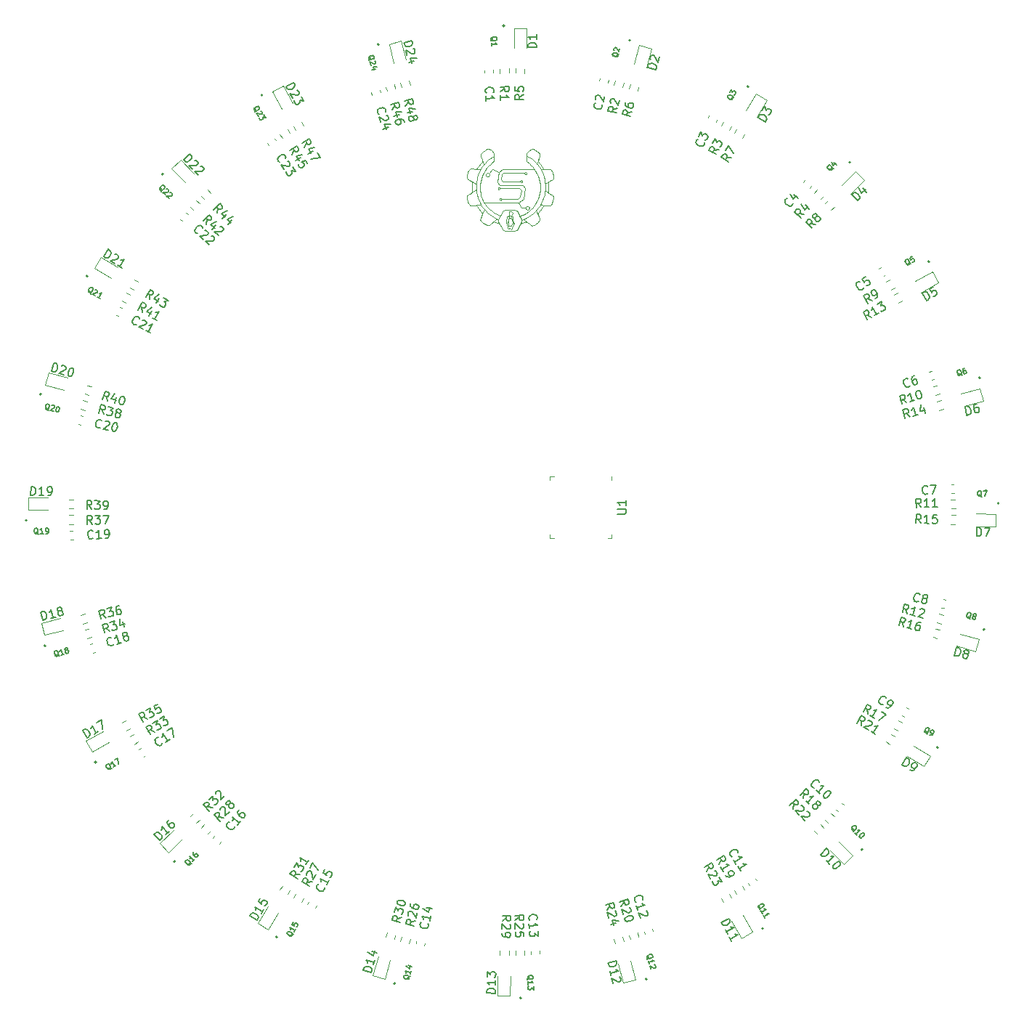
<source format=gto>
G04 #@! TF.GenerationSoftware,KiCad,Pcbnew,5.1.5+dfsg1-2build2*
G04 #@! TF.CreationDate,2022-01-30T22:27:44+01:00*
G04 #@! TF.ProjectId,Light_Ring_PCB,4c696768-745f-4526-996e-675f5043422e,rev?*
G04 #@! TF.SameCoordinates,Original*
G04 #@! TF.FileFunction,Legend,Top*
G04 #@! TF.FilePolarity,Positive*
%FSLAX46Y46*%
G04 Gerber Fmt 4.6, Leading zero omitted, Abs format (unit mm)*
G04 Created by KiCad (PCBNEW 5.1.5+dfsg1-2build2) date 2022-01-30 22:27:44*
%MOMM*%
%LPD*%
G04 APERTURE LIST*
%ADD10C,0.100000*%
%ADD11C,0.120000*%
%ADD12C,0.200000*%
%ADD13C,0.150000*%
%ADD14O,1.752000X1.302000*%
%ADD15R,5.252000X5.252000*%
G04 APERTURE END LIST*
D10*
X208435500Y-94324790D02*
X208470800Y-94371220D01*
X208385400Y-94257860D02*
X208435500Y-94324790D01*
X208327700Y-94178960D02*
X208385400Y-94257860D01*
X208269600Y-94096760D02*
X208327700Y-94178960D01*
X208218200Y-94019960D02*
X208269600Y-94096760D01*
X208180700Y-93956960D02*
X208218200Y-94019960D01*
X208165700Y-93926960D02*
X208180700Y-93956960D01*
X208164400Y-93916560D02*
X208165700Y-93926960D01*
X208161600Y-93894960D02*
X208164400Y-93916560D01*
X208167000Y-93828560D02*
X208161600Y-93894960D01*
X208191600Y-93733960D02*
X208167000Y-93828560D01*
X208230300Y-93635060D02*
X208191600Y-93733960D01*
X208275600Y-93534660D02*
X208230300Y-93635060D01*
X208319600Y-93435160D02*
X208275600Y-93534660D01*
X208354800Y-93339160D02*
X208319600Y-93435160D01*
X208373500Y-93249160D02*
X208354800Y-93339160D01*
X208373000Y-93187160D02*
X208373500Y-93249160D01*
X208367900Y-93167860D02*
X208373000Y-93187160D01*
X208360000Y-93138060D02*
X208367900Y-93167860D01*
X208309900Y-93055560D02*
X208360000Y-93138060D01*
X208210900Y-92946860D02*
X208309900Y-93055560D01*
X208093300Y-92848060D02*
X208210900Y-92946860D01*
X208008800Y-92785260D02*
X208093300Y-92848060D01*
X207980100Y-92764960D02*
X208008800Y-92785260D01*
X207951900Y-92744160D02*
X207980100Y-92764960D01*
X207866100Y-92682960D02*
X207951900Y-92744160D01*
X207736320Y-92600660D02*
X207866100Y-92682960D01*
X207603090Y-92538660D02*
X207736320Y-92600660D01*
X207509430Y-92515760D02*
X207603090Y-92538660D01*
X207478680Y-92517260D02*
X207509430Y-92515760D01*
X207456430Y-92518260D02*
X207478680Y-92517260D01*
X207390460Y-92535160D02*
X207456430Y-92518260D01*
X207288460Y-92577960D02*
X207390460Y-92535160D01*
X207180230Y-92640660D02*
X207288460Y-92577960D01*
X207073290Y-92718360D02*
X207180230Y-92640660D01*
X206975360Y-92806160D02*
X207073290Y-92718360D01*
X206893930Y-92898960D02*
X206975360Y-92806160D01*
X206836590Y-92991960D02*
X206893930Y-92898960D01*
X206812930Y-93057660D02*
X206836590Y-92991960D01*
X206811030Y-93080160D02*
X206812930Y-93057660D01*
X206811030Y-93080160D02*
X206811030Y-93080160D01*
X206809890Y-93102360D02*
X206811030Y-93080160D01*
X206807130Y-93162360D02*
X206809890Y-93102360D01*
X206803710Y-93249960D02*
X206807130Y-93162360D01*
X206800410Y-93354860D02*
X206803710Y-93249960D01*
X206798220Y-93466960D02*
X206800410Y-93354860D01*
X206798130Y-93576060D02*
X206798220Y-93466960D01*
X206800890Y-93672060D02*
X206798130Y-93576060D01*
X206804740Y-93726560D02*
X206800890Y-93672060D01*
X206807500Y-93744560D02*
X206804740Y-93726560D01*
X206811360Y-93769860D02*
X206807500Y-93744560D01*
X206825410Y-93845260D02*
X206811360Y-93769860D01*
X206849390Y-93923860D02*
X206825410Y-93845260D01*
X206887590Y-93989860D02*
X206849390Y-93923860D01*
X206931750Y-94038460D02*
X206887590Y-93989860D01*
X206948180Y-94052660D02*
X206931750Y-94038460D01*
X206960020Y-94062960D02*
X206948180Y-94052660D01*
X206994910Y-94094560D02*
X206960020Y-94062960D01*
X207056640Y-94151960D02*
X206994910Y-94094560D01*
X207127280Y-94218660D02*
X207056640Y-94151960D01*
X207200910Y-94288960D02*
X207127280Y-94218660D01*
X207271320Y-94356790D02*
X207200910Y-94288960D01*
X207332630Y-94416250D02*
X207271320Y-94356790D01*
X207378790Y-94461340D02*
X207332630Y-94416250D01*
X207397630Y-94479840D02*
X207378790Y-94461340D01*
X207403810Y-94486140D02*
X207397630Y-94479840D01*
X207061090Y-99768840D02*
X207310380Y-99554760D01*
X207310380Y-99554760D02*
X207387910Y-99477770D01*
X206348630Y-100204770D02*
X206715280Y-100011090D01*
X208065600Y-101119590D02*
X207980900Y-101182200D01*
X208183900Y-101021610D02*
X208065600Y-101119590D01*
X208284000Y-100914020D02*
X208183900Y-101021610D01*
X208334800Y-100832000D02*
X208284000Y-100914020D01*
X208342900Y-100802260D02*
X208334800Y-100832000D01*
X208348100Y-100782950D02*
X208342900Y-100802260D01*
X208349000Y-100720940D02*
X208348100Y-100782950D01*
X208330900Y-100630880D02*
X208349000Y-100720940D01*
X208296300Y-100534630D02*
X208330900Y-100630880D01*
X208253000Y-100434860D02*
X208296300Y-100534630D01*
X208208400Y-100334160D02*
X208253000Y-100434860D01*
X208170400Y-100235091D02*
X208208400Y-100334160D01*
X208146500Y-100140261D02*
X208170400Y-100235091D01*
X208141500Y-100073860D02*
X208146500Y-100140261D01*
X208144500Y-100052370D02*
X208141500Y-100073860D01*
X208145900Y-100041900D02*
X208144500Y-100052370D01*
X208161000Y-100011950D02*
X208145900Y-100041900D01*
X208198800Y-99949230D02*
X208161000Y-100011950D01*
X208250700Y-99872800D02*
X208198800Y-99949230D01*
X208309200Y-99791090D02*
X208250700Y-99872800D01*
X208367400Y-99712640D02*
X208309200Y-99791090D01*
X208417900Y-99646070D02*
X208367400Y-99712640D01*
X208453400Y-99599840D02*
X208417900Y-99646070D01*
X208466900Y-99582590D02*
X208453400Y-99599840D01*
X208466900Y-99582590D02*
X208466900Y-99582590D01*
X208466900Y-99582590D02*
X208466900Y-99582590D01*
X208479300Y-99564470D02*
X208466900Y-99582590D01*
X208512600Y-99516510D02*
X208479300Y-99564470D01*
X208560800Y-99448200D02*
X208512600Y-99516510D01*
X208617900Y-99369000D02*
X208560800Y-99448200D01*
X208678100Y-99288330D02*
X208617900Y-99369000D01*
X208735200Y-99215730D02*
X208678100Y-99288330D01*
X208783600Y-99160660D02*
X208735200Y-99215730D01*
X208807500Y-99137120D02*
X208783600Y-99160660D01*
X208817100Y-99132620D02*
X208807500Y-99137120D01*
X208836600Y-99123290D02*
X208817100Y-99132620D01*
X208901500Y-99107930D02*
X208836600Y-99123290D01*
X208999100Y-99102010D02*
X208901500Y-99107930D01*
X209105000Y-99108320D02*
X208999100Y-99102010D01*
X209214600Y-99120300D02*
X209105000Y-99108320D01*
X209322800Y-99131480D02*
X209214600Y-99120300D01*
X209425000Y-99135270D02*
X209322800Y-99131480D01*
X209516300Y-99125230D02*
X209425000Y-99135270D01*
X209575100Y-99105700D02*
X209516300Y-99125230D01*
X209591900Y-99094860D02*
X209575100Y-99105700D01*
X209617800Y-99078090D02*
X209591900Y-99094860D01*
X209680900Y-99005010D02*
X209617800Y-99078090D01*
X209753600Y-98877190D02*
X209680900Y-99005010D01*
X209811300Y-98734830D02*
X209753600Y-98877190D01*
X209844800Y-98634950D02*
X209811300Y-98734830D01*
X209855300Y-98601470D02*
X209844800Y-98634950D01*
X209866300Y-98568160D02*
X209855300Y-98601470D01*
X209898100Y-98467690D02*
X209866300Y-98568160D01*
X209936200Y-98318870D02*
X209898100Y-98467690D01*
X209954000Y-98172980D02*
X209936200Y-98318870D01*
X209946800Y-98076790D02*
X209954000Y-98172980D01*
X209935900Y-98048040D02*
X209946800Y-98076790D01*
X209928800Y-98029320D02*
X209935900Y-98048040D01*
X209893100Y-97978650D02*
X209928800Y-98029320D01*
X209825500Y-97916410D02*
X209893100Y-97978650D01*
X209741000Y-97858910D02*
X209825500Y-97916410D01*
X209647200Y-97803680D02*
X209741000Y-97858910D01*
X209552000Y-97748340D02*
X209647200Y-97803680D01*
X209462900Y-97690550D02*
X209552000Y-97748340D01*
X209387900Y-97627900D02*
X209462900Y-97690550D01*
X209344800Y-97577110D02*
X209387900Y-97627900D01*
X206213160Y-100837370D02*
X206235520Y-100731680D01*
X206235520Y-100943000D02*
X206213160Y-100837370D01*
X206246680Y-100962370D02*
X206235520Y-100943000D01*
X205669920Y-101961340D02*
X206246680Y-100962370D01*
X205653590Y-101961340D02*
X205669920Y-101961340D01*
X205604660Y-101969970D02*
X205653590Y-101961340D01*
X205544920Y-101994820D02*
X205604660Y-101969970D01*
X205493490Y-102034150D02*
X205544920Y-101994820D01*
X205461530Y-102072180D02*
X205493490Y-102034150D01*
X205453390Y-102086340D02*
X205461530Y-102072180D01*
X204299920Y-102086340D02*
X205453390Y-102086340D01*
X204291720Y-102072180D02*
X204299920Y-102086340D01*
X204259770Y-102034150D02*
X204291720Y-102072180D01*
X204208390Y-101994820D02*
X204259770Y-102034150D01*
X204148600Y-101969970D02*
X204208390Y-101994820D01*
X204099670Y-101961340D02*
X204148600Y-101969970D01*
X204083390Y-101961340D02*
X204099670Y-101961340D01*
X203506670Y-100962370D02*
X204083390Y-101961340D01*
X203517790Y-100943000D02*
X203506670Y-100962370D01*
X203540140Y-100837370D02*
X203517790Y-100943000D01*
X203517790Y-100731680D02*
X203540140Y-100837370D01*
X203506670Y-100712370D02*
X203517790Y-100731680D01*
X204083390Y-99713400D02*
X203506670Y-100712370D01*
X204099670Y-99713400D02*
X204083390Y-99713400D01*
X204148600Y-99704720D02*
X204099670Y-99713400D01*
X204208390Y-99679870D02*
X204148600Y-99704720D01*
X204259770Y-99640540D02*
X204208390Y-99679870D01*
X204291780Y-99602510D02*
X204259770Y-99640540D01*
X204299920Y-99588400D02*
X204291780Y-99602510D01*
X205453390Y-99588400D02*
X204299920Y-99588400D01*
X208208400Y-93688060D02*
X208034100Y-94260360D01*
X209127400Y-94865900D02*
X208461500Y-94865900D01*
X209497300Y-96266570D02*
X208993700Y-96608200D01*
X209524800Y-97731730D02*
X209004500Y-97348820D01*
X209042200Y-99103590D02*
X208392200Y-99038370D01*
X206988390Y-101121980D02*
X206438310Y-100686480D01*
X208184200Y-100273840D02*
X207949900Y-99624430D01*
X202792530Y-101103650D02*
X203347220Y-100635110D01*
X201594780Y-100256480D02*
X201858840Y-99503050D01*
X200383680Y-99105820D02*
X201493600Y-98982070D01*
X200383680Y-97622630D02*
X200932130Y-97209930D01*
X200355480Y-96268950D02*
X200938750Y-96671510D01*
X201644640Y-93755460D02*
X201831380Y-94308180D01*
X200803660Y-94852570D02*
X201425410Y-94910120D01*
X206252060Y-100762610D02*
X206175780Y-100787140D01*
X206477040Y-100676830D02*
X206252060Y-100762610D01*
X206766880Y-100543860D02*
X206477040Y-100676830D01*
X207044160Y-100389290D02*
X206766880Y-100543860D01*
X207307730Y-100214160D02*
X207044160Y-100389290D01*
X207556590Y-100019660D02*
X207307730Y-100214160D01*
X207789540Y-99806830D02*
X207556590Y-100019660D01*
X208005500Y-99576680D02*
X207789540Y-99806830D01*
X208203400Y-99330480D02*
X208005500Y-99576680D01*
X208382200Y-99069190D02*
X208203400Y-99330480D01*
X208540700Y-98793910D02*
X208382200Y-99069190D01*
X208677800Y-98505830D02*
X208540700Y-98793910D01*
X208792500Y-98205910D02*
X208677800Y-98505830D01*
X208883600Y-97895370D02*
X208792500Y-98205910D01*
X208950100Y-97575160D02*
X208883600Y-97895370D01*
X208990700Y-97246500D02*
X208950100Y-97575160D01*
X209004600Y-96994430D02*
X208990700Y-97246500D01*
X209004600Y-96910440D02*
X209004600Y-96994430D01*
X209004600Y-96836440D02*
X209004600Y-96910440D01*
X208994100Y-96614500D02*
X209004600Y-96836440D01*
X208963300Y-96324290D02*
X208994100Y-96614500D01*
X208912900Y-96040611D02*
X208963300Y-96324290D01*
X208843400Y-95764070D02*
X208912900Y-96040611D01*
X208755500Y-95495510D02*
X208843400Y-95764070D01*
X208650100Y-95235590D02*
X208755500Y-95495510D01*
X208527600Y-94985050D02*
X208650100Y-95235590D01*
X208388800Y-94744650D02*
X208527600Y-94985050D01*
X208234400Y-94515110D02*
X208388800Y-94744650D01*
X208065100Y-94297110D02*
X208234400Y-94515110D01*
X207881460Y-94091460D02*
X208065100Y-94297110D01*
X207684240Y-93898760D02*
X207881460Y-94091460D01*
X202464140Y-95470570D02*
X202474390Y-95533070D01*
X202426160Y-95399820D02*
X202464140Y-95470570D01*
X202364420Y-95348440D02*
X202426160Y-95399820D01*
X202305170Y-95325930D02*
X202364420Y-95348440D01*
X202284930Y-95323910D02*
X202305170Y-95325930D01*
X202264640Y-95321860D02*
X202284930Y-95323910D01*
X202202140Y-95332110D02*
X202264640Y-95321860D01*
X202131410Y-95370080D02*
X202202140Y-95332110D01*
X202080069Y-95431830D02*
X202131410Y-95370080D01*
X202057560Y-95491070D02*
X202080069Y-95431830D01*
X202055560Y-95511360D02*
X202057560Y-95491070D01*
X202053489Y-95531590D02*
X202055560Y-95511360D01*
X202063750Y-95594090D02*
X202053489Y-95531590D01*
X202101730Y-95664840D02*
X202063750Y-95594090D01*
X202163460Y-95716160D02*
X202101730Y-95664840D01*
X202222660Y-95738680D02*
X202163460Y-95716160D01*
X202242950Y-95740750D02*
X202222660Y-95738680D01*
X202263180Y-95742750D02*
X202242950Y-95740750D01*
X202325680Y-95732550D02*
X202263180Y-95742750D01*
X202396490Y-95694580D02*
X202325680Y-95732550D01*
X202447810Y-95632830D02*
X202396490Y-95694580D01*
X202470320Y-95573590D02*
X202447810Y-95632830D01*
X202472380Y-95553360D02*
X202470320Y-95573590D01*
X203714200Y-97115040D02*
X203714200Y-97115040D01*
X203715390Y-97103000D02*
X203714200Y-97115040D01*
X203709250Y-97065940D02*
X203715390Y-97103000D01*
X203686740Y-97024000D02*
X203709250Y-97065940D01*
X203650170Y-96993510D02*
X203686740Y-97024000D01*
X203615070Y-96980220D02*
X203650170Y-96993510D01*
X203603090Y-96979020D02*
X203615070Y-96980220D01*
X203591030Y-96977770D02*
X203603090Y-96979020D01*
X203553980Y-96983860D02*
X203591030Y-96977770D01*
X203512040Y-97006370D02*
X203553980Y-96983860D01*
X203481560Y-97042980D02*
X203512040Y-97006370D01*
X203468270Y-97078090D02*
X203481560Y-97042980D01*
X203467070Y-97090130D02*
X203468270Y-97078090D01*
X203465820Y-97102120D02*
X203467070Y-97090130D01*
X203471890Y-97139180D02*
X203465820Y-97102120D01*
X203494410Y-97181120D02*
X203471890Y-97139180D01*
X203531030Y-97211550D02*
X203494410Y-97181120D01*
X203566130Y-97224900D02*
X203531030Y-97211550D01*
X203578180Y-97226150D02*
X203566130Y-97224900D01*
X203590170Y-97227340D02*
X203578180Y-97226150D01*
X203627230Y-97221200D02*
X203590170Y-97227340D01*
X203669160Y-97198690D02*
X203627230Y-97221200D01*
X203699600Y-97162140D02*
X203669160Y-97198690D01*
X203712950Y-97127020D02*
X203699600Y-97162140D01*
X203714200Y-97115040D02*
X203712950Y-97127020D01*
X205890840Y-98799010D02*
X201879720Y-98799010D01*
X206454320Y-98319950D02*
X205890840Y-98799010D01*
X206680020Y-97040010D02*
X206454320Y-98319950D01*
X206404570Y-96705580D02*
X206680020Y-97040010D01*
X203653530Y-96705580D02*
X206404570Y-96705580D01*
X203392570Y-96388690D02*
X203653530Y-96705580D01*
X203511390Y-95714820D02*
X203392570Y-96388690D01*
X203592990Y-95252080D02*
X203511390Y-95714820D01*
X203995280Y-94910120D02*
X203592990Y-95252080D01*
X207764540Y-94910120D02*
X203995280Y-94910120D01*
X205765680Y-98360860D02*
X203871850Y-98360860D01*
X206034239Y-98132570D02*
X205765680Y-98360860D01*
X206177840Y-97318050D02*
X206034239Y-98132570D01*
X206000380Y-97102570D02*
X206177840Y-97318050D01*
X203688310Y-97102570D02*
X206000380Y-97102570D01*
X203988820Y-96281001D02*
X206087180Y-96281001D01*
X203812820Y-96067290D02*
X203988820Y-96281001D01*
X203920350Y-95457320D02*
X203812820Y-96067290D01*
X204087950Y-95314860D02*
X203920350Y-95457320D01*
X206593590Y-95314860D02*
X204087950Y-95314860D01*
X203634110Y-101204440D02*
X203638350Y-101205750D01*
X203612960Y-101198200D02*
X203634110Y-101204440D01*
X203573730Y-101186540D02*
X203612960Y-101198200D01*
X203537600Y-101175860D02*
X203573730Y-101186540D01*
X203521810Y-101171190D02*
X203537600Y-101175860D01*
X205000600Y-100409470D02*
X205002060Y-100401500D01*
X205001680Y-100434540D02*
X205000600Y-100409470D01*
X205005100Y-100465360D02*
X205001680Y-100434540D01*
X205000920Y-100491550D02*
X205005100Y-100465360D01*
X204984380Y-100508220D02*
X205000920Y-100491550D01*
X204977750Y-100510980D02*
X204984380Y-100508220D01*
X204965820Y-100516900D02*
X204977750Y-100510980D01*
X204928430Y-100531650D02*
X204965820Y-100516900D01*
X204878360Y-100542880D02*
X204928430Y-100531650D01*
X204828280Y-100541200D02*
X204878360Y-100542880D01*
X204790250Y-100529480D02*
X204828280Y-100541200D01*
X204779030Y-100523130D02*
X204790250Y-100529480D01*
X204773000Y-100520580D02*
X204779030Y-100523130D01*
X204759660Y-100501820D02*
X204773000Y-100520580D01*
X204763840Y-100471430D02*
X204759660Y-100501820D01*
X204775610Y-100436440D02*
X204763840Y-100471430D01*
X204780490Y-100409800D02*
X204775610Y-100436440D01*
X204779030Y-100401500D02*
X204780490Y-100409800D01*
X204778100Y-100393950D02*
X204779030Y-100401500D01*
X204775770Y-100371330D02*
X204778100Y-100393950D01*
X204771430Y-100336610D02*
X204775770Y-100371330D01*
X204764750Y-100307970D02*
X204771430Y-100336610D01*
X204757210Y-100296080D02*
X204764750Y-100307970D01*
X204754720Y-100296080D02*
X204757210Y-100296080D01*
X204748040Y-100296080D02*
X204754720Y-100296080D01*
X204728140Y-100308720D02*
X204748040Y-100296080D01*
X204709590Y-100336610D02*
X204728140Y-100308720D01*
X204690270Y-100364440D02*
X204709590Y-100336610D01*
X204668610Y-100377130D02*
X204690270Y-100364440D01*
X204661460Y-100377130D02*
X204668610Y-100377130D01*
X204655430Y-100377130D02*
X204661460Y-100377130D01*
X204637530Y-100374370D02*
X204655430Y-100377130D01*
X204604170Y-100370510D02*
X204637530Y-100374370D01*
X204573030Y-100371980D02*
X204604170Y-100370510D01*
X204557240Y-100381040D02*
X204573030Y-100371980D01*
X204556040Y-100385270D02*
X204557240Y-100381040D01*
X204549640Y-100414510D02*
X204556040Y-100385270D01*
X204530430Y-100502410D02*
X204549640Y-100414510D01*
X204510250Y-100594750D02*
X204530430Y-100502410D01*
X204493710Y-100670700D02*
X204510250Y-100594750D01*
X204479000Y-100738520D02*
X204493710Y-100670700D01*
X204464250Y-100806500D02*
X204479000Y-100738520D01*
X204447700Y-100883050D02*
X204464250Y-100806500D01*
X204427520Y-100976370D02*
X204447700Y-100883050D01*
X204408310Y-101065230D02*
X204427520Y-100976370D01*
X204401960Y-101094860D02*
X204408310Y-101065230D01*
X204401420Y-101097900D02*
X204401960Y-101094860D01*
X204416130Y-101109830D02*
X204401420Y-101097900D01*
X204451600Y-101120680D02*
X204416130Y-101109830D01*
X204488600Y-101130770D02*
X204451600Y-101120680D01*
X204506560Y-101139570D02*
X204488600Y-101130770D01*
X204507380Y-101143520D02*
X204506560Y-101139570D01*
X204513730Y-101173950D02*
X204507380Y-101143520D01*
X204532770Y-101265480D02*
X204513730Y-101173950D01*
X204556960Y-101382770D02*
X204532770Y-101265480D01*
X204579590Y-101491770D02*
X204556960Y-101382770D01*
X204600160Y-101589000D02*
X204579590Y-101491770D01*
X204618210Y-101670820D02*
X204600160Y-101589000D01*
X204633410Y-101733630D02*
X204618210Y-101670820D01*
X204645240Y-101773940D02*
X204633410Y-101733630D01*
X204651310Y-101788220D02*
X204645240Y-101773940D01*
X204653380Y-101788220D02*
X204651310Y-101788220D01*
X204659990Y-101788220D02*
X204653380Y-101788220D01*
X204679910Y-101792010D02*
X204659990Y-101788220D01*
X204698460Y-101800370D02*
X204679910Y-101792010D01*
X204717770Y-101808720D02*
X204698460Y-101800370D01*
X204739420Y-101812520D02*
X204717770Y-101808720D01*
X204746640Y-101812520D02*
X204739420Y-101812520D01*
X204750430Y-101812520D02*
X204746640Y-101812520D01*
X204761990Y-101814580D02*
X204750430Y-101812520D01*
X204772410Y-101817080D02*
X204761990Y-101814580D01*
X204779090Y-101814200D02*
X204772410Y-101817080D01*
X204782560Y-101803900D02*
X204779090Y-101814200D01*
X204783100Y-101800370D02*
X204782560Y-101803900D01*
X204784780Y-101794450D02*
X204783100Y-101800370D01*
X208412800Y-97324020D02*
X208430100Y-96985800D01*
X208363200Y-97659630D02*
X208412800Y-97324020D01*
X208281300Y-97990090D02*
X208363200Y-97659630D01*
X208167200Y-98312950D02*
X208281300Y-97990090D01*
X208020700Y-98625620D02*
X208167200Y-98312950D01*
X207842020Y-98925640D02*
X208020700Y-98625620D01*
X207631070Y-99210520D02*
X207842020Y-98925640D01*
X207451880Y-99414190D02*
X207631070Y-99210520D01*
X207387910Y-99477770D02*
X207451880Y-99414190D01*
X203521810Y-101171190D02*
X203521810Y-101171190D01*
X203519040Y-101170370D02*
X203521810Y-101171190D01*
X203519040Y-101170370D02*
X203519040Y-101170370D01*
X203498530Y-101162940D02*
X203519040Y-101170370D01*
X203443910Y-101143470D02*
X203498530Y-101162940D01*
X203365390Y-101116180D02*
X203443910Y-101143470D01*
X203273380Y-101085250D02*
X203365390Y-101116180D01*
X203178060Y-101054930D02*
X203273380Y-101085250D01*
X203089740Y-101029430D02*
X203178060Y-101054930D01*
X203018710Y-101012870D02*
X203089740Y-101029430D01*
X202985630Y-101007720D02*
X203018710Y-101012870D01*
X202975270Y-101009620D02*
X202985630Y-101007720D01*
X202953880Y-101013470D02*
X202975270Y-101009620D01*
X202892250Y-101038760D02*
X202953880Y-101013470D01*
X202809520Y-101090790D02*
X202892250Y-101038760D01*
X202727040Y-101157620D02*
X202809520Y-101090790D01*
X202645070Y-101231130D02*
X202727040Y-101157620D01*
X202563590Y-101303250D02*
X202645070Y-101231130D01*
X202482700Y-101365860D02*
X202563590Y-101303250D01*
X202402610Y-101410880D02*
X202482700Y-101365860D01*
X202343360Y-101429270D02*
X202402610Y-101410880D01*
X202323410Y-101430250D02*
X202343360Y-101429270D01*
X202292640Y-101431720D02*
X202323410Y-101430250D01*
X202199000Y-101408700D02*
X202292640Y-101431720D01*
X202065750Y-101346760D02*
X202199000Y-101408700D01*
X201936030Y-101264570D02*
X202065750Y-101346760D01*
X201850270Y-101203300D02*
X201936030Y-101264570D01*
X201822040Y-101182520D02*
X201850270Y-101203300D01*
X201793350Y-101162230D02*
X201822040Y-101182520D01*
X201708820Y-101099360D02*
X201793350Y-101162230D01*
X201591250Y-101000510D02*
X201708820Y-101099360D01*
X201492130Y-100891900D02*
X201591250Y-101000510D01*
X201442110Y-100809320D02*
X201492130Y-100891900D01*
X201434180Y-100779540D02*
X201442110Y-100809320D01*
X201429030Y-100760160D02*
X201434180Y-100779540D01*
X201428600Y-100698150D02*
X201429030Y-100760160D01*
X201447270Y-100608200D02*
X201428600Y-100698150D01*
X201482480Y-100512230D02*
X201447270Y-100608200D01*
X201526530Y-100412730D02*
X201482480Y-100512230D01*
X201571720Y-100312300D02*
X201526530Y-100412730D01*
X201610460Y-100213511D02*
X201571720Y-100312300D01*
X201634990Y-100118891D02*
X201610460Y-100213511D01*
X201640460Y-100052480D02*
X201634990Y-100118891D01*
X201637700Y-100031000D02*
X201640460Y-100052480D01*
X201636340Y-100020470D02*
X201637700Y-100031000D01*
X201621310Y-99990470D02*
X201636340Y-100020470D01*
X201583820Y-99927430D02*
X201621310Y-99990470D01*
X201532450Y-99850550D02*
X201583820Y-99927430D01*
X201474340Y-99768410D02*
X201532450Y-99850550D01*
X201416670Y-99689520D02*
X201474340Y-99768410D01*
X201366590Y-99622580D02*
X201416670Y-99689520D01*
X201331270Y-99576080D02*
X201366590Y-99622580D01*
X201317920Y-99558720D02*
X201331270Y-99576080D01*
X201317920Y-99558720D02*
X201317920Y-99558720D01*
X201317920Y-99558720D02*
X201317920Y-99558720D01*
X201305610Y-99540550D02*
X201317920Y-99558720D01*
X201272680Y-99492430D02*
X201305610Y-99540550D01*
X201224930Y-99423900D02*
X201272680Y-99492430D01*
X201168350Y-99344430D02*
X201224930Y-99423900D01*
X201108720Y-99263470D02*
X201168350Y-99344430D01*
X201052030Y-99190550D02*
X201108720Y-99263470D01*
X201004070Y-99135220D02*
X201052030Y-99190550D01*
X200980310Y-99111570D02*
X201004070Y-99135220D01*
X200970810Y-99107010D02*
X200980310Y-99111570D01*
X200951230Y-99097570D02*
X200970810Y-99107010D01*
X200886500Y-99081770D02*
X200951230Y-99097570D01*
X200789000Y-99075160D02*
X200886500Y-99081770D01*
X200683000Y-99080750D02*
X200789000Y-99075160D01*
X200573460Y-99091980D02*
X200683000Y-99080750D01*
X200465110Y-99102450D02*
X200573460Y-99091980D01*
X200362960Y-99105540D02*
X200465110Y-99102450D01*
X200271700Y-99094910D02*
X200362960Y-99105540D01*
X206058750Y-100320120D02*
X206348630Y-100204770D01*
X200212950Y-99074940D02*
X200271700Y-99094910D01*
X200196240Y-99063980D02*
X200212950Y-99074940D01*
X200170410Y-99047050D02*
X200196240Y-99063980D01*
X200108130Y-98973440D02*
X200170410Y-99047050D01*
X200036840Y-98844970D02*
X200108130Y-98973440D01*
X199980200Y-98702220D02*
X200036840Y-98844970D01*
X199946839Y-98602230D02*
X199980200Y-98702220D01*
X199936249Y-98568820D02*
X199946839Y-98602230D01*
X199924960Y-98535550D02*
X199936249Y-98568820D01*
X199893450Y-98435020D02*
X199924960Y-98535550D01*
X199856450Y-98286000D02*
X199893450Y-98435020D01*
X199840060Y-98139830D02*
X199856450Y-98286000D01*
X199848140Y-98043640D02*
X199840060Y-98139830D01*
X199859270Y-98014880D02*
X199848140Y-98043640D01*
X199866430Y-97996220D02*
X199859270Y-98014880D01*
X199902560Y-97945820D02*
X199866430Y-97996220D01*
X199970540Y-97884020D02*
X199902560Y-97945820D01*
X200055450Y-97827010D02*
X199970540Y-97884020D01*
X200149570Y-97772430D02*
X200055450Y-97827010D01*
X200245170Y-97717790D02*
X200149570Y-97772430D01*
X200334590Y-97660610D02*
X200245170Y-97717790D01*
X200410040Y-97598440D02*
X200334590Y-97660610D01*
X200453500Y-97547980D02*
X200410040Y-97598440D01*
X200463920Y-97528940D02*
X200453500Y-97547980D01*
X200468960Y-97519660D02*
X200463920Y-97528940D01*
X200474500Y-97486510D02*
X200468960Y-97519660D01*
X200481230Y-97413540D02*
X200474500Y-97486510D01*
X200484810Y-97321150D02*
X200481230Y-97413540D01*
X200486110Y-97220570D02*
X200484810Y-97321150D01*
X200485720Y-97122840D02*
X200486110Y-97220570D01*
X200484590Y-97039250D02*
X200485720Y-97122840D01*
X200483290Y-96980930D02*
X200484590Y-97039250D01*
X200482750Y-96959010D02*
X200483290Y-96980930D01*
X200482750Y-96959010D02*
X200482750Y-96959010D01*
X200482750Y-96959010D02*
X200482750Y-96959010D01*
X200483450Y-96937080D02*
X200482750Y-96959010D01*
X200485090Y-96878760D02*
X200483450Y-96937080D01*
X200486770Y-96795270D02*
X200485090Y-96878760D01*
X200487740Y-96697660D02*
X200486770Y-96795270D01*
X200487090Y-96597140D02*
X200487740Y-96697660D01*
X200484040Y-96504790D02*
X200487090Y-96597140D01*
X200477810Y-96431870D02*
X200484040Y-96504790D01*
X200472490Y-96398730D02*
X200477810Y-96431870D01*
X200467500Y-96389450D02*
X200472490Y-96398730D01*
X200457200Y-96370300D02*
X200467500Y-96389450D01*
X200414110Y-96319520D02*
X200457200Y-96370300D01*
X200339090Y-96256860D02*
X200414110Y-96319520D01*
X200250110Y-96199080D02*
X200339090Y-96256860D01*
X200154840Y-96143730D02*
X200250110Y-96199080D01*
X200061090Y-96088510D02*
X200154840Y-96143730D01*
X199976560Y-96031001D02*
X200061090Y-96088510D01*
X199909020Y-95968720D02*
X199976560Y-96031001D01*
X199873210Y-95918040D02*
X199909020Y-95968720D01*
X199866160Y-95899380D02*
X199873210Y-95918040D01*
X199855250Y-95870510D02*
X199866160Y-95899380D01*
X199848140Y-95774380D02*
X199855250Y-95870510D01*
X199865930Y-95628500D02*
X199848140Y-95774380D01*
X199904030Y-95479730D02*
X199865930Y-95628500D01*
X199935770Y-95379250D02*
X199904030Y-95479730D01*
X199946890Y-95345940D02*
X199935770Y-95379250D01*
X199957250Y-95312410D02*
X199946890Y-95345940D01*
X199990889Y-95212520D02*
X199957250Y-95312410D01*
X200048560Y-95070220D02*
X199990889Y-95212520D01*
X200121200Y-94942400D02*
X200048560Y-95070220D01*
X200184240Y-94869270D02*
X200121200Y-94942400D01*
X200210180Y-94852570D02*
X200184240Y-94869270D01*
X200226950Y-94841700D02*
X200210180Y-94852570D01*
X200285810Y-94822120D02*
X200226950Y-94841700D01*
X200377110Y-94812080D02*
X200285810Y-94822120D01*
X200479320Y-94815890D02*
X200377110Y-94812080D01*
X200587560Y-94827070D02*
X200479320Y-94815890D01*
X200697040Y-94839050D02*
X200587560Y-94827070D01*
X209334500Y-97558010D02*
X209344800Y-97577110D01*
X209329500Y-97548690D02*
X209334500Y-97558010D01*
X209324200Y-97515540D02*
X209329500Y-97548690D01*
X209318000Y-97442620D02*
X209324200Y-97515540D01*
X209314900Y-97350270D02*
X209318000Y-97442620D01*
X209314300Y-97249750D02*
X209314900Y-97350270D01*
X209315200Y-97152150D02*
X209314300Y-97249750D01*
X209316900Y-97068650D02*
X209315200Y-97152150D01*
X209318500Y-97010330D02*
X209316900Y-97068650D01*
X209319300Y-96988470D02*
X209318500Y-97010330D01*
X209319300Y-96988470D02*
X209319300Y-96988470D01*
X209319300Y-96988410D02*
X209319300Y-96988470D01*
X209319300Y-96988410D02*
X209319300Y-96988410D01*
X209318700Y-96966440D02*
X209319300Y-96988410D01*
X209317500Y-96908120D02*
X209318700Y-96966440D01*
X209316300Y-96824510D02*
X209317500Y-96908120D01*
X209316000Y-96726860D02*
X209316300Y-96824510D01*
X209317200Y-96626220D02*
X209316000Y-96726860D01*
X209320900Y-96533820D02*
X209317200Y-96626220D01*
X209327600Y-96460840D02*
X209320900Y-96533820D01*
X209333100Y-96427760D02*
X209327600Y-96460840D01*
X209338200Y-96418480D02*
X209333100Y-96427760D01*
X209348500Y-96399380D02*
X209338200Y-96418480D01*
X209392000Y-96348870D02*
X209348500Y-96399380D01*
X209467400Y-96286750D02*
X209392000Y-96348870D01*
X209556900Y-96229571D02*
X209467400Y-96286750D01*
X209652500Y-96174930D02*
X209556900Y-96229571D01*
X209746600Y-96120360D02*
X209652500Y-96174930D01*
X209831500Y-96063380D02*
X209746600Y-96120360D01*
X209899500Y-96001540D02*
X209831500Y-96063380D01*
X209935700Y-95951131D02*
X209899500Y-96001540D01*
X209942900Y-95932470D02*
X209935700Y-95951131D01*
X209954000Y-95903660D02*
X209942900Y-95932470D01*
X209962000Y-95807520D02*
X209954000Y-95903660D01*
X209945700Y-95661430D02*
X209962000Y-95807520D01*
X209908700Y-95512330D02*
X209945700Y-95661430D01*
X209877200Y-95411800D02*
X209908700Y-95512330D01*
X209865900Y-95378610D02*
X209877200Y-95411800D01*
X209855300Y-95345120D02*
X209865900Y-95378610D01*
X209821900Y-95245130D02*
X209855300Y-95345120D01*
X209765200Y-95102340D02*
X209821900Y-95245130D01*
X209693900Y-94973870D02*
X209765200Y-95102340D01*
X209631600Y-94900300D02*
X209693900Y-94973870D01*
X209605800Y-94883430D02*
X209631600Y-94900300D01*
X209589000Y-94872410D02*
X209605800Y-94883430D01*
X209530300Y-94852450D02*
X209589000Y-94872410D01*
X209439100Y-94841820D02*
X209530300Y-94852450D01*
X209336900Y-94844970D02*
X209439100Y-94841820D01*
X209228600Y-94855390D02*
X209336900Y-94844970D01*
X209119100Y-94866610D02*
X209228600Y-94855390D01*
X209013100Y-94872200D02*
X209119100Y-94866610D01*
X208915500Y-94865690D02*
X209013100Y-94872200D01*
X208850800Y-94849900D02*
X208915500Y-94865690D01*
X208831300Y-94840510D02*
X208850800Y-94849900D01*
X208821700Y-94835900D02*
X208831300Y-94840510D01*
X208798000Y-94812190D02*
X208821700Y-94835900D01*
X208750100Y-94756860D02*
X208798000Y-94812190D01*
X208693300Y-94683940D02*
X208750100Y-94756860D01*
X208633700Y-94603000D02*
X208693300Y-94683940D01*
X208577100Y-94523510D02*
X208633700Y-94603000D01*
X208529400Y-94454940D02*
X208577100Y-94523510D01*
X208496400Y-94406820D02*
X208529400Y-94454940D01*
X208484200Y-94388690D02*
X208496400Y-94406820D01*
X208484200Y-94388690D02*
X208484200Y-94388690D01*
X208484200Y-94388630D02*
X208484200Y-94388690D01*
X208470800Y-94371220D02*
X208484200Y-94388630D01*
X202889270Y-94025460D02*
X202933810Y-93977060D01*
X202872780Y-94039460D02*
X202889270Y-94025460D01*
X202860840Y-94049660D02*
X202872780Y-94039460D01*
X202825680Y-94081060D02*
X202860840Y-94049660D01*
X202763560Y-94137960D02*
X202825680Y-94081060D01*
X202692490Y-94204260D02*
X202763560Y-94137960D01*
X202618430Y-94274060D02*
X202692490Y-94204260D01*
X202547530Y-94341390D02*
X202618430Y-94274060D01*
X202485780Y-94400360D02*
X202547530Y-94341390D01*
X202439350Y-94445120D02*
X202485780Y-94400360D01*
X202420410Y-94463450D02*
X202439350Y-94445120D01*
X202414230Y-94469690D02*
X202420410Y-94463450D01*
X202350210Y-94533220D02*
X202414230Y-94469690D01*
X202171000Y-94736880D02*
X202350210Y-94533220D01*
X201960070Y-95021770D02*
X202171000Y-94736880D01*
X201781360Y-95321800D02*
X201960070Y-95021770D01*
X201634930Y-95634450D02*
X201781360Y-95321800D01*
X201520780Y-95957320D02*
X201634930Y-95634450D01*
X201438910Y-96287770D02*
X201520780Y-95957320D01*
X201389270Y-96623400D02*
X201438910Y-96287770D01*
X201371960Y-96961610D02*
X201389270Y-96623400D01*
X201386930Y-97299930D02*
X201371960Y-96961610D01*
X201434240Y-97635820D02*
X201386930Y-97299930D01*
X201513890Y-97966870D02*
X201434240Y-97635820D01*
X201625810Y-98290440D02*
X201513890Y-97966870D01*
X201770070Y-98604130D02*
X201625810Y-98290440D01*
X201946720Y-98905400D02*
X201770070Y-98604130D01*
X202155660Y-99191690D02*
X201946720Y-98905400D01*
X202333450Y-99396550D02*
X202155660Y-99191690D01*
X202397030Y-99460580D02*
X202333450Y-99396550D01*
X202469780Y-99533820D02*
X202397030Y-99460580D01*
X202705020Y-99736730D02*
X202469780Y-99533820D01*
X203035750Y-99970510D02*
X202705020Y-99736730D01*
X203385470Y-100161860D02*
X203035750Y-99970510D01*
X203657390Y-100278770D02*
X203385470Y-100161860D01*
X203750430Y-100310790D02*
X203657390Y-100278770D01*
X206080460Y-101231680D02*
X206062109Y-101237430D01*
X206135629Y-101214820D02*
X206080460Y-101231680D01*
X206196180Y-101196690D02*
X206135629Y-101214820D01*
X206237309Y-101184650D02*
X206196180Y-101196690D01*
X206252450Y-101180300D02*
X206237309Y-101184650D01*
X206252450Y-101180300D02*
X206252450Y-101180300D01*
X206252450Y-101180300D02*
X206252450Y-101180300D01*
X206273109Y-101172930D02*
X206252450Y-101180300D01*
X206328180Y-101153720D02*
X206273109Y-101172930D01*
X206407340Y-101126760D02*
X206328180Y-101153720D01*
X206500110Y-101096260D02*
X206407340Y-101126760D01*
X206596200Y-101066370D02*
X206500110Y-101096260D01*
X206685170Y-101041250D02*
X206596200Y-101066370D01*
X206756610Y-101025080D02*
X206685170Y-101041250D01*
X206789820Y-101020150D02*
X206756610Y-101025080D01*
X206800240Y-101022110D02*
X206789820Y-101020150D01*
X206821560Y-101026070D02*
X206800240Y-101022110D01*
X206883030Y-101051770D02*
X206821560Y-101026070D01*
X206965430Y-101104340D02*
X206883030Y-101051770D01*
X207047480Y-101171680D02*
X206965430Y-101104340D01*
X207129020Y-101245790D02*
X207047480Y-101171680D01*
X207210020Y-101318430D02*
X207129020Y-101245790D01*
X207290480Y-101381580D02*
X207210020Y-101318430D01*
X207370280Y-101427110D02*
X207290480Y-101381580D01*
X207429420Y-101445930D02*
X207370280Y-101427110D01*
X207449430Y-101447010D02*
X207429420Y-101445930D01*
X207480200Y-101448690D02*
X207449430Y-101447010D01*
X207574110Y-101426620D02*
X207480200Y-101448690D01*
X207708060Y-101365900D02*
X207574110Y-101426620D01*
X207838380Y-101284630D02*
X207708060Y-101365900D01*
X207924300Y-101223590D02*
X207838380Y-101284630D01*
X207952400Y-101202660D02*
X207924300Y-101223590D01*
X207980900Y-101182200D02*
X207952400Y-101202660D01*
X205350750Y-101159750D02*
X205350750Y-101159750D01*
X205352210Y-101153770D02*
X205350750Y-101159750D01*
X205344840Y-101133000D02*
X205352210Y-101153770D01*
X205321840Y-101103970D02*
X205344840Y-101133000D01*
X205291990Y-101076470D02*
X205321840Y-101103970D01*
X205272140Y-101059910D02*
X205291990Y-101076470D01*
X205265630Y-101054330D02*
X205272140Y-101059910D01*
X205259930Y-101027090D02*
X205265630Y-101054330D01*
X205244790Y-100945070D02*
X205259930Y-101027090D01*
X205232250Y-100858630D02*
X205244790Y-100945070D01*
X205225270Y-100787450D02*
X205232250Y-100858630D01*
X205221030Y-100723820D02*
X205225270Y-100787450D01*
X205216740Y-100660180D02*
X205221030Y-100723820D01*
X205209740Y-100589000D02*
X205216740Y-100660180D01*
X205197210Y-100502570D02*
X205209740Y-100589000D01*
X205182130Y-100420540D02*
X205197210Y-100502570D01*
X205176430Y-100393360D02*
X205182130Y-100420540D01*
X205175180Y-100389070D02*
X205176430Y-100393360D01*
X205165090Y-100378220D02*
X205175180Y-100389070D01*
X205146980Y-100372580D02*
X205165090Y-100378220D01*
X205127340Y-100372250D02*
X205146980Y-100372580D01*
X205115450Y-100373120D02*
X205127340Y-100372250D01*
X205111540Y-100373120D02*
X205115450Y-100373120D01*
X205104880Y-100373120D02*
X205111540Y-100373120D01*
X205084960Y-100375020D02*
X205104880Y-100373120D01*
X205066410Y-100379190D02*
X205084960Y-100375020D01*
X205047090Y-100383370D02*
X205066410Y-100379190D01*
X205025450Y-100385270D02*
X205047090Y-100383370D01*
X205018280Y-100385270D02*
X205025450Y-100385270D01*
X205016220Y-100385270D02*
X205018280Y-100385270D01*
X205010030Y-100383820D02*
X205016220Y-100385270D01*
X205007100Y-100382720D02*
X205010030Y-100383820D01*
X205005700Y-100386950D02*
X205007100Y-100382720D01*
X205003090Y-100397860D02*
X205005700Y-100386950D01*
X205002060Y-100401500D02*
X205003090Y-100397860D01*
X200803000Y-94845340D02*
X200697040Y-94839050D01*
X200900610Y-94839430D02*
X200803000Y-94845340D01*
X200965430Y-94824080D02*
X200900610Y-94839430D01*
X200985090Y-94814800D02*
X200965430Y-94824080D01*
X200994630Y-94810250D02*
X200985090Y-94814800D01*
X201018560Y-94786690D02*
X200994630Y-94810250D01*
X201066840Y-94731620D02*
X201018560Y-94786690D01*
X201124070Y-94659040D02*
X201066840Y-94731620D01*
X201184240Y-94578410D02*
X201124070Y-94659040D01*
X201241430Y-94499150D02*
X201184240Y-94578410D01*
X201289600Y-94430840D02*
X201241430Y-94499150D01*
X201322920Y-94382880D02*
X201289600Y-94430840D01*
X201335340Y-94364820D02*
X201322920Y-94382880D01*
X201335340Y-94364820D02*
X201335340Y-94364820D01*
X201335340Y-94364820D02*
X201335340Y-94364820D01*
X201348790Y-94347510D02*
X201335340Y-94364820D01*
X201384340Y-94301290D02*
X201348790Y-94347510D01*
X201434780Y-94234760D02*
X201384340Y-94301290D01*
X201492950Y-94156360D02*
X201434780Y-94234760D01*
X201551490Y-94074660D02*
X201492950Y-94156360D01*
X201603290Y-93998160D02*
X201551490Y-94074660D01*
X201641110Y-93935460D02*
X201603290Y-93998160D01*
X201656310Y-93905460D02*
X201641110Y-93935460D01*
X201657770Y-93895060D02*
X201656310Y-93905460D01*
X201660640Y-93873560D02*
X201657770Y-93895060D01*
X201655660Y-93807160D02*
X201660640Y-93873560D01*
X201631730Y-93712360D02*
X201655660Y-93807160D01*
X201593640Y-93613260D02*
X201631730Y-93712360D01*
X201549100Y-93512560D02*
X201593640Y-93613260D01*
X201505700Y-93412760D02*
X201549100Y-93512560D01*
X201471140Y-93316560D02*
X201505700Y-93412760D01*
X201453070Y-93226460D02*
X201471140Y-93316560D01*
X201453930Y-93164460D02*
X201453070Y-93226460D01*
X201459200Y-93145160D02*
X201453930Y-93164460D01*
X201467280Y-93115460D02*
X201459200Y-93145160D01*
X201518070Y-93033360D02*
X201467280Y-93115460D01*
X201618210Y-92925760D02*
X201518070Y-93033360D01*
X201736490Y-92827860D02*
X201618210Y-92925760D01*
X201821290Y-92765160D02*
X201736490Y-92827860D01*
X201849880Y-92744860D02*
X201821290Y-92765160D01*
X201877990Y-92723860D02*
X201849880Y-92744860D01*
X201963749Y-92662760D02*
X201877990Y-92723860D01*
X202094070Y-92581560D02*
X201963749Y-92662760D01*
X202228030Y-92520860D02*
X202094070Y-92581560D01*
X202321990Y-92498760D02*
X202228030Y-92520860D01*
X202352810Y-92500460D02*
X202321990Y-92498760D01*
X202375000Y-92501660D02*
X202352810Y-92500460D01*
X202440860Y-92518860D02*
X202375000Y-92501660D01*
X202542590Y-92562360D02*
X202440860Y-92518860D01*
X202650390Y-92625860D02*
X202542590Y-92562360D01*
X202756780Y-92704260D02*
X202650390Y-92625860D01*
X202854110Y-92792760D02*
X202756780Y-92704260D01*
X202934890Y-92886160D02*
X202854110Y-92792760D01*
X202991590Y-92979560D02*
X202934890Y-92886160D01*
X203014860Y-93045460D02*
X202991590Y-92979560D01*
X203016660Y-93067960D02*
X203014860Y-93045460D01*
X203016660Y-93067960D02*
X203016660Y-93067960D01*
X203017570Y-93090160D02*
X203016660Y-93067960D01*
X203019910Y-93150160D02*
X203017570Y-93090160D01*
X203022780Y-93237760D02*
X203019910Y-93150160D01*
X203025340Y-93342760D02*
X203022780Y-93237760D01*
X203026750Y-93454860D02*
X203025340Y-93342760D01*
X203026160Y-93563960D02*
X203026750Y-93454860D01*
X203022730Y-93659860D02*
X203026160Y-93563960D01*
X203018500Y-93714460D02*
X203022730Y-93659860D01*
X203015630Y-93732360D02*
X203018500Y-93714460D01*
X203011560Y-93757660D02*
X203015630Y-93732360D01*
X202996960Y-93832960D02*
X203011560Y-93757660D01*
X202972430Y-93911360D02*
X202996960Y-93832960D01*
X202933810Y-93977060D02*
X202972430Y-93911360D01*
X207009820Y-99186440D02*
X207072700Y-99238730D01*
X206949490Y-99163480D02*
X207009820Y-99186440D01*
X206928880Y-99161430D02*
X206949490Y-99163480D01*
X206908200Y-99159300D02*
X206928880Y-99161430D01*
X206844500Y-99169720D02*
X206908200Y-99159300D01*
X206772460Y-99208470D02*
X206844500Y-99169720D01*
X206720160Y-99271340D02*
X206772460Y-99208470D01*
X206697210Y-99331680D02*
X206720160Y-99271340D01*
X206695160Y-99352340D02*
X206697210Y-99331680D01*
X206693030Y-99372950D02*
X206695160Y-99352340D01*
X206703450Y-99436650D02*
X206693030Y-99372950D01*
X206742180Y-99508700D02*
X206703450Y-99436650D01*
X206805070Y-99561000D02*
X206742180Y-99508700D01*
X206865390Y-99583950D02*
X206805070Y-99561000D01*
X206886070Y-99586070D02*
X206865390Y-99583950D01*
X206906680Y-99588120D02*
X206886070Y-99586070D01*
X206970380Y-99577700D02*
X206906680Y-99588120D01*
X207042420Y-99538970D02*
X206970380Y-99577700D01*
X207094730Y-99476090D02*
X207042420Y-99538970D01*
X207117670Y-99415760D02*
X207094730Y-99476090D01*
X207119790Y-99395150D02*
X207117670Y-99415760D01*
X206308980Y-96324020D02*
X206308980Y-96324020D01*
X206310170Y-96311980D02*
X206308980Y-96324020D01*
X206304030Y-96274930D02*
X206310170Y-96311980D01*
X206281520Y-96232980D02*
X206304030Y-96274930D01*
X206244950Y-96202501D02*
X206281520Y-96232980D01*
X206209850Y-96189200D02*
X206244950Y-96202501D01*
X206197860Y-96188010D02*
X206209850Y-96189200D01*
X206185820Y-96186760D02*
X206197860Y-96188010D01*
X206148769Y-96192840D02*
X206185820Y-96186760D01*
X206106819Y-96215360D02*
X206148769Y-96192840D01*
X206076340Y-96251970D02*
X206106819Y-96215360D01*
X206063039Y-96287080D02*
X206076340Y-96251970D01*
X206061850Y-96299120D02*
X206063039Y-96287080D01*
X206060599Y-96311110D02*
X206061850Y-96299120D01*
X206066680Y-96348160D02*
X206060599Y-96311110D01*
X206089200Y-96390110D02*
X206066680Y-96348160D01*
X206125810Y-96420540D02*
X206089200Y-96390110D01*
X206160919Y-96433880D02*
X206125810Y-96420540D01*
X206172960Y-96435140D02*
X206160919Y-96433880D01*
X206184949Y-96436330D02*
X206172960Y-96435140D01*
X206222000Y-96430190D02*
X206184949Y-96436330D01*
X206263950Y-96407680D02*
X206222000Y-96430190D01*
X206294380Y-96371110D02*
X206263950Y-96407680D01*
X206307730Y-96336010D02*
X206294380Y-96371110D01*
X206308980Y-96324020D02*
X206307730Y-96336010D01*
X203901200Y-98373340D02*
X203901200Y-98373340D01*
X203902390Y-98361290D02*
X203901200Y-98373340D01*
X203896320Y-98324230D02*
X203902390Y-98361290D01*
X203873810Y-98282300D02*
X203896320Y-98324230D01*
X203837180Y-98251820D02*
X203873810Y-98282300D01*
X203802090Y-98238520D02*
X203837180Y-98251820D01*
X203790090Y-98237330D02*
X203802090Y-98238520D01*
X203778040Y-98236080D02*
X203790090Y-98237330D01*
X203740990Y-98242150D02*
X203778040Y-98236080D01*
X203699060Y-98264660D02*
X203740990Y-98242150D01*
X203668610Y-98301290D02*
X203699060Y-98264660D01*
X203655270Y-98336390D02*
X203668610Y-98301290D01*
X203654090Y-98348440D02*
X203655270Y-98336390D01*
X203652840Y-98360430D02*
X203654090Y-98348440D01*
X203658910Y-98397480D02*
X203652840Y-98360430D01*
X203681420Y-98439410D02*
X203658910Y-98397480D01*
X203718040Y-98469860D02*
X203681420Y-98439410D01*
X203753140Y-98483200D02*
X203718040Y-98469860D01*
X203765200Y-98484450D02*
X203753140Y-98483200D01*
X203777180Y-98485650D02*
X203765200Y-98484450D01*
X203814240Y-98479510D02*
X203777180Y-98485650D01*
X203856170Y-98457000D02*
X203814240Y-98479510D01*
X203886610Y-98420430D02*
X203856170Y-98457000D01*
X203899960Y-98385330D02*
X203886610Y-98420430D01*
X203901200Y-98373340D02*
X203899960Y-98385330D01*
X202472380Y-95553360D02*
X202472380Y-95553360D01*
X202474390Y-95533070D02*
X202472380Y-95553360D01*
X204781360Y-101774220D02*
X204784780Y-101794450D01*
X204772460Y-101743570D02*
X204781360Y-101774220D01*
X204768820Y-101715950D02*
X204772460Y-101743570D01*
X204778590Y-101700480D02*
X204768820Y-101715950D01*
X204783100Y-101699020D02*
X204778590Y-101700480D01*
X204789540Y-101697070D02*
X204783100Y-101699020D01*
X204810170Y-101695330D02*
X204789540Y-101697070D01*
X204831810Y-101701140D02*
X204810170Y-101695330D01*
X204849710Y-101713940D02*
X204831810Y-101701140D01*
X204865720Y-101731410D02*
X204849710Y-101713940D01*
X204881520Y-101751160D02*
X204865720Y-101731410D01*
X204898820Y-101770800D02*
X204881520Y-101751160D01*
X204919540Y-101788000D02*
X204898820Y-101770800D01*
X204938530Y-101798250D02*
X204919540Y-101788000D01*
X204945310Y-101800370D02*
X204938530Y-101798250D01*
X204948840Y-101801660D02*
X204945310Y-101800370D01*
X204960930Y-101802110D02*
X204948840Y-101801660D01*
X204964030Y-101796300D02*
X204960930Y-101802110D01*
X204961810Y-101793540D02*
X204964030Y-101796300D01*
X204961160Y-101801770D02*
X204961810Y-101793540D01*
X204961530Y-101804440D02*
X204961160Y-101801770D01*
X204962410Y-101810620D02*
X204961530Y-101804440D01*
X204970430Y-101828410D02*
X204962410Y-101810620D01*
X204987360Y-101853590D02*
X204970430Y-101828410D01*
X205006560Y-101873400D02*
X204987360Y-101853590D01*
X205018390Y-101881480D02*
X205006560Y-101873400D01*
X205022350Y-101881480D02*
X205018390Y-101881480D01*
X205030230Y-101881480D02*
X205022350Y-101881480D01*
X205053930Y-101872150D02*
X205030230Y-101881480D01*
X205080610Y-101849520D02*
X205053930Y-101872150D01*
X205100420Y-101821580D02*
X205080610Y-101849520D01*
X205109640Y-101802860D02*
X205100420Y-101821580D01*
X205111540Y-101796300D02*
X205109640Y-101802860D01*
X205117950Y-101769270D02*
X205111540Y-101796300D01*
X205140890Y-101689090D02*
X205117950Y-101769270D01*
X205171110Y-101605540D02*
X205140890Y-101689090D01*
X205201820Y-101537830D02*
X205171110Y-101605540D01*
X205232640Y-101478000D02*
X205201820Y-101537830D01*
X205263290Y-101418090D02*
X205232640Y-101478000D01*
X205293410Y-101350390D02*
X205263290Y-101418090D01*
X205322640Y-101266900D02*
X205293410Y-101350390D01*
X205344670Y-101186700D02*
X205322640Y-101266900D01*
X205350750Y-101159750D02*
X205344670Y-101186700D01*
X204649310Y-101005610D02*
X204649310Y-101005610D01*
X204655860Y-100977450D02*
X204649310Y-101005610D01*
X204673390Y-100892500D02*
X204655860Y-100977450D01*
X204687280Y-100815550D02*
X204673390Y-100892500D01*
X204703450Y-100739330D02*
X204687280Y-100815550D01*
X204726020Y-100656050D02*
X204703450Y-100739330D01*
X204734430Y-100628550D02*
X204726020Y-100656050D01*
X204735290Y-100623980D02*
X204734430Y-100628550D01*
X204741380Y-100611130D02*
X204735290Y-100623980D01*
X204753680Y-100592580D02*
X204741380Y-100611130D01*
X204767470Y-100577760D02*
X204753680Y-100592580D01*
X204776100Y-100571800D02*
X204767470Y-100577760D01*
X204779030Y-100571800D02*
X204776100Y-100571800D01*
X204798230Y-100571800D02*
X204779030Y-100571800D01*
X204856020Y-100578750D02*
X204798230Y-100571800D01*
X204908250Y-100594090D02*
X204856020Y-100578750D01*
X204959790Y-100609400D02*
X204908250Y-100594090D01*
X205015780Y-100616400D02*
X204959790Y-100609400D01*
X205034500Y-100616400D02*
X205015780Y-100616400D01*
X205038740Y-100616400D02*
X205034500Y-100616400D01*
X205051540Y-100614160D02*
X205038740Y-100616400D01*
X205073520Y-100610800D02*
X205051540Y-100614160D01*
X205093210Y-100611250D02*
X205073520Y-100610800D01*
X205102920Y-100617750D02*
X205093210Y-100611250D01*
X205103460Y-100620470D02*
X205102920Y-100617750D01*
X205109430Y-100647540D02*
X205103460Y-100620470D01*
X205124350Y-100729450D02*
X205109430Y-100647540D01*
X205133840Y-100805410D02*
X205124350Y-100729450D01*
X205143340Y-100882120D02*
X205133840Y-100805410D01*
X205158250Y-100965790D02*
X205143340Y-100882120D01*
X205164280Y-100993450D02*
X205158250Y-100965790D01*
X205165200Y-100998180D02*
X205164280Y-100993450D01*
X205168410Y-101012440D02*
X205165200Y-100998180D01*
X205173340Y-101036040D02*
X205168410Y-101012440D01*
X205176810Y-101059590D02*
X205173340Y-101036040D01*
X205177290Y-101074020D02*
X205176810Y-101059590D01*
X205176430Y-101078630D02*
X205177290Y-101074020D01*
X205169750Y-101105820D02*
X205176430Y-101078630D01*
X205142960Y-101185680D02*
X205169750Y-101105820D01*
X205109530Y-101257020D02*
X205142960Y-101185680D01*
X205076060Y-101328360D02*
X205109530Y-101257020D01*
X205049270Y-101408270D02*
X205076060Y-101328360D01*
X205042640Y-101435450D02*
X205049270Y-101408270D01*
X205041610Y-101441540D02*
X205042640Y-101435450D01*
X205037540Y-101466870D02*
X205041610Y-101441540D01*
X205029180Y-101480050D02*
X205037540Y-101466870D01*
X205026420Y-101480050D02*
X205029180Y-101480050D01*
X205007160Y-101480050D02*
X205026420Y-101480050D01*
X204949380Y-101477510D02*
X205007160Y-101480050D01*
X204897140Y-101471910D02*
X204949380Y-101477510D01*
X204845600Y-101466330D02*
X204897140Y-101471910D01*
X204789600Y-101463830D02*
X204845600Y-101466330D01*
X204770950Y-101463830D02*
X204789600Y-101463830D01*
X204766340Y-101463830D02*
X204770950Y-101463830D01*
X204752600Y-101465410D02*
X204766340Y-101463830D01*
X204727860Y-101467360D02*
X204752600Y-101465410D01*
X204705350Y-101465510D02*
X204727860Y-101467360D01*
X204694450Y-101458570D02*
X204705350Y-101465510D01*
X204693910Y-101455690D02*
X204694450Y-101458570D01*
X204686680Y-101428080D02*
X204693910Y-101455690D01*
X204673280Y-101343120D02*
X204686680Y-101428080D01*
X204672090Y-101263580D02*
X204673280Y-101343120D01*
X204671660Y-101184860D02*
X204672090Y-101263580D01*
X204659930Y-101101640D02*
X204671660Y-101184860D01*
X204653380Y-101074570D02*
X204659930Y-101101640D01*
X204652350Y-101069470D02*
X204653380Y-101074570D01*
X204648280Y-101040070D02*
X204652350Y-101069470D01*
X204648280Y-101010650D02*
X204648280Y-101040070D01*
X204649310Y-101005610D02*
X204648280Y-101010650D01*
X204916880Y-99793260D02*
X204916880Y-99793260D01*
X204940920Y-99793260D02*
X204916880Y-99793260D01*
X205013070Y-99803730D02*
X204940920Y-99793260D01*
X205090230Y-99837860D02*
X205013070Y-99803730D01*
X205141540Y-99899270D02*
X205090230Y-99837860D01*
X205160210Y-99968770D02*
X205141540Y-99899270D01*
X205160210Y-99991940D02*
X205160210Y-99968770D01*
X205160210Y-100019820D02*
X205160210Y-99991940D01*
X205141540Y-100103540D02*
X205160210Y-100019820D01*
X205090230Y-100206830D02*
X205141540Y-100103540D01*
X205013070Y-100282680D02*
X205090230Y-100206830D01*
X204940920Y-100312250D02*
X205013070Y-100282680D01*
X204916880Y-100312250D02*
X204940920Y-100312250D01*
X204895500Y-100312250D02*
X204916880Y-100312250D01*
X204831430Y-100282680D02*
X204895500Y-100312250D01*
X204777990Y-100206830D02*
X204831430Y-100282680D01*
X204750380Y-100103540D02*
X204777990Y-100206830D01*
X204742570Y-100019820D02*
X204750380Y-100103540D01*
X204742570Y-99991940D02*
X204742570Y-100019820D01*
X204742570Y-99979300D02*
X204742570Y-99991940D01*
X204744360Y-99941480D02*
X204742570Y-99979300D01*
X204750380Y-99899270D02*
X204744360Y-99941480D01*
X204761340Y-99864930D02*
X204750380Y-99899270D01*
X204777990Y-99837860D02*
X204761340Y-99864930D01*
X204801100Y-99817620D02*
X204777990Y-99837860D01*
X204831430Y-99803730D02*
X204801100Y-99817620D01*
X204869790Y-99795820D02*
X204831430Y-99803730D01*
X204905110Y-99793260D02*
X204869790Y-99795820D01*
X204916880Y-99793260D02*
X204905110Y-99793260D01*
X205453390Y-99588400D02*
X205453390Y-99588400D01*
X205461530Y-99602510D02*
X205453390Y-99588400D01*
X205493490Y-99640540D02*
X205461530Y-99602510D01*
X205544920Y-99679870D02*
X205493490Y-99640540D01*
X205604660Y-99704720D02*
X205544920Y-99679870D01*
X205653590Y-99713400D02*
X205604660Y-99704720D01*
X205669920Y-99713400D02*
X205653590Y-99713400D01*
X206246680Y-100712370D02*
X205669920Y-99713400D01*
X206235520Y-100731680D02*
X206246680Y-100712370D01*
X207474110Y-93719960D02*
X207684240Y-93898760D01*
X207251740Y-93555560D02*
X207474110Y-93719960D01*
X207017790Y-93406360D02*
X207251740Y-93555560D01*
X206835220Y-93304260D02*
X207017790Y-93406360D01*
X206773000Y-93273160D02*
X206835220Y-93304260D01*
X202964680Y-93378460D02*
X203025450Y-93347060D01*
X202786730Y-93481260D02*
X202964680Y-93378460D01*
X202560600Y-93630160D02*
X202786730Y-93481260D01*
X202347430Y-93793060D02*
X202560600Y-93630160D01*
X202147520Y-93969460D02*
X202347430Y-93793060D01*
X201961379Y-94158660D02*
X202147520Y-93969460D01*
X201789340Y-94360090D02*
X201961379Y-94158660D01*
X201631780Y-94573200D02*
X201789340Y-94360090D01*
X201489160Y-94797440D02*
X201631780Y-94573200D01*
X201361820Y-95032130D02*
X201489160Y-94797440D01*
X201250160Y-95276720D02*
X201361820Y-95032130D01*
X201154630Y-95530680D02*
X201250160Y-95276720D01*
X201075570Y-95793320D02*
X201154630Y-95530680D01*
X201013410Y-96064150D02*
X201075570Y-95793320D01*
X200968480Y-96342520D02*
X201013410Y-96064150D01*
X200941240Y-96627840D02*
X200968480Y-96342520D01*
X200932130Y-96846590D02*
X200941240Y-96627840D01*
X200932130Y-96919570D02*
X200932130Y-96846590D01*
X200932130Y-96999750D02*
X200932130Y-96919570D01*
X200944600Y-97240470D02*
X200932130Y-96999750D01*
X200981450Y-97554540D02*
X200944600Y-97240470D01*
X201041670Y-97860860D02*
X200981450Y-97554540D01*
X201124410Y-98158500D02*
X201041670Y-97860860D01*
X201228740Y-98446470D02*
X201124410Y-98158500D01*
X201353630Y-98723870D02*
X201228740Y-98446470D01*
X201498210Y-98989820D02*
X201353630Y-98723870D01*
X201661570Y-99243290D02*
X201498210Y-98989820D01*
X201842720Y-99483410D02*
X201661570Y-99243290D01*
X202040790Y-99709220D02*
X201842720Y-99483410D01*
X202254820Y-99919770D02*
X202040790Y-99709220D01*
X202483890Y-100114221D02*
X202254820Y-99919770D01*
X202727000Y-100291520D02*
X202483890Y-100114221D01*
X202983290Y-100450870D02*
X202727000Y-100291520D01*
X203251850Y-100591160D02*
X202983290Y-100450870D01*
X203460670Y-100684200D02*
X203251850Y-100591160D01*
X203531680Y-100711660D02*
X203460670Y-100684200D01*
X202868430Y-94910070D02*
X202402610Y-95375940D01*
X203592990Y-95252080D02*
X202868430Y-94910070D01*
X206185380Y-99373720D02*
X206741970Y-99373720D01*
X205890840Y-98799010D02*
X206185380Y-99373720D01*
X206817600Y-95357930D02*
X206817600Y-95357930D01*
X206818790Y-95345880D02*
X206817600Y-95357930D01*
X206812710Y-95308830D02*
X206818790Y-95345880D01*
X206790200Y-95266900D02*
X206812710Y-95308830D01*
X206753590Y-95236450D02*
X206790200Y-95266900D01*
X206718470Y-95223110D02*
X206753590Y-95236450D01*
X206706490Y-95221910D02*
X206718470Y-95223110D01*
X206694450Y-95220660D02*
X206706490Y-95221910D01*
X206657390Y-95226750D02*
X206694450Y-95220660D01*
X206615450Y-95249260D02*
X206657390Y-95226750D01*
X206585020Y-95285880D02*
X206615450Y-95249260D01*
X206571670Y-95320980D02*
X206585020Y-95285880D01*
X206570480Y-95333020D02*
X206571670Y-95320980D01*
X206569280Y-95345020D02*
X206570480Y-95333020D01*
X206575360Y-95382080D02*
X206569280Y-95345020D01*
X206597880Y-95424010D02*
X206575360Y-95382080D01*
X206634430Y-95454440D02*
X206597880Y-95424010D01*
X206669540Y-95467790D02*
X206634430Y-95454440D01*
X206681590Y-95469040D02*
X206669540Y-95467790D01*
X206693570Y-95470230D02*
X206681590Y-95469040D01*
X206730630Y-95464160D02*
X206693570Y-95470230D01*
X206772630Y-95441650D02*
X206730630Y-95464160D01*
X206803060Y-95405020D02*
X206772630Y-95441650D01*
X206816410Y-95369930D02*
X206803060Y-95405020D01*
X206817600Y-95357930D02*
X206816410Y-95369930D01*
X207119790Y-99395150D02*
X207119790Y-99395150D01*
X207121850Y-99374480D02*
X207119790Y-99395150D01*
X207111430Y-99310790D02*
X207121850Y-99374480D01*
X207072700Y-99238730D02*
X207111430Y-99310790D01*
X206715280Y-100011090D02*
X207061090Y-99768840D01*
X205959640Y-100350120D02*
X206058750Y-100320120D01*
X207405060Y-94486830D02*
X207403810Y-94486140D01*
X207468590Y-94550800D02*
X207405060Y-94486830D01*
X207646380Y-94755660D02*
X207468590Y-94550800D01*
X207855360Y-95042010D02*
X207646380Y-94755660D01*
X208032000Y-95343230D02*
X207855360Y-95042010D01*
X208176300Y-95656930D02*
X208032000Y-95343230D01*
X208288200Y-95980540D02*
X208176300Y-95656930D01*
X208367800Y-96311540D02*
X208288200Y-95980540D01*
X208415100Y-96647480D02*
X208367800Y-96311540D01*
X208430100Y-96985800D02*
X208415100Y-96647480D01*
D11*
X202940146Y-83285931D02*
X202955456Y-83578064D01*
X201921544Y-83339314D02*
X201936854Y-83631447D01*
X215355892Y-84263072D02*
X215295071Y-84549214D01*
X216353603Y-84475142D02*
X216292782Y-84761284D01*
X229002218Y-89095489D02*
X228869410Y-89356139D01*
X228093392Y-88632419D02*
X227960584Y-88893069D01*
X239266000Y-96149591D02*
X239070256Y-96366986D01*
X240024008Y-96832104D02*
X239828264Y-97049499D01*
X248667856Y-107157750D02*
X248422516Y-107317076D01*
X248112324Y-106302306D02*
X247866984Y-106461632D01*
X254029501Y-118398672D02*
X253751284Y-118489070D01*
X254344698Y-119368750D02*
X254066481Y-119459148D01*
X256614285Y-131614344D02*
X256322152Y-131629654D01*
X256667668Y-132632946D02*
X256375535Y-132648256D01*
X255478457Y-146046403D02*
X255192315Y-145985582D01*
X255690527Y-145048692D02*
X255404385Y-144987871D01*
X251321180Y-157786192D02*
X251060530Y-157653384D01*
X250858110Y-158695018D02*
X250597460Y-158562210D01*
X243804008Y-168958800D02*
X243586613Y-168763056D01*
X243121495Y-169716808D02*
X242904100Y-169521064D01*
X233651293Y-177805124D02*
X233491967Y-177559784D01*
X232795849Y-178360656D02*
X232636523Y-178115316D01*
X220584849Y-184037498D02*
X220494451Y-183759281D01*
X221554927Y-183722301D02*
X221464529Y-183444084D01*
X208339255Y-186307085D02*
X208323945Y-186014952D01*
X207320653Y-186360468D02*
X207305343Y-186068335D01*
X194904907Y-185383327D02*
X194965728Y-185097185D01*
X193907196Y-185171257D02*
X193968017Y-184885115D01*
X182167407Y-181013980D02*
X182300215Y-180753330D01*
X181258581Y-180550910D02*
X181391389Y-180290260D01*
X170236791Y-172814295D02*
X170432535Y-172596900D01*
X170994799Y-173496808D02*
X171190543Y-173279413D01*
X161592943Y-162488649D02*
X161838283Y-162329323D01*
X162148475Y-163344093D02*
X162393815Y-163184767D01*
X155916101Y-150277649D02*
X156194318Y-150187251D01*
X156231298Y-151247727D02*
X156509515Y-151157329D01*
X153593131Y-137013453D02*
X153885264Y-136998143D01*
X153646514Y-138032055D02*
X153938647Y-138016745D01*
X154570272Y-124597707D02*
X154856414Y-124658528D01*
X154782342Y-123599996D02*
X155068484Y-123660817D01*
X159402689Y-110951381D02*
X159663339Y-111084189D01*
X158939619Y-111860207D02*
X159200269Y-111993015D01*
X166456791Y-100687599D02*
X166674186Y-100883343D01*
X167139304Y-99929591D02*
X167356699Y-100125335D01*
X177464950Y-91285743D02*
X177624276Y-91531083D01*
X176609506Y-91841275D02*
X176768832Y-92086615D01*
X188705872Y-85924098D02*
X188796270Y-86202315D01*
X189675950Y-85608901D02*
X189766348Y-85887118D01*
X206809810Y-80724390D02*
X206849689Y-78439738D01*
X206849689Y-78439738D02*
X205379913Y-78414083D01*
X205379913Y-78414083D02*
X205340034Y-80698735D01*
X220754387Y-83002426D02*
X221384219Y-80805943D01*
X221384219Y-80805943D02*
X219971164Y-80400756D01*
X219971164Y-80400756D02*
X219341333Y-82597239D01*
X233551043Y-86096228D02*
X232374181Y-88054855D01*
X234811079Y-86853334D02*
X233551043Y-86096228D01*
X233634217Y-88811961D02*
X234811079Y-86853334D01*
X245194101Y-95112363D02*
X243550409Y-96699657D01*
X246215249Y-96169792D02*
X245194101Y-95112363D01*
X244571557Y-97757086D02*
X246215249Y-96169792D01*
X252821048Y-109228206D02*
X254819554Y-108120416D01*
X254819554Y-108120416D02*
X254106884Y-106834725D01*
X254106884Y-106834725D02*
X252108378Y-107942515D01*
X259682001Y-120464457D02*
X257464875Y-121017248D01*
X260037626Y-121890791D02*
X259682001Y-120464457D01*
X257820500Y-122443583D02*
X260037626Y-121890791D01*
X261539516Y-135072713D02*
X259254864Y-135032834D01*
X261513861Y-136542489D02*
X261539516Y-135072713D01*
X259229209Y-136502610D02*
X261513861Y-136542489D01*
X259552843Y-149663964D02*
X257356360Y-149034133D01*
X259147656Y-151077019D02*
X259552843Y-149663964D01*
X256951173Y-150447187D02*
X259147656Y-151077019D01*
X253857371Y-163243843D02*
X251898744Y-162066981D01*
X253100265Y-164503879D02*
X253857371Y-163243843D01*
X251141638Y-163327017D02*
X253100265Y-164503879D01*
X244841236Y-174886901D02*
X243253942Y-173243209D01*
X243783807Y-175908049D02*
X244841236Y-174886901D01*
X242196513Y-174264357D02*
X243783807Y-175908049D01*
X230725393Y-182513848D02*
X231833183Y-184512354D01*
X231833183Y-184512354D02*
X233118874Y-183799684D01*
X233118874Y-183799684D02*
X232011084Y-181801178D01*
X219489142Y-189374801D02*
X218936351Y-187157675D01*
X218062808Y-189730426D02*
X219489142Y-189374801D01*
X217510016Y-187513300D02*
X218062808Y-189730426D01*
X204880886Y-191232316D02*
X204920765Y-188947664D01*
X203411110Y-191206661D02*
X204880886Y-191232316D01*
X203450989Y-188922009D02*
X203411110Y-191206661D01*
X189506412Y-186643973D02*
X188876580Y-188840456D01*
X188876580Y-188840456D02*
X190289635Y-189245643D01*
X190289635Y-189245643D02*
X190919466Y-187049160D01*
X176626582Y-180834438D02*
X175449720Y-182793065D01*
X175449720Y-182793065D02*
X176709756Y-183550171D01*
X176709756Y-183550171D02*
X177886618Y-181591544D01*
X165689242Y-171889313D02*
X164045550Y-173476607D01*
X164045550Y-173476607D02*
X165066698Y-174534036D01*
X165066698Y-174534036D02*
X166710390Y-172946742D01*
X157439751Y-160418193D02*
X155441245Y-161525983D01*
X155441245Y-161525983D02*
X156153915Y-162811674D01*
X156153915Y-162811674D02*
X158152421Y-161703884D01*
X152440299Y-147202816D02*
X150223173Y-147755608D01*
X150223173Y-147755608D02*
X150578798Y-149181942D01*
X150578798Y-149181942D02*
X152795924Y-148629151D01*
X151031590Y-133143789D02*
X148746938Y-133103910D01*
X148746938Y-133103910D02*
X148721283Y-134573686D01*
X148721283Y-134573686D02*
X151005935Y-134613565D01*
X153309626Y-119199212D02*
X151113143Y-118569380D01*
X151113143Y-118569380D02*
X150707956Y-119982435D01*
X150707956Y-119982435D02*
X152904439Y-120612266D01*
X159119161Y-106319382D02*
X157160534Y-105142520D01*
X157160534Y-105142520D02*
X156403428Y-106402556D01*
X156403428Y-106402556D02*
X158362055Y-107579418D01*
X165419563Y-94759498D02*
X167006857Y-96403190D01*
X166476992Y-93738350D02*
X165419563Y-94759498D01*
X168064286Y-95382042D02*
X166476992Y-93738350D01*
X177141925Y-85846715D02*
X178249715Y-87845221D01*
X178427616Y-85134045D02*
X177141925Y-85846715D01*
X179535406Y-87132551D02*
X178427616Y-85134045D01*
X190771657Y-80271598D02*
X191324448Y-82488724D01*
X192197991Y-79915973D02*
X190771657Y-80271598D01*
X192750783Y-82133099D02*
X192197991Y-79915973D01*
D12*
X204241372Y-78161951D02*
G75*
G03X204241372Y-78161951I-99999J0D01*
G01*
X218940084Y-79836657D02*
G75*
G03X218940084Y-79836657I-100000J0D01*
G01*
X232704502Y-85258606D02*
G75*
G03X232704502Y-85258606I-99999J0D01*
G01*
X244596606Y-94058299D02*
G75*
G03X244596606Y-94058299I-100000J0D01*
G01*
X253805968Y-105636053D02*
G75*
G03X253805968Y-105636053I-100000J0D01*
G01*
X259704984Y-119202864D02*
G75*
G03X259704984Y-119202864I-100000J0D01*
G01*
X261891647Y-133834173D02*
G75*
G03X261891647Y-133834173I-99999J0D01*
G01*
X260216942Y-148532884D02*
G75*
G03X260216942Y-148532884I-100000J0D01*
G01*
X254794992Y-162297303D02*
G75*
G03X254794992Y-162297303I-99999J0D01*
G01*
X245995300Y-174189406D02*
G75*
G03X245995300Y-174189406I-100000J0D01*
G01*
X234417546Y-183398768D02*
G75*
G03X234417546Y-183398768I-100000J0D01*
G01*
X220850735Y-189297784D02*
G75*
G03X220850735Y-189297784I-100000J0D01*
G01*
X206219425Y-191484448D02*
G75*
G03X206219425Y-191484448I-99999J0D01*
G01*
X191520715Y-189809742D02*
G75*
G03X191520715Y-189809742I-100000J0D01*
G01*
X177756295Y-184387793D02*
G75*
G03X177756295Y-184387793I-99999J0D01*
G01*
X165864193Y-175588100D02*
G75*
G03X165864193Y-175588100I-100000J0D01*
G01*
X156654831Y-164010346D02*
G75*
G03X156654831Y-164010346I-100000J0D01*
G01*
X150755815Y-150443535D02*
G75*
G03X150755815Y-150443535I-100000J0D01*
G01*
X148569150Y-135812226D02*
G75*
G03X148569150Y-135812226I-99999J0D01*
G01*
X150243857Y-121113515D02*
G75*
G03X150243857Y-121113515I-100000J0D01*
G01*
X155665805Y-107349096D02*
G75*
G03X155665805Y-107349096I-99999J0D01*
G01*
X164465499Y-95456993D02*
G75*
G03X164465499Y-95456993I-100000J0D01*
G01*
X176043253Y-86247631D02*
G75*
G03X176043253Y-86247631I-100000J0D01*
G01*
X189610064Y-80348615D02*
G75*
G03X189610064Y-80348615I-100000J0D01*
G01*
D11*
X203705869Y-83150467D02*
X203714760Y-83659837D01*
X204750710Y-83132229D02*
X204759601Y-83641599D01*
X217128296Y-84542477D02*
X217005049Y-85036792D01*
X218142255Y-84795286D02*
X218019008Y-85289601D01*
X229733086Y-89361035D02*
X229486101Y-89806609D01*
X230647063Y-89867661D02*
X230400078Y-90313235D01*
X240661244Y-97277765D02*
X240307352Y-97644231D01*
X241412954Y-98003683D02*
X241059062Y-98370149D01*
X206546039Y-83659837D02*
X206554930Y-83150467D01*
X205501198Y-83641599D02*
X205510089Y-83132229D01*
X219739855Y-85769581D02*
X219880278Y-85279868D01*
X218735336Y-85481540D02*
X218875759Y-84991827D01*
X231042321Y-90684033D02*
X231304706Y-90247351D01*
X231938060Y-91222247D02*
X232200445Y-90785565D01*
X242309368Y-99646247D02*
X242675834Y-99292355D01*
X241583450Y-98894537D02*
X241949916Y-98540645D01*
X249706248Y-108648893D02*
X249269566Y-108911278D01*
X249168034Y-107753154D02*
X248731352Y-108015539D01*
X254961772Y-121077840D02*
X254472059Y-121218263D01*
X254673731Y-120073321D02*
X254184018Y-120213744D01*
X256803132Y-133398669D02*
X256293762Y-133407560D01*
X256821370Y-134443510D02*
X256312000Y-134452401D01*
X255158313Y-147835055D02*
X254663998Y-147711808D01*
X255411122Y-146821096D02*
X254916807Y-146697849D01*
X249640364Y-109553521D02*
X250085938Y-109306536D01*
X250146990Y-110467498D02*
X250592564Y-110220513D01*
X254916807Y-122948550D02*
X255411122Y-122825303D01*
X254663998Y-121934591D02*
X255158313Y-121811344D01*
X256312000Y-135193998D02*
X256821370Y-135202889D01*
X256293762Y-136238839D02*
X256803132Y-136247730D01*
X254184018Y-149432655D02*
X254673731Y-149573078D01*
X254472059Y-148428136D02*
X254961772Y-148568559D01*
X250592564Y-159425886D02*
X250146990Y-159178901D01*
X250085938Y-160339863D02*
X249640364Y-160092878D01*
X241949916Y-171105754D02*
X241583450Y-170751862D01*
X242675834Y-170354044D02*
X242309368Y-170000152D01*
X232200445Y-178860834D02*
X231938060Y-178424152D01*
X231304706Y-179399048D02*
X231042321Y-178962366D01*
X218875759Y-184654572D02*
X218735336Y-184164859D01*
X219880278Y-184366531D02*
X219739855Y-183876818D01*
X249269566Y-160735121D02*
X249706248Y-160997506D01*
X248731352Y-161630860D02*
X249168034Y-161893245D01*
X241059062Y-171276250D02*
X241412954Y-171642716D01*
X240307352Y-172002168D02*
X240661244Y-172368634D01*
X230400078Y-179333164D02*
X230647063Y-179778738D01*
X229486101Y-179839790D02*
X229733086Y-180285364D01*
X217005049Y-184609607D02*
X217128296Y-185103922D01*
X218019008Y-184356798D02*
X218142255Y-184851113D01*
X205510089Y-186514170D02*
X205501198Y-186004800D01*
X206554930Y-186495932D02*
X206546039Y-185986562D01*
X193132503Y-185103922D02*
X193255750Y-184609607D01*
X192118544Y-184851113D02*
X192241791Y-184356798D01*
X180527713Y-180285364D02*
X180774698Y-179839790D01*
X179613736Y-179778738D02*
X179860721Y-179333164D01*
X168847845Y-171642716D02*
X169201737Y-171276250D01*
X169599555Y-172368634D02*
X169953447Y-172002168D01*
X204759601Y-186004800D02*
X204750710Y-186514170D01*
X203714760Y-185986562D02*
X203705869Y-186495932D01*
X191525463Y-184164859D02*
X191385040Y-184654572D01*
X190520944Y-183876818D02*
X190380521Y-184366531D01*
X179218478Y-178962366D02*
X178956093Y-179399048D01*
X178322739Y-178424152D02*
X178060354Y-178860834D01*
X167951431Y-170000152D02*
X167584965Y-170354044D01*
X168677349Y-170751862D02*
X168310883Y-171105754D01*
X160554551Y-160997506D02*
X160991233Y-160735121D01*
X161092765Y-161893245D02*
X161529447Y-161630860D01*
X155587068Y-149573078D02*
X156076781Y-149432655D01*
X155299027Y-148568559D02*
X155788740Y-148428136D01*
X160113809Y-159178901D02*
X159668235Y-159425886D01*
X160620435Y-160092878D02*
X160174861Y-160339863D01*
X155343992Y-146697849D02*
X154849677Y-146821096D01*
X155596801Y-147711808D02*
X155102486Y-147835055D01*
X153439429Y-135202889D02*
X153948799Y-135193998D01*
X153457667Y-136247730D02*
X153967037Y-136238839D01*
X155102486Y-121811344D02*
X155596801Y-121934591D01*
X154849677Y-122825303D02*
X155343992Y-122948550D01*
X153967037Y-133407560D02*
X153457667Y-133398669D01*
X153948799Y-134452401D02*
X153439429Y-134443510D01*
X155788740Y-121218263D02*
X155299027Y-121077840D01*
X156076781Y-120213744D02*
X155587068Y-120073321D01*
X160174861Y-109306536D02*
X160620435Y-109553521D01*
X159668235Y-110220513D02*
X160113809Y-110467498D01*
X167584965Y-99292355D02*
X167951431Y-99646247D01*
X168310883Y-98540645D02*
X168677349Y-98894537D01*
X161529447Y-108015539D02*
X161092765Y-107753154D01*
X160991233Y-108911278D02*
X160554551Y-108648893D01*
X169953447Y-97644231D02*
X169599555Y-97277765D01*
X169201737Y-98370149D02*
X168847845Y-98003683D01*
X178956093Y-90247351D02*
X179218478Y-90684033D01*
X178060354Y-90785565D02*
X178322739Y-91222247D01*
X191385040Y-84991827D02*
X191525463Y-85481540D01*
X190380521Y-85279868D02*
X190520944Y-85769581D01*
X179860721Y-90313235D02*
X179613736Y-89867661D01*
X180774698Y-89806609D02*
X180527713Y-89361035D01*
X193255750Y-85036792D02*
X193132503Y-84542477D01*
X192241791Y-85289601D02*
X192118544Y-84795286D01*
X216754100Y-137424800D02*
X216754100Y-137899800D01*
X216754100Y-137899800D02*
X216279100Y-137899800D01*
X209534100Y-131154800D02*
X209534100Y-130679800D01*
X209534100Y-130679800D02*
X210009100Y-130679800D01*
X209534100Y-137424800D02*
X209534100Y-137899800D01*
X209534100Y-137899800D02*
X210009100Y-137899800D01*
X216754100Y-131154800D02*
X216754100Y-130679800D01*
D13*
X202121123Y-85966853D02*
X202071077Y-85921791D01*
X202016047Y-85781622D01*
X202011063Y-85686514D01*
X202051140Y-85541361D01*
X202141263Y-85441269D01*
X202233879Y-85388731D01*
X202421601Y-85331208D01*
X202564263Y-85323732D01*
X202756970Y-85361317D01*
X202854570Y-85403886D01*
X202954662Y-85494009D01*
X203009692Y-85634178D01*
X203014677Y-85729286D01*
X202974599Y-85874439D01*
X202929538Y-85924485D01*
X202075860Y-86922913D02*
X202045953Y-86352267D01*
X202060906Y-86637590D02*
X203059536Y-86585254D01*
X202911890Y-86497623D01*
X202811798Y-86407500D01*
X202759260Y-86314885D01*
X215602786Y-87317078D02*
X215639464Y-87373557D01*
X215656341Y-87523193D01*
X215636540Y-87616350D01*
X215560259Y-87746185D01*
X215447301Y-87819541D01*
X215344244Y-87846318D01*
X215148030Y-87853294D01*
X215008294Y-87823593D01*
X214831881Y-87737412D01*
X214748625Y-87671032D01*
X214675269Y-87558074D01*
X214658392Y-87408438D01*
X214678193Y-87315282D01*
X214754473Y-87185447D01*
X214810952Y-87148769D01*
X214890157Y-86776141D02*
X214853479Y-86719662D01*
X214826701Y-86616605D01*
X214876204Y-86383712D01*
X214942584Y-86300456D01*
X214999063Y-86263778D01*
X215102120Y-86237001D01*
X215195277Y-86256802D01*
X215325112Y-86333082D01*
X215765247Y-87010830D01*
X215893954Y-86405310D01*
X227519451Y-91759240D02*
X227540261Y-91823288D01*
X227517834Y-91972193D01*
X227474597Y-92057051D01*
X227367313Y-92162719D01*
X227239218Y-92204339D01*
X227132741Y-92203531D01*
X226941407Y-92159485D01*
X226814120Y-92094630D01*
X226666024Y-91965726D01*
X226602784Y-91880060D01*
X226561164Y-91751965D01*
X226583591Y-91603060D01*
X226626828Y-91518202D01*
X226734113Y-91412534D01*
X226798160Y-91391724D01*
X226864632Y-91051485D02*
X227145674Y-90499909D01*
X227333775Y-90969860D01*
X227398631Y-90842573D01*
X227484297Y-90779334D01*
X227548344Y-90758524D01*
X227654821Y-90759332D01*
X227866965Y-90867425D01*
X227930204Y-90953091D01*
X227951015Y-91017139D01*
X227950206Y-91123615D01*
X227820495Y-91378188D01*
X227734829Y-91441428D01*
X227670781Y-91462238D01*
X237844787Y-98821832D02*
X237848311Y-98889083D01*
X237788109Y-99027110D01*
X237724382Y-99097886D01*
X237593404Y-99172186D01*
X237458902Y-99179235D01*
X237356263Y-99150896D01*
X237182848Y-99058831D01*
X237076684Y-98963241D01*
X236966996Y-98800399D01*
X236928084Y-98701285D01*
X236921035Y-98566782D01*
X236981237Y-98428755D01*
X237044964Y-98357980D01*
X237175942Y-98283680D01*
X237243193Y-98280155D01*
X237993673Y-97802491D02*
X238489103Y-98248578D01*
X237551253Y-97724523D02*
X237922754Y-98379413D01*
X238336978Y-97919371D01*
X246076835Y-108653698D02*
X246062834Y-108719570D01*
X245968959Y-108837312D01*
X245889085Y-108889182D01*
X245743340Y-108927051D01*
X245611596Y-108899048D01*
X245519789Y-108845110D01*
X245376112Y-108711299D01*
X245298306Y-108591488D01*
X245234502Y-108405806D01*
X245222568Y-108299998D01*
X245250571Y-108168254D01*
X245344446Y-108050512D01*
X245424320Y-107998641D01*
X245570065Y-107960773D01*
X245635937Y-107974774D01*
X246342864Y-107402132D02*
X245943497Y-107661484D01*
X246162912Y-108086786D01*
X246176913Y-108020914D01*
X246230852Y-107929107D01*
X246430535Y-107799431D01*
X246536344Y-107787497D01*
X246602215Y-107801499D01*
X246694023Y-107855437D01*
X246823699Y-108055121D01*
X246835632Y-108160929D01*
X246821631Y-108226801D01*
X246767692Y-108318608D01*
X246568009Y-108448284D01*
X246462200Y-108460218D01*
X246396329Y-108446216D01*
X251511153Y-120084565D02*
X251480580Y-120144569D01*
X251359430Y-120234003D01*
X251268853Y-120263433D01*
X251118273Y-120262290D01*
X250998266Y-120201143D01*
X250923547Y-120125281D01*
X250819398Y-119958843D01*
X250775253Y-119822978D01*
X250761681Y-119627109D01*
X250777539Y-119521817D01*
X250838686Y-119401810D01*
X250959836Y-119312376D01*
X251050413Y-119282946D01*
X251200993Y-119284089D01*
X251260997Y-119314662D01*
X252046758Y-118959214D02*
X251865604Y-119018074D01*
X251789742Y-119092793D01*
X251759169Y-119152796D01*
X251712738Y-119318092D01*
X251726310Y-119513961D01*
X251844030Y-119876268D01*
X251918749Y-119952130D01*
X251978752Y-119982703D01*
X252084044Y-119998561D01*
X252265198Y-119939701D01*
X252341060Y-119864982D01*
X252371633Y-119804979D01*
X252387491Y-119699687D01*
X252313916Y-119473245D01*
X252239197Y-119397383D01*
X252179194Y-119366810D01*
X252073902Y-119350951D01*
X251892748Y-119409812D01*
X251816886Y-119484530D01*
X251786313Y-119544534D01*
X251770455Y-119649826D01*
X253595953Y-132657176D02*
X253550891Y-132707222D01*
X253410722Y-132762252D01*
X253315614Y-132767236D01*
X253170461Y-132727159D01*
X253070369Y-132637036D01*
X253017831Y-132544420D01*
X252960308Y-132356698D01*
X252952832Y-132214036D01*
X252990417Y-132021329D01*
X253032986Y-131923729D01*
X253123109Y-131823637D01*
X253263278Y-131768607D01*
X253358386Y-131763622D01*
X253503539Y-131803700D01*
X253553585Y-131848761D01*
X253881478Y-131736208D02*
X254547231Y-131701318D01*
X254171582Y-132722377D01*
X252490421Y-145255686D02*
X252433942Y-145292364D01*
X252284306Y-145309241D01*
X252191149Y-145289440D01*
X252061314Y-145213159D01*
X251987958Y-145100201D01*
X251961181Y-144997144D01*
X251954205Y-144800930D01*
X251983906Y-144661194D01*
X252070087Y-144484781D01*
X252136467Y-144401525D01*
X252249425Y-144328169D01*
X252399061Y-144311292D01*
X252492217Y-144331093D01*
X252622052Y-144407373D01*
X252658730Y-144463852D01*
X253148368Y-144908708D02*
X253065111Y-144842329D01*
X253028434Y-144785850D01*
X253001656Y-144682792D01*
X253011557Y-144636214D01*
X253077936Y-144552957D01*
X253134415Y-144516279D01*
X253237473Y-144489502D01*
X253423787Y-144529104D01*
X253507043Y-144595484D01*
X253543721Y-144651963D01*
X253570498Y-144755020D01*
X253560598Y-144801599D01*
X253494218Y-144884855D01*
X253437739Y-144921533D01*
X253334682Y-144948310D01*
X253148368Y-144908708D01*
X253045310Y-144935485D01*
X252988831Y-144972163D01*
X252922452Y-145055420D01*
X252882849Y-145241734D01*
X252909627Y-145344791D01*
X252946305Y-145401270D01*
X253029561Y-145467650D01*
X253215875Y-145507252D01*
X253318932Y-145480474D01*
X253375411Y-145443797D01*
X253441791Y-145360540D01*
X253481393Y-145174226D01*
X253454616Y-145071169D01*
X253417938Y-145014690D01*
X253334682Y-144948310D01*
X248353059Y-157273952D02*
X248289011Y-157294762D01*
X248140106Y-157272335D01*
X248055248Y-157229098D01*
X247949580Y-157121814D01*
X247907960Y-156993719D01*
X247908768Y-156887242D01*
X247952814Y-156695908D01*
X248017669Y-156568621D01*
X248146573Y-156420525D01*
X248232239Y-156357285D01*
X248360334Y-156315665D01*
X248509239Y-156338092D01*
X248594097Y-156381329D01*
X248699765Y-156488614D01*
X248720575Y-156552661D01*
X248734111Y-157574996D02*
X248903826Y-157661470D01*
X249010302Y-157662278D01*
X249074350Y-157641468D01*
X249224063Y-157557419D01*
X249352967Y-157409322D01*
X249525916Y-157069891D01*
X249526724Y-156963414D01*
X249505914Y-156899367D01*
X249442674Y-156813701D01*
X249272959Y-156727226D01*
X249166482Y-156726418D01*
X249102435Y-156747228D01*
X249016769Y-156810468D01*
X248908676Y-157022612D01*
X248907868Y-157129088D01*
X248928678Y-157193136D01*
X248991917Y-157278802D01*
X249161633Y-157365276D01*
X249268109Y-157366085D01*
X249332156Y-157345274D01*
X249417823Y-157282035D01*
X240377788Y-166975853D02*
X240310537Y-166979377D01*
X240172510Y-166919175D01*
X240101735Y-166855449D01*
X240027434Y-166724471D01*
X240020385Y-166589968D01*
X240048724Y-166487329D01*
X240140790Y-166313914D01*
X240236380Y-166207751D01*
X240399221Y-166098063D01*
X240498336Y-166059150D01*
X240632838Y-166052101D01*
X240770865Y-166112304D01*
X240841641Y-166176030D01*
X240915941Y-166307008D01*
X240919465Y-166374260D01*
X241021819Y-167683896D02*
X240597164Y-167301536D01*
X240809491Y-167492716D02*
X241478622Y-166749571D01*
X241312256Y-166792008D01*
X241177754Y-166799057D01*
X241075115Y-166770718D01*
X242150991Y-167354975D02*
X242221767Y-167418702D01*
X242260679Y-167517816D01*
X242264204Y-167585067D01*
X242235865Y-167687706D01*
X242143799Y-167861121D01*
X241984482Y-168038060D01*
X241821641Y-168147748D01*
X241722527Y-168186661D01*
X241655275Y-168190185D01*
X241552636Y-168161846D01*
X241481861Y-168098120D01*
X241442948Y-167999005D01*
X241439424Y-167931754D01*
X241467763Y-167829115D01*
X241559828Y-167655700D01*
X241719145Y-167478761D01*
X241881986Y-167369073D01*
X241981101Y-167330160D01*
X242048352Y-167326636D01*
X242150991Y-167354975D01*
X230792849Y-175025568D02*
X230726977Y-175011567D01*
X230609235Y-174917692D01*
X230557365Y-174837818D01*
X230519496Y-174692073D01*
X230547499Y-174560329D01*
X230601437Y-174468522D01*
X230735249Y-174324845D01*
X230855059Y-174247039D01*
X231040741Y-174183235D01*
X231146549Y-174171301D01*
X231278293Y-174199304D01*
X231396035Y-174293179D01*
X231447906Y-174373053D01*
X231485774Y-174518798D01*
X231471773Y-174584670D01*
X231231680Y-175876172D02*
X230920457Y-175396932D01*
X231076069Y-175636552D02*
X231914739Y-175091913D01*
X231743059Y-175089845D01*
X231611315Y-175061842D01*
X231519508Y-175007904D01*
X231750384Y-176674906D02*
X231439161Y-176195666D01*
X231594772Y-176435286D02*
X232433443Y-175890647D01*
X232261762Y-175888579D01*
X232130019Y-175860576D01*
X232038212Y-175806638D01*
X219575782Y-180304769D02*
X219515778Y-180274196D01*
X219426344Y-180153046D01*
X219396914Y-180062469D01*
X219398057Y-179911889D01*
X219459204Y-179791882D01*
X219535066Y-179717163D01*
X219701504Y-179613014D01*
X219837369Y-179568869D01*
X220033238Y-179555297D01*
X220138530Y-179571155D01*
X220258537Y-179632302D01*
X220347971Y-179753452D01*
X220377401Y-179844029D01*
X220376258Y-179994609D01*
X220345685Y-180054613D01*
X219779507Y-181239968D02*
X219602926Y-180696507D01*
X219691216Y-180968237D02*
X220642273Y-180659220D01*
X220476977Y-180612789D01*
X220356970Y-180551642D01*
X220282252Y-180475780D01*
X220757707Y-181322688D02*
X220817711Y-181353261D01*
X220892429Y-181429123D01*
X220966005Y-181655565D01*
X220950147Y-181760857D01*
X220919573Y-181820860D01*
X220843712Y-181895579D01*
X220753135Y-181925009D01*
X220602554Y-181923866D01*
X219882512Y-181556986D01*
X220073809Y-182145736D01*
X207176202Y-182417715D02*
X207126156Y-182372653D01*
X207071125Y-182232484D01*
X207066141Y-182137376D01*
X207106218Y-181992223D01*
X207196341Y-181892131D01*
X207288957Y-181839593D01*
X207476680Y-181782070D01*
X207619341Y-181774594D01*
X207812048Y-181812179D01*
X207909648Y-181854748D01*
X208009740Y-181944871D01*
X208064770Y-182085040D01*
X208069755Y-182180148D01*
X208029678Y-182325302D01*
X207984616Y-182375348D01*
X207130938Y-183373775D02*
X207101031Y-182803129D01*
X207115985Y-183088452D02*
X208114614Y-183036116D01*
X207966968Y-182948485D01*
X207866876Y-182858362D01*
X207814338Y-182765747D01*
X208147013Y-183654315D02*
X208179411Y-184272515D01*
X207781535Y-183959576D01*
X207789012Y-184102237D01*
X207746443Y-184199837D01*
X207701381Y-184249883D01*
X207608766Y-184302421D01*
X207370997Y-184314882D01*
X207273397Y-184272312D01*
X207223351Y-184227251D01*
X207170813Y-184134636D01*
X207155860Y-183849313D01*
X207198429Y-183751713D01*
X207243491Y-183701667D01*
X195336180Y-182829663D02*
X195372858Y-182886142D01*
X195389735Y-183035778D01*
X195369934Y-183128935D01*
X195293654Y-183258770D01*
X195180696Y-183332125D01*
X195077638Y-183358903D01*
X194881424Y-183365879D01*
X194741689Y-183336177D01*
X194565275Y-183249997D01*
X194482019Y-183183617D01*
X194408663Y-183070659D01*
X194391786Y-182921023D01*
X194411588Y-182827866D01*
X194487868Y-182698031D01*
X194544347Y-182661353D01*
X195627348Y-181917895D02*
X195508542Y-182476836D01*
X195567945Y-182197366D02*
X194589798Y-181989454D01*
X194709732Y-182112312D01*
X194783088Y-182225270D01*
X194809865Y-182328328D01*
X195153460Y-180940875D02*
X195805558Y-181079483D01*
X194731330Y-181094563D02*
X195380504Y-181475963D01*
X195509211Y-180870443D01*
X183259665Y-178594329D02*
X183280475Y-178658376D01*
X183258048Y-178807282D01*
X183214811Y-178892139D01*
X183107527Y-178997807D01*
X182979432Y-179039428D01*
X182872955Y-179038620D01*
X182681621Y-178994574D01*
X182554335Y-178929718D01*
X182406238Y-178800815D01*
X182342998Y-178715149D01*
X182301378Y-178587054D01*
X182323805Y-178438149D01*
X182367042Y-178353291D01*
X182474327Y-178247623D01*
X182538374Y-178226813D01*
X183776895Y-177788988D02*
X183517472Y-178298135D01*
X183647183Y-178043562D02*
X182756177Y-177589571D01*
X182840226Y-177739285D01*
X182881847Y-177867380D01*
X182881038Y-177973856D01*
X183296642Y-176528849D02*
X183080456Y-176953138D01*
X183483126Y-177211753D01*
X183462316Y-177147705D01*
X183463124Y-177041229D01*
X183571217Y-176829085D01*
X183656883Y-176765845D01*
X183720930Y-176745035D01*
X183827407Y-176745843D01*
X184039551Y-176853936D01*
X184102790Y-176939602D01*
X184123601Y-177003650D01*
X184122792Y-177110126D01*
X184014699Y-177322271D01*
X183929033Y-177385510D01*
X183864986Y-177406320D01*
X172756153Y-171514911D02*
X172759677Y-171582162D01*
X172699475Y-171720189D01*
X172635749Y-171790964D01*
X172504771Y-171865265D01*
X172370268Y-171872314D01*
X172267629Y-171843975D01*
X172094214Y-171751909D01*
X171988051Y-171656319D01*
X171878363Y-171493478D01*
X171839450Y-171394363D01*
X171832401Y-171259861D01*
X171892604Y-171121834D01*
X171956330Y-171051058D01*
X172087308Y-170976758D01*
X172154560Y-170973234D01*
X173464196Y-170870880D02*
X173081836Y-171295535D01*
X173273016Y-171083208D02*
X172529871Y-170414077D01*
X172572308Y-170580443D01*
X172579357Y-170714945D01*
X172551018Y-170817584D01*
X173294592Y-169564769D02*
X173167138Y-169706320D01*
X173138799Y-169808959D01*
X173142324Y-169876210D01*
X173184761Y-170042576D01*
X173294449Y-170205417D01*
X173577551Y-170460324D01*
X173680190Y-170488663D01*
X173747442Y-170485139D01*
X173846556Y-170446226D01*
X173974010Y-170304675D01*
X174002349Y-170202036D01*
X173998824Y-170134785D01*
X173959912Y-170035670D01*
X173782973Y-169876353D01*
X173680333Y-169848014D01*
X173613082Y-169851539D01*
X173513968Y-169890451D01*
X173386514Y-170032003D01*
X173358175Y-170134642D01*
X173361700Y-170201893D01*
X173400612Y-170301007D01*
X164346668Y-161795850D02*
X164332667Y-161861722D01*
X164238792Y-161979464D01*
X164158918Y-162031334D01*
X164013173Y-162069203D01*
X163881429Y-162041200D01*
X163789622Y-161987262D01*
X163645945Y-161853450D01*
X163568139Y-161733640D01*
X163504335Y-161547958D01*
X163492401Y-161442150D01*
X163520404Y-161310406D01*
X163614279Y-161192664D01*
X163694153Y-161140793D01*
X163839898Y-161102925D01*
X163905770Y-161116926D01*
X165197272Y-161357019D02*
X164718032Y-161668242D01*
X164957652Y-161512630D02*
X164413013Y-160673960D01*
X164410945Y-160845640D01*
X164382942Y-160977384D01*
X164329004Y-161069191D01*
X164932190Y-160336802D02*
X165491304Y-159973710D01*
X165676513Y-161045797D01*
X158653069Y-150254516D02*
X158622496Y-150314520D01*
X158501346Y-150403954D01*
X158410769Y-150433384D01*
X158260189Y-150432241D01*
X158140182Y-150371094D01*
X158065463Y-150295232D01*
X157961314Y-150128794D01*
X157917169Y-149992929D01*
X157903597Y-149797060D01*
X157919455Y-149691768D01*
X157980602Y-149571761D01*
X158101752Y-149482327D01*
X158192329Y-149452897D01*
X158342909Y-149454040D01*
X158402913Y-149484613D01*
X159588268Y-150050791D02*
X159044807Y-150227372D01*
X159316537Y-150139082D02*
X159007520Y-149188025D01*
X158961089Y-149353321D01*
X158899942Y-149473328D01*
X158824080Y-149548046D01*
X159955147Y-149330749D02*
X159849855Y-149314891D01*
X159789852Y-149284318D01*
X159715133Y-149208456D01*
X159700418Y-149163168D01*
X159716276Y-149057876D01*
X159746850Y-148997872D01*
X159822711Y-148923154D01*
X160003865Y-148864293D01*
X160109157Y-148880151D01*
X160169160Y-148910725D01*
X160243879Y-148986586D01*
X160258594Y-149031875D01*
X160242736Y-149137167D01*
X160212163Y-149197170D01*
X160136301Y-149271889D01*
X159955147Y-149330749D01*
X159879286Y-149405468D01*
X159848712Y-149465471D01*
X159832854Y-149570763D01*
X159891714Y-149751917D01*
X159966433Y-149827779D01*
X160026436Y-149858352D01*
X160131728Y-149874210D01*
X160312882Y-149815350D01*
X160388744Y-149740631D01*
X160419317Y-149680628D01*
X160435175Y-149575336D01*
X160376315Y-149394182D01*
X160301596Y-149318320D01*
X160241593Y-149287747D01*
X160136301Y-149271889D01*
X156295615Y-137863697D02*
X156250553Y-137913743D01*
X156110384Y-137968774D01*
X156015276Y-137973758D01*
X155870123Y-137933681D01*
X155770031Y-137843558D01*
X155717493Y-137750942D01*
X155659970Y-137563219D01*
X155652494Y-137420558D01*
X155690079Y-137227851D01*
X155732648Y-137130251D01*
X155822771Y-137030159D01*
X155962940Y-136975129D01*
X156058048Y-136970144D01*
X156203202Y-137010221D01*
X156253248Y-137055283D01*
X157251675Y-137908961D02*
X156681029Y-137938868D01*
X156966352Y-137923914D02*
X156914016Y-136925285D01*
X156826385Y-137072931D01*
X156736262Y-137173023D01*
X156643647Y-137225561D01*
X157727213Y-137884039D02*
X157917428Y-137874071D01*
X158010043Y-137821532D01*
X158055105Y-137771486D01*
X158142736Y-137623841D01*
X158180321Y-137431133D01*
X158160383Y-137050703D01*
X158107845Y-136958088D01*
X158057799Y-136913026D01*
X157960200Y-136870457D01*
X157769984Y-136880425D01*
X157677369Y-136932964D01*
X157632307Y-136983010D01*
X157589738Y-137080609D01*
X157602199Y-137318378D01*
X157654737Y-137410994D01*
X157704783Y-137456055D01*
X157802383Y-137498625D01*
X157992598Y-137488656D01*
X158085213Y-137436118D01*
X158130275Y-137386072D01*
X158172844Y-137288472D01*
X157130236Y-124989080D02*
X157073757Y-125025758D01*
X156924121Y-125042635D01*
X156830964Y-125022834D01*
X156701129Y-124946554D01*
X156627774Y-124833596D01*
X156600996Y-124730538D01*
X156594020Y-124534324D01*
X156623722Y-124394589D01*
X156709902Y-124218175D01*
X156776282Y-124134919D01*
X156889240Y-124061563D01*
X157038876Y-124044686D01*
X157132033Y-124064488D01*
X157261868Y-124140768D01*
X157298546Y-124197247D01*
X157671173Y-124276451D02*
X157727652Y-124239773D01*
X157830710Y-124212996D01*
X158063602Y-124262499D01*
X158146858Y-124328878D01*
X158183536Y-124385357D01*
X158210314Y-124488415D01*
X158190513Y-124581572D01*
X158114232Y-124711406D01*
X157436484Y-125151541D01*
X158042004Y-125280248D01*
X158855436Y-124430808D02*
X158948593Y-124450609D01*
X159031849Y-124516989D01*
X159068527Y-124573468D01*
X159095304Y-124676525D01*
X159102281Y-124872740D01*
X159052778Y-125105632D01*
X158966597Y-125282045D01*
X158900218Y-125365302D01*
X158843739Y-125401979D01*
X158740681Y-125428757D01*
X158647524Y-125408956D01*
X158564268Y-125342576D01*
X158527590Y-125286097D01*
X158500813Y-125183040D01*
X158493836Y-124986825D01*
X158543339Y-124753933D01*
X158629520Y-124577520D01*
X158695899Y-124494263D01*
X158752378Y-124457585D01*
X158855436Y-124430808D01*
X161314770Y-113014165D02*
X161250723Y-113034975D01*
X161101817Y-113012548D01*
X161016960Y-112969311D01*
X160911292Y-112862027D01*
X160869671Y-112733932D01*
X160870479Y-112627455D01*
X160914525Y-112436121D01*
X160979381Y-112308835D01*
X161108284Y-112160738D01*
X161193950Y-112097498D01*
X161322045Y-112055878D01*
X161470950Y-112078305D01*
X161555808Y-112121542D01*
X161661476Y-112228827D01*
X161682286Y-112292874D01*
X162021717Y-112465823D02*
X162085765Y-112445013D01*
X162192241Y-112445821D01*
X162404386Y-112553914D01*
X162467625Y-112639580D01*
X162488435Y-112703627D01*
X162487627Y-112810104D01*
X162444390Y-112894962D01*
X162337105Y-113000630D01*
X161568535Y-113250353D01*
X162120111Y-113531395D01*
X162968688Y-113963767D02*
X162459542Y-113704344D01*
X162714115Y-113834055D02*
X163168105Y-112943049D01*
X163018392Y-113027098D01*
X162890297Y-113068719D01*
X162783821Y-113067910D01*
X168495788Y-102358253D02*
X168428537Y-102361777D01*
X168290510Y-102301575D01*
X168219735Y-102237849D01*
X168145434Y-102106871D01*
X168138385Y-101972368D01*
X168166724Y-101869729D01*
X168258790Y-101696314D01*
X168354380Y-101590151D01*
X168517221Y-101480463D01*
X168616336Y-101441550D01*
X168750838Y-101434501D01*
X168888865Y-101494704D01*
X168959641Y-101558430D01*
X169033941Y-101689408D01*
X169037465Y-101756660D01*
X169320568Y-102011566D02*
X169387819Y-102008042D01*
X169490459Y-102036381D01*
X169667398Y-102195698D01*
X169706310Y-102294812D01*
X169709835Y-102362063D01*
X169681496Y-102464702D01*
X169617769Y-102535478D01*
X169486791Y-102609778D01*
X168679777Y-102652072D01*
X169139819Y-103066296D01*
X170028325Y-102648834D02*
X170095576Y-102645309D01*
X170198216Y-102673648D01*
X170375155Y-102832965D01*
X170414067Y-102932079D01*
X170417592Y-102999331D01*
X170389253Y-103101970D01*
X170325526Y-103172745D01*
X170194548Y-103247046D01*
X169387534Y-103289339D01*
X169847576Y-103703563D01*
X178062449Y-94050368D02*
X177996577Y-94036367D01*
X177878835Y-93942492D01*
X177826965Y-93862618D01*
X177789096Y-93716873D01*
X177817099Y-93585129D01*
X177871037Y-93493322D01*
X178004849Y-93349645D01*
X178124659Y-93271839D01*
X178310341Y-93208035D01*
X178416149Y-93196101D01*
X178547893Y-93224104D01*
X178665635Y-93317979D01*
X178717506Y-93397853D01*
X178755374Y-93543598D01*
X178741373Y-93609470D01*
X178948855Y-93928963D02*
X179014726Y-93942965D01*
X179106533Y-93996903D01*
X179236209Y-94196587D01*
X179248143Y-94302395D01*
X179234142Y-94368267D01*
X179180203Y-94460074D01*
X179100330Y-94511944D01*
X178954585Y-94549813D01*
X178164122Y-94381795D01*
X178501280Y-94900972D01*
X179521497Y-94635890D02*
X179858654Y-95155067D01*
X179357614Y-95082992D01*
X179435420Y-95202802D01*
X179447353Y-95308611D01*
X179433352Y-95374482D01*
X179379414Y-95466289D01*
X179179730Y-95595965D01*
X179073922Y-95607899D01*
X179008050Y-95593898D01*
X178916243Y-95539959D01*
X178760632Y-95300339D01*
X178748698Y-95194531D01*
X178762699Y-95128659D01*
X189603783Y-88458369D02*
X189543779Y-88427796D01*
X189454345Y-88306646D01*
X189424915Y-88216069D01*
X189426058Y-88065489D01*
X189487205Y-87945482D01*
X189563067Y-87870763D01*
X189729505Y-87766614D01*
X189865370Y-87722469D01*
X190061239Y-87708897D01*
X190166531Y-87724755D01*
X190286538Y-87785902D01*
X190375972Y-87907052D01*
X190405402Y-87997629D01*
X190404259Y-88148209D01*
X190373686Y-88208213D01*
X190491406Y-88570520D02*
X190551410Y-88601093D01*
X190626128Y-88676955D01*
X190699704Y-88903397D01*
X190683846Y-89008689D01*
X190653272Y-89068692D01*
X190577411Y-89143411D01*
X190486834Y-89172841D01*
X190336254Y-89171698D01*
X189616212Y-88804818D01*
X189807508Y-89393568D01*
X190706417Y-90002748D02*
X190072379Y-90208759D01*
X190995149Y-89658585D02*
X190242247Y-89652869D01*
X190433544Y-90241618D01*
X207958096Y-80682518D02*
X206958248Y-80665066D01*
X206962404Y-80427007D01*
X207012509Y-80285003D01*
X207109394Y-80191441D01*
X207205449Y-80145492D01*
X207396727Y-80101204D01*
X207539563Y-80103697D01*
X207729179Y-80154633D01*
X207823571Y-80203907D01*
X207917133Y-80300793D01*
X207962251Y-80444459D01*
X207958096Y-80682518D01*
X207984690Y-79158941D02*
X207974717Y-79730283D01*
X207979704Y-79444612D02*
X206979856Y-79427159D01*
X207121029Y-79524876D01*
X207214591Y-79621762D01*
X207260540Y-79717817D01*
X221874383Y-83259179D02*
X220913122Y-82983542D01*
X220978750Y-82754670D01*
X221063901Y-82630473D01*
X221181701Y-82565175D01*
X221286375Y-82545652D01*
X221482598Y-82552380D01*
X221619921Y-82591757D01*
X221789893Y-82690033D01*
X221868316Y-82762059D01*
X221933614Y-82879859D01*
X221940011Y-83030307D01*
X221874383Y-83259179D01*
X221267182Y-82094306D02*
X221234533Y-82035406D01*
X221215010Y-81930731D01*
X221280638Y-81701860D01*
X221352664Y-81623437D01*
X221411564Y-81590788D01*
X221516238Y-81571265D01*
X221607787Y-81597516D01*
X221731984Y-81682667D01*
X222123770Y-82389466D01*
X222294402Y-81794400D01*
X234649597Y-89349842D02*
X233792429Y-88834804D01*
X233915057Y-88630716D01*
X234029452Y-88532790D01*
X234160138Y-88500206D01*
X234266299Y-88508440D01*
X234454094Y-88565725D01*
X234576547Y-88639302D01*
X234715291Y-88778222D01*
X234772400Y-88868090D01*
X234804984Y-88998776D01*
X234772225Y-89145755D01*
X234649597Y-89349842D01*
X234258416Y-88059272D02*
X234577249Y-87528644D01*
X234732110Y-88010572D01*
X234805687Y-87888119D01*
X234895555Y-87831010D01*
X234960898Y-87814718D01*
X235067059Y-87822952D01*
X235271146Y-87945580D01*
X235328256Y-88035449D01*
X235344548Y-88100792D01*
X235336314Y-88206952D01*
X235189160Y-88451857D01*
X235099291Y-88508967D01*
X235033948Y-88525258D01*
X245413124Y-98539440D02*
X244718466Y-97820100D01*
X244889737Y-97654706D01*
X245025579Y-97589723D01*
X245160246Y-97592073D01*
X245260658Y-97627503D01*
X245427228Y-97731441D01*
X245526465Y-97834204D01*
X245624527Y-98004300D01*
X245656430Y-98105888D01*
X245654080Y-98240554D01*
X245584396Y-98374045D01*
X245413124Y-98539440D01*
X245977647Y-97067511D02*
X246440753Y-97547071D01*
X245541744Y-96958872D02*
X245866657Y-97638081D01*
X246311963Y-97208054D01*
X253431452Y-110201715D02*
X252946643Y-109327096D01*
X253154886Y-109211665D01*
X253302918Y-109184055D01*
X253432387Y-109221180D01*
X253520208Y-109281391D01*
X253654201Y-109424899D01*
X253723460Y-109549844D01*
X253774156Y-109739525D01*
X253778680Y-109845908D01*
X253741555Y-109975378D01*
X253639695Y-110086285D01*
X253431452Y-110201715D01*
X254237748Y-108611424D02*
X253821263Y-108842286D01*
X254010476Y-109281858D01*
X254029038Y-109217123D01*
X254089249Y-109129302D01*
X254297492Y-109013871D01*
X254403875Y-109009348D01*
X254468610Y-109027910D01*
X254556431Y-109088121D01*
X254671862Y-109296364D01*
X254676385Y-109402747D01*
X254657823Y-109467482D01*
X254597612Y-109555303D01*
X254389369Y-109670734D01*
X254282986Y-109675257D01*
X254218251Y-109656695D01*
X258158142Y-123541905D02*
X257916220Y-122571609D01*
X258147243Y-122514009D01*
X258297376Y-122525653D01*
X258412826Y-122595022D01*
X258482070Y-122675911D01*
X258574355Y-122849209D01*
X258608916Y-122987823D01*
X258608791Y-123184161D01*
X258585627Y-123288091D01*
X258516258Y-123403540D01*
X258389164Y-123484305D01*
X258158142Y-123541905D01*
X259302357Y-122226007D02*
X259117538Y-122272087D01*
X259036649Y-122341332D01*
X259001965Y-122399057D01*
X258944116Y-122560710D01*
X258943992Y-122757049D01*
X259036153Y-123126685D01*
X259105397Y-123207574D01*
X259163122Y-123242259D01*
X259267051Y-123265423D01*
X259451869Y-123219343D01*
X259532758Y-123150098D01*
X259567443Y-123092373D01*
X259590607Y-122988444D01*
X259533007Y-122757421D01*
X259463762Y-122676532D01*
X259406037Y-122641848D01*
X259302108Y-122618683D01*
X259117290Y-122664764D01*
X259036401Y-122734009D01*
X259001716Y-122791733D01*
X258978552Y-122895662D01*
X259271080Y-137650896D02*
X259288532Y-136651048D01*
X259526591Y-136655204D01*
X259668595Y-136705309D01*
X259762157Y-136802194D01*
X259808106Y-136898249D01*
X259852394Y-137089527D01*
X259849901Y-137232363D01*
X259798965Y-137421979D01*
X259749691Y-137516371D01*
X259652805Y-137609933D01*
X259509139Y-137655051D01*
X259271080Y-137650896D01*
X260193156Y-136666839D02*
X260859721Y-136678474D01*
X260413763Y-137670842D01*
X256694419Y-151567183D02*
X256970056Y-150605922D01*
X257198928Y-150671550D01*
X257323125Y-150756701D01*
X257388423Y-150874501D01*
X257407946Y-150979175D01*
X257401218Y-151175398D01*
X257361841Y-151312721D01*
X257263565Y-151482693D01*
X257191539Y-151561116D01*
X257073739Y-151626414D01*
X256923291Y-151632811D01*
X256694419Y-151567183D01*
X257950511Y-151332905D02*
X257872087Y-151260880D01*
X257839439Y-151201980D01*
X257819915Y-151097305D01*
X257833041Y-151051531D01*
X257905067Y-150973108D01*
X257963967Y-150940459D01*
X258068641Y-150920936D01*
X258251738Y-150973438D01*
X258330161Y-151045464D01*
X258362810Y-151104364D01*
X258382333Y-151209038D01*
X258369208Y-151254812D01*
X258297182Y-151333235D01*
X258238282Y-151365884D01*
X258133608Y-151385407D01*
X257950511Y-151332905D01*
X257845836Y-151352428D01*
X257786936Y-151385077D01*
X257714911Y-151463500D01*
X257662408Y-151646598D01*
X257681932Y-151751272D01*
X257714580Y-151810172D01*
X257793004Y-151882197D01*
X257976101Y-151934700D01*
X258080775Y-151915177D01*
X258139675Y-151882528D01*
X258211701Y-151804105D01*
X258264203Y-151621007D01*
X258244680Y-151516333D01*
X258212031Y-151457433D01*
X258133608Y-151385407D01*
X250603756Y-164342397D02*
X251118794Y-163485229D01*
X251322882Y-163607857D01*
X251420808Y-163722252D01*
X251453392Y-163852938D01*
X251445158Y-163959099D01*
X251387873Y-164146894D01*
X251314296Y-164269347D01*
X251175376Y-164408091D01*
X251085508Y-164465200D01*
X250954822Y-164497784D01*
X250807843Y-164465025D01*
X250603756Y-164342397D01*
X251501741Y-164881960D02*
X251665011Y-164980063D01*
X251771171Y-164988296D01*
X251836514Y-164972005D01*
X251991726Y-164898603D01*
X252130646Y-164759859D01*
X252326851Y-164433319D01*
X252335085Y-164327158D01*
X252318793Y-164261815D01*
X252261684Y-164171947D01*
X252098414Y-164073844D01*
X251992253Y-164065610D01*
X251926910Y-164081902D01*
X251837041Y-164139012D01*
X251714413Y-164343099D01*
X251706180Y-164449260D01*
X251722471Y-164514603D01*
X251779581Y-164604472D01*
X251942851Y-164702574D01*
X252049011Y-164710808D01*
X252114354Y-164694516D01*
X252204223Y-164637407D01*
X241083368Y-174763382D02*
X241802708Y-174068723D01*
X241968103Y-174239995D01*
X242033085Y-174375836D01*
X242030735Y-174510503D01*
X241995305Y-174610915D01*
X241891367Y-174777485D01*
X241788604Y-174876722D01*
X241618508Y-174974784D01*
X241516921Y-175006688D01*
X241382254Y-175004337D01*
X241248763Y-174934653D01*
X241083368Y-174763382D01*
X242141895Y-175859519D02*
X241744948Y-175448467D01*
X241943421Y-175653993D02*
X242662761Y-174959334D01*
X242493840Y-174990063D01*
X242359174Y-174987712D01*
X242258762Y-174952283D01*
X243291262Y-175610166D02*
X243357420Y-175678674D01*
X243389323Y-175780262D01*
X243388148Y-175847595D01*
X243352718Y-175948007D01*
X243248780Y-176114577D01*
X243077509Y-176279972D01*
X242907413Y-176378034D01*
X242805825Y-176409938D01*
X242738492Y-176408762D01*
X242638080Y-176373333D01*
X242571922Y-176304824D01*
X242540018Y-176203237D01*
X242541193Y-176135903D01*
X242576623Y-176035491D01*
X242680561Y-175868921D01*
X242851833Y-175703526D01*
X243021929Y-175605465D01*
X243123516Y-175573561D01*
X243190849Y-175574736D01*
X243291262Y-175610166D01*
X229521021Y-182707767D02*
X230395641Y-182222957D01*
X230511071Y-182431200D01*
X230538681Y-182579232D01*
X230501557Y-182708701D01*
X230441346Y-182796522D01*
X230297838Y-182930516D01*
X230172892Y-182999774D01*
X229983211Y-183050470D01*
X229876828Y-183054994D01*
X229747359Y-183017869D01*
X229636452Y-182916010D01*
X229521021Y-182707767D01*
X230259778Y-184040521D02*
X229982744Y-183540738D01*
X230121261Y-183790629D02*
X230995881Y-183305820D01*
X230824763Y-183291781D01*
X230695294Y-183254656D01*
X230607473Y-183194445D01*
X230721502Y-184873492D02*
X230444468Y-184373709D01*
X230582985Y-184623601D02*
X231457604Y-184138791D01*
X231286486Y-184124752D01*
X231157017Y-184087628D01*
X231069196Y-184027417D01*
X216296492Y-187388896D02*
X217266788Y-187146974D01*
X217324388Y-187377997D01*
X217312744Y-187528131D01*
X217243375Y-187643580D01*
X217162486Y-187712825D01*
X216989188Y-187805110D01*
X216850574Y-187839670D01*
X216654236Y-187839546D01*
X216550306Y-187816381D01*
X216434857Y-187747012D01*
X216354092Y-187619919D01*
X216296492Y-187388896D01*
X216665135Y-188867442D02*
X216526894Y-188312987D01*
X216596014Y-188590215D02*
X217566310Y-188348293D01*
X217404656Y-188290444D01*
X217289207Y-188221075D01*
X217219962Y-188140186D01*
X217635182Y-189018197D02*
X217692907Y-189052881D01*
X217762152Y-189133770D01*
X217819752Y-189364793D01*
X217796588Y-189468722D01*
X217761903Y-189526447D01*
X217681014Y-189595692D01*
X217588605Y-189618732D01*
X217438471Y-189607088D01*
X216745775Y-189190874D01*
X216895537Y-189791533D01*
X203173252Y-190931753D02*
X202173405Y-190914301D01*
X202177560Y-190676242D01*
X202227665Y-190534238D01*
X202324551Y-190440676D01*
X202420605Y-190394727D01*
X202611884Y-190350439D01*
X202754719Y-190352932D01*
X202944335Y-190403868D01*
X203038728Y-190453142D01*
X203132289Y-190550028D01*
X203177408Y-190693694D01*
X203173252Y-190931753D01*
X203199846Y-189408176D02*
X203189874Y-189979518D01*
X203194860Y-189693847D02*
X202195012Y-189676394D01*
X202336186Y-189774111D01*
X202429747Y-189870997D01*
X202475697Y-189967052D01*
X202205816Y-189057441D02*
X202216620Y-188438488D01*
X202591697Y-188778419D01*
X202594190Y-188635583D01*
X202643464Y-188541191D01*
X202691907Y-188494410D01*
X202787962Y-188448460D01*
X203026021Y-188452616D01*
X203120413Y-188501890D01*
X203167194Y-188550333D01*
X203213144Y-188646387D01*
X203208157Y-188932058D01*
X203158883Y-189026451D01*
X203110440Y-189073231D01*
X188717978Y-188513354D02*
X187756717Y-188237717D01*
X187822345Y-188008845D01*
X187907496Y-187884647D01*
X188025296Y-187819350D01*
X188129970Y-187799826D01*
X188326193Y-187806554D01*
X188463516Y-187845931D01*
X188633488Y-187944208D01*
X188711911Y-188016234D01*
X188777209Y-188134033D01*
X188783606Y-188284482D01*
X188717978Y-188513354D01*
X189137997Y-187048574D02*
X188980490Y-187597867D01*
X189059244Y-187323220D02*
X188097982Y-187047583D01*
X188209054Y-187178509D01*
X188274352Y-187296308D01*
X188293875Y-187400983D01*
X188733417Y-186040877D02*
X189374258Y-186224636D01*
X188301594Y-186164744D02*
X188922581Y-186590500D01*
X189093214Y-185995433D01*
X175381183Y-182436060D02*
X174524016Y-181921022D01*
X174646644Y-181716934D01*
X174761038Y-181619008D01*
X174891725Y-181586424D01*
X174997885Y-181594658D01*
X175185681Y-181651943D01*
X175308133Y-181725519D01*
X175446878Y-181864439D01*
X175503987Y-181954308D01*
X175536571Y-182084994D01*
X175503811Y-182231972D01*
X175381183Y-182436060D01*
X176166003Y-181129900D02*
X175871696Y-181619710D01*
X176018849Y-181374805D02*
X175161682Y-180859767D01*
X175235083Y-181014979D01*
X175267667Y-181145665D01*
X175259433Y-181251826D01*
X175774823Y-179839330D02*
X175529567Y-180247505D01*
X175913216Y-180533578D01*
X175896924Y-180468235D01*
X175905158Y-180362075D01*
X176027786Y-180157987D01*
X176117655Y-180100878D01*
X176182998Y-180084586D01*
X176289158Y-180092820D01*
X176493246Y-180215448D01*
X176550355Y-180305317D01*
X176566647Y-180370660D01*
X176558413Y-180476820D01*
X176435785Y-180680908D01*
X176345916Y-180738017D01*
X176280573Y-180754309D01*
X164071749Y-173114027D02*
X163377090Y-172394687D01*
X163548362Y-172229292D01*
X163684203Y-172164310D01*
X163818870Y-172166660D01*
X163919282Y-172202090D01*
X164085852Y-172306028D01*
X164185089Y-172408791D01*
X164283151Y-172578887D01*
X164315055Y-172680474D01*
X164312704Y-172815141D01*
X164243020Y-172948632D01*
X164071749Y-173114027D01*
X165167886Y-172055500D02*
X164756834Y-172452447D01*
X164962360Y-172253974D02*
X164267701Y-171534634D01*
X164298430Y-171703555D01*
X164296079Y-171838221D01*
X164260650Y-171938633D01*
X165089804Y-170740739D02*
X164952787Y-170873054D01*
X164917357Y-170973467D01*
X164916182Y-171040800D01*
X164946910Y-171209721D01*
X165044972Y-171379817D01*
X165309604Y-171653851D01*
X165410016Y-171689281D01*
X165477349Y-171690456D01*
X165578937Y-171658552D01*
X165715954Y-171526236D01*
X165751384Y-171425824D01*
X165752559Y-171358491D01*
X165720655Y-171256903D01*
X165555260Y-171085632D01*
X165454848Y-171050202D01*
X165387515Y-171049027D01*
X165285927Y-171080931D01*
X165148910Y-171213247D01*
X165113481Y-171313659D01*
X165112305Y-171380992D01*
X165144209Y-171482580D01*
X155560392Y-161182538D02*
X155075582Y-160307918D01*
X155283825Y-160192488D01*
X155431857Y-160164878D01*
X155561326Y-160202002D01*
X155649147Y-160262213D01*
X155783141Y-160405721D01*
X155852399Y-160530667D01*
X155903095Y-160720348D01*
X155907619Y-160826731D01*
X155870494Y-160956200D01*
X155768635Y-161067107D01*
X155560392Y-161182538D01*
X156893146Y-160443781D02*
X156393363Y-160720815D01*
X156643254Y-160582298D02*
X156158445Y-159707678D01*
X156144406Y-159878796D01*
X156107281Y-160008265D01*
X156047070Y-160096086D01*
X156699876Y-159407558D02*
X157282956Y-159084351D01*
X157392928Y-160166747D01*
X150427151Y-147454703D02*
X150185229Y-146484407D01*
X150416252Y-146426807D01*
X150566386Y-146438451D01*
X150681835Y-146507820D01*
X150751080Y-146588709D01*
X150843365Y-146762007D01*
X150877925Y-146900621D01*
X150877801Y-147096959D01*
X150854636Y-147200889D01*
X150785267Y-147316338D01*
X150658174Y-147397103D01*
X150427151Y-147454703D01*
X151905697Y-147086060D02*
X151351242Y-147224301D01*
X151628470Y-147155181D02*
X151386548Y-146184885D01*
X151328699Y-146346539D01*
X151259330Y-146461988D01*
X151178441Y-146531233D01*
X152321911Y-146393364D02*
X152217981Y-146370200D01*
X152160257Y-146335516D01*
X152091012Y-146254627D01*
X152079492Y-146208422D01*
X152102656Y-146104493D01*
X152137341Y-146046768D01*
X152218230Y-145977523D01*
X152403048Y-145931443D01*
X152506977Y-145954607D01*
X152564702Y-145989292D01*
X152633947Y-146070181D01*
X152645467Y-146116385D01*
X152622302Y-146220315D01*
X152587618Y-146278039D01*
X152506729Y-146347284D01*
X152321911Y-146393364D01*
X152241022Y-146462609D01*
X152206337Y-146520334D01*
X152183173Y-146624263D01*
X152229253Y-146809081D01*
X152298498Y-146889970D01*
X152356222Y-146924655D01*
X152460152Y-146947819D01*
X152644970Y-146901739D01*
X152725859Y-146832494D01*
X152760543Y-146774769D01*
X152783708Y-146670840D01*
X152737627Y-146486022D01*
X152668383Y-146405133D01*
X152610658Y-146370448D01*
X152506729Y-146347284D01*
X149021845Y-132866052D02*
X149039297Y-131866205D01*
X149277356Y-131870360D01*
X149419360Y-131920465D01*
X149512922Y-132017351D01*
X149558871Y-132113405D01*
X149603159Y-132304684D01*
X149600666Y-132447519D01*
X149549730Y-132637135D01*
X149500456Y-132731528D01*
X149403570Y-132825089D01*
X149259904Y-132870208D01*
X149021845Y-132866052D01*
X150545422Y-132892646D02*
X149974080Y-132882674D01*
X150259751Y-132887660D02*
X150277204Y-131887812D01*
X150179487Y-132028986D01*
X150082601Y-132122547D01*
X149986546Y-132168497D01*
X151021540Y-132900957D02*
X151211987Y-132904281D01*
X151308042Y-132858332D01*
X151356485Y-132811551D01*
X151454201Y-132670378D01*
X151505138Y-132480762D01*
X151511786Y-132099867D01*
X151465836Y-132003813D01*
X151419056Y-131955370D01*
X151324663Y-131906096D01*
X151134216Y-131902772D01*
X151038161Y-131948721D01*
X150989718Y-131995502D01*
X150940445Y-132089895D01*
X150936289Y-132327953D01*
X150982239Y-132424008D01*
X151029020Y-132472451D01*
X151123412Y-132521725D01*
X151313859Y-132525049D01*
X151409914Y-132479100D01*
X151458357Y-132432319D01*
X151507631Y-132337926D01*
X151440244Y-118410778D02*
X151715881Y-117449517D01*
X151944753Y-117515145D01*
X152068951Y-117600296D01*
X152134248Y-117718096D01*
X152153772Y-117822770D01*
X152147044Y-118018993D01*
X152107667Y-118156316D01*
X152009390Y-118326288D01*
X151937364Y-118404711D01*
X151819565Y-118470009D01*
X151669116Y-118476406D01*
X151440244Y-118410778D01*
X152605118Y-117803577D02*
X152664018Y-117770929D01*
X152768692Y-117751405D01*
X152997564Y-117817033D01*
X153075987Y-117889059D01*
X153108636Y-117947959D01*
X153128159Y-118052633D01*
X153101908Y-118144182D01*
X153016756Y-118268379D01*
X152309957Y-118660165D01*
X152905024Y-118830797D01*
X153775728Y-118040168D02*
X153867277Y-118066419D01*
X153945700Y-118138445D01*
X153978349Y-118197345D01*
X153997872Y-118302019D01*
X153991144Y-118498242D01*
X153925516Y-118727114D01*
X153827239Y-118897086D01*
X153755214Y-118975509D01*
X153696314Y-119008158D01*
X153591639Y-119027681D01*
X153500091Y-119001430D01*
X153421667Y-118929404D01*
X153389019Y-118870504D01*
X153369495Y-118765830D01*
X153376223Y-118569607D01*
X153441851Y-118340735D01*
X153540128Y-118170763D01*
X153612154Y-118092340D01*
X153671054Y-118059691D01*
X153775728Y-118040168D01*
X157517538Y-105073983D02*
X158032576Y-104216816D01*
X158236664Y-104339444D01*
X158334590Y-104453838D01*
X158367174Y-104584525D01*
X158358940Y-104690685D01*
X158301655Y-104878481D01*
X158228079Y-105000933D01*
X158089159Y-105139678D01*
X157999290Y-105196787D01*
X157868604Y-105229371D01*
X157721626Y-105196611D01*
X157517538Y-105073983D01*
X158799875Y-104788963D02*
X158865218Y-104772672D01*
X158971378Y-104780905D01*
X159175466Y-104903533D01*
X159232575Y-104993402D01*
X159248867Y-105058745D01*
X159240633Y-105164906D01*
X159191582Y-105246541D01*
X159077188Y-105344468D01*
X158293070Y-105539970D01*
X158823698Y-105858803D01*
X159640048Y-106349316D02*
X159150238Y-106055008D01*
X159395143Y-106202162D02*
X159910181Y-105344995D01*
X159754969Y-105418396D01*
X159624283Y-105450980D01*
X159518122Y-105442746D01*
X166839571Y-93764549D02*
X167558911Y-93069890D01*
X167724306Y-93241162D01*
X167789288Y-93377003D01*
X167786938Y-93511670D01*
X167751508Y-93612082D01*
X167647570Y-93778652D01*
X167544807Y-93877889D01*
X167374711Y-93975951D01*
X167273124Y-94007855D01*
X167138457Y-94005504D01*
X167004966Y-93935820D01*
X166839571Y-93764549D01*
X168151982Y-93821134D02*
X168219315Y-93822309D01*
X168319727Y-93857739D01*
X168485122Y-94029010D01*
X168517026Y-94130598D01*
X168515850Y-94197931D01*
X168480421Y-94298343D01*
X168411912Y-94364501D01*
X168276071Y-94429484D01*
X167468072Y-94415380D01*
X167898098Y-94860686D01*
X168813561Y-94506219D02*
X168880894Y-94507395D01*
X168981307Y-94542824D01*
X169146702Y-94714096D01*
X169178605Y-94815683D01*
X169177430Y-94883016D01*
X169142000Y-94983429D01*
X169073492Y-95049586D01*
X168937650Y-95114569D01*
X168129651Y-95100465D01*
X168559678Y-95545771D01*
X178771060Y-85253192D02*
X179645680Y-84768382D01*
X179761110Y-84976625D01*
X179788720Y-85124657D01*
X179751596Y-85254126D01*
X179691385Y-85341947D01*
X179547877Y-85475941D01*
X179422931Y-85545199D01*
X179233250Y-85595895D01*
X179126867Y-85600419D01*
X178997398Y-85563294D01*
X178886491Y-85461435D01*
X178771060Y-85253192D01*
X180024106Y-85647526D02*
X180088841Y-85666088D01*
X180176661Y-85726299D01*
X180292092Y-85934542D01*
X180296616Y-86040925D01*
X180278054Y-86105660D01*
X180217843Y-86193481D01*
X180134546Y-86239653D01*
X179986514Y-86267263D01*
X179209697Y-86044515D01*
X179509817Y-86585946D01*
X180546040Y-86392676D02*
X180846160Y-86934107D01*
X180351369Y-86827257D01*
X180420627Y-86952202D01*
X180425151Y-87058586D01*
X180406589Y-87123320D01*
X180346378Y-87211141D01*
X180138135Y-87326572D01*
X180031752Y-87331096D01*
X179967017Y-87312534D01*
X179879196Y-87252323D01*
X179740679Y-87002431D01*
X179736155Y-86896048D01*
X179754718Y-86831313D01*
X192498895Y-80119951D02*
X193469191Y-79878029D01*
X193526791Y-80109052D01*
X193515147Y-80259186D01*
X193445778Y-80374635D01*
X193364889Y-80443880D01*
X193191591Y-80536165D01*
X193052977Y-80570725D01*
X192856639Y-80570601D01*
X192752709Y-80547436D01*
X192637260Y-80478067D01*
X192556495Y-80350974D01*
X192498895Y-80119951D01*
X193607183Y-80825161D02*
X193664908Y-80859845D01*
X193734153Y-80940734D01*
X193791753Y-81171757D01*
X193768589Y-81275686D01*
X193733904Y-81333411D01*
X193653015Y-81402655D01*
X193560606Y-81425696D01*
X193410472Y-81414051D01*
X192717777Y-80997838D01*
X192867538Y-81598497D01*
X193721763Y-82268898D02*
X193074899Y-82430179D01*
X194033799Y-81945714D02*
X193283130Y-81887493D01*
X193432892Y-82488152D01*
X202643013Y-79912973D02*
X202672421Y-79851498D01*
X202732300Y-79789491D01*
X202822119Y-79696481D01*
X202851527Y-79635006D01*
X202850463Y-79574063D01*
X202698637Y-79607194D02*
X202728045Y-79545719D01*
X202787924Y-79483712D01*
X202909279Y-79451113D01*
X203122579Y-79447390D01*
X203244998Y-79475734D01*
X203307004Y-79535613D01*
X203338540Y-79596024D01*
X203340667Y-79717910D01*
X203311259Y-79779385D01*
X203251380Y-79841392D01*
X203130026Y-79873991D01*
X202916725Y-79877715D01*
X202794307Y-79849371D01*
X202732300Y-79789491D01*
X202700765Y-79729080D01*
X202698637Y-79607194D01*
X202714062Y-80490869D02*
X202707679Y-80125210D01*
X202710870Y-80308039D02*
X203350773Y-80296870D01*
X203258295Y-80237522D01*
X203196288Y-80177643D01*
X203164752Y-80117232D01*
X217594619Y-81381729D02*
X217550303Y-81433498D01*
X217476415Y-81477894D01*
X217365584Y-81544488D01*
X217321267Y-81596257D01*
X217306521Y-81655399D01*
X217461749Y-81662693D02*
X217417432Y-81714462D01*
X217343545Y-81758858D01*
X217217888Y-81758937D01*
X217010892Y-81707327D01*
X216899981Y-81648265D01*
X216855585Y-81574377D01*
X216840760Y-81507863D01*
X216870251Y-81389579D01*
X216914568Y-81337810D01*
X216988455Y-81293414D01*
X217114112Y-81293334D01*
X217321108Y-81344944D01*
X217432019Y-81404007D01*
X217476415Y-81477894D01*
X217491240Y-81544409D01*
X217461749Y-81662693D01*
X217025240Y-81019903D02*
X217003042Y-80982959D01*
X216988217Y-80916444D01*
X217025081Y-80768590D01*
X217069398Y-80716821D01*
X217106342Y-80694623D01*
X217172856Y-80679797D01*
X217231998Y-80694543D01*
X217313338Y-80746233D01*
X217579715Y-81189558D01*
X217675562Y-80805136D01*
X231008283Y-86439424D02*
X230952077Y-86477959D01*
X230869217Y-86501719D01*
X230744926Y-86537359D01*
X230688721Y-86575894D01*
X230659170Y-86629204D01*
X230807221Y-86676424D02*
X230751016Y-86714959D01*
X230668155Y-86738719D01*
X230546760Y-86706274D01*
X230360174Y-86602848D01*
X230268329Y-86517092D01*
X230244569Y-86434231D01*
X230247464Y-86366146D01*
X230306565Y-86259526D01*
X230362770Y-86220991D01*
X230445631Y-86197231D01*
X230567026Y-86229677D01*
X230753612Y-86333103D01*
X230845457Y-86418858D01*
X230869217Y-86501719D01*
X230866322Y-86569804D01*
X230807221Y-86676424D01*
X230483867Y-85939665D02*
X230675944Y-85593149D01*
X230785758Y-85897936D01*
X230830084Y-85817970D01*
X230886289Y-85779435D01*
X230927719Y-85767556D01*
X230995805Y-85770451D01*
X231129080Y-85844327D01*
X231167615Y-85900532D01*
X231179495Y-85941962D01*
X231176600Y-86010047D01*
X231087949Y-86169978D01*
X231031743Y-86208513D01*
X230990313Y-86220393D01*
X242625070Y-94783906D02*
X242560806Y-94806581D01*
X242474620Y-94808086D01*
X242345340Y-94810342D01*
X242281076Y-94833017D01*
X242238735Y-94876863D01*
X242369519Y-94960792D02*
X242305255Y-94983467D01*
X242219069Y-94984972D01*
X242110207Y-94922212D01*
X241956748Y-94774019D01*
X241890228Y-94667414D01*
X241888723Y-94581227D01*
X241909142Y-94516211D01*
X241993824Y-94428520D01*
X242058088Y-94405845D01*
X242144274Y-94404341D01*
X242253136Y-94467100D01*
X242406595Y-94615294D01*
X242473115Y-94721899D01*
X242474620Y-94808086D01*
X242454201Y-94873102D01*
X242369519Y-94960792D01*
X242634205Y-94072491D02*
X242941124Y-94368879D01*
X242352971Y-94012740D02*
X242575959Y-94439912D01*
X242851176Y-94154917D01*
X251636762Y-105902809D02*
X251568819Y-105908079D01*
X251485180Y-105887225D01*
X251359721Y-105855945D01*
X251291778Y-105861214D01*
X251239532Y-105892607D01*
X251344137Y-106007527D02*
X251276194Y-106012796D01*
X251192555Y-105991943D01*
X251103646Y-105903146D01*
X250993771Y-105720284D01*
X250957109Y-105600095D01*
X250977963Y-105516456D01*
X251014513Y-105458940D01*
X251119005Y-105396154D01*
X251186948Y-105390884D01*
X251270587Y-105411738D01*
X251359496Y-105500534D01*
X251469371Y-105683397D01*
X251506033Y-105803586D01*
X251485180Y-105887225D01*
X251448630Y-105944741D01*
X251344137Y-106007527D01*
X251745962Y-105019440D02*
X251484730Y-105176404D01*
X251615571Y-105453333D01*
X251625998Y-105411513D01*
X251662548Y-105353997D01*
X251793164Y-105275515D01*
X251861106Y-105270246D01*
X251902926Y-105280672D01*
X251960442Y-105317222D01*
X252038924Y-105447838D01*
X252044194Y-105515781D01*
X252033767Y-105557601D01*
X251997217Y-105615117D01*
X251866601Y-105693599D01*
X251798658Y-105698868D01*
X251756838Y-105688441D01*
X257591713Y-118878700D02*
X257524721Y-118866205D01*
X257449329Y-118824414D01*
X257336241Y-118761729D01*
X257269250Y-118749234D01*
X257210658Y-118766035D01*
X257281956Y-118904112D02*
X257214964Y-118891617D01*
X257139572Y-118849827D01*
X257076675Y-118741045D01*
X257017873Y-118535976D01*
X257013567Y-118410393D01*
X257055357Y-118335001D01*
X257105548Y-118288905D01*
X257222730Y-118255303D01*
X257289722Y-118267798D01*
X257365114Y-118309588D01*
X257428011Y-118418370D01*
X257486814Y-118623440D01*
X257491120Y-118749022D01*
X257449329Y-118824414D01*
X257399138Y-118870511D01*
X257281956Y-118904112D01*
X257896529Y-118062095D02*
X257779347Y-118095696D01*
X257729156Y-118141792D01*
X257708261Y-118179488D01*
X257674871Y-118284176D01*
X257679177Y-118409759D01*
X257746380Y-118644123D01*
X257792476Y-118694314D01*
X257830172Y-118715209D01*
X257897163Y-118727704D01*
X258014346Y-118694103D01*
X258064537Y-118648006D01*
X258085432Y-118610310D01*
X258097927Y-118543319D01*
X258055925Y-118396841D01*
X258009828Y-118346650D01*
X257972132Y-118325755D01*
X257905141Y-118313260D01*
X257787959Y-118346862D01*
X257737768Y-118392958D01*
X257716873Y-118430654D01*
X257704378Y-118497645D01*
X259886473Y-133049686D02*
X259824998Y-133020278D01*
X259762991Y-132960399D01*
X259669981Y-132870580D01*
X259608506Y-132841172D01*
X259547563Y-132842236D01*
X259580694Y-132994062D02*
X259519219Y-132964654D01*
X259457212Y-132904775D01*
X259424613Y-132783420D01*
X259420890Y-132570120D01*
X259449234Y-132447701D01*
X259509113Y-132385695D01*
X259569524Y-132354159D01*
X259691410Y-132352032D01*
X259752885Y-132381440D01*
X259814892Y-132441319D01*
X259847491Y-132562673D01*
X259851215Y-132775974D01*
X259822871Y-132898392D01*
X259762991Y-132960399D01*
X259702580Y-132991934D01*
X259580694Y-132994062D01*
X260057069Y-132345649D02*
X260483671Y-132338203D01*
X260220596Y-132982892D01*
X258527370Y-147298319D02*
X258475601Y-147254003D01*
X258431205Y-147180115D01*
X258364611Y-147069284D01*
X258312842Y-147024967D01*
X258253700Y-147010221D01*
X258246406Y-147165449D02*
X258194637Y-147121132D01*
X258150241Y-147047245D01*
X258150162Y-146921588D01*
X258201772Y-146714592D01*
X258260834Y-146603681D01*
X258334722Y-146559285D01*
X258401236Y-146544460D01*
X258519520Y-146573951D01*
X258571289Y-146618268D01*
X258615685Y-146692155D01*
X258615765Y-146817812D01*
X258564155Y-147024808D01*
X258505092Y-147135719D01*
X258431205Y-147180115D01*
X258364690Y-147194940D01*
X258246406Y-147165449D01*
X258955870Y-146965428D02*
X258904101Y-146921111D01*
X258881903Y-146884168D01*
X258867078Y-146817653D01*
X258874451Y-146788082D01*
X258918767Y-146736313D01*
X258955711Y-146714115D01*
X259022226Y-146699290D01*
X259140509Y-146728781D01*
X259192278Y-146773098D01*
X259214476Y-146810042D01*
X259229302Y-146876556D01*
X259221929Y-146906127D01*
X259177612Y-146957896D01*
X259140668Y-146980094D01*
X259074154Y-146994919D01*
X258955870Y-146965428D01*
X258889355Y-146980253D01*
X258852411Y-147002451D01*
X258808095Y-147054220D01*
X258778603Y-147172504D01*
X258793429Y-147239019D01*
X258815627Y-147275962D01*
X258867396Y-147320279D01*
X258985679Y-147349770D01*
X259052194Y-147334945D01*
X259089138Y-147312747D01*
X259133454Y-147260978D01*
X259162946Y-147142694D01*
X259148121Y-147076180D01*
X259125923Y-147039236D01*
X259074154Y-146994919D01*
X253520476Y-160711983D02*
X253481941Y-160655777D01*
X253458181Y-160572917D01*
X253422541Y-160448626D01*
X253384006Y-160392421D01*
X253330696Y-160362870D01*
X253283476Y-160510921D02*
X253244941Y-160454716D01*
X253221181Y-160371855D01*
X253253626Y-160250460D01*
X253357052Y-160063874D01*
X253442808Y-159972029D01*
X253525669Y-159948269D01*
X253593754Y-159951164D01*
X253700374Y-160010265D01*
X253738909Y-160066470D01*
X253762669Y-160149331D01*
X253730223Y-160270726D01*
X253626797Y-160457312D01*
X253541042Y-160549157D01*
X253458181Y-160572917D01*
X253390096Y-160570022D01*
X253283476Y-160510921D01*
X253789922Y-160791649D02*
X253896542Y-160850749D01*
X253964628Y-160853645D01*
X254006058Y-160841765D01*
X254103694Y-160791350D01*
X254189449Y-160699505D01*
X254307650Y-160486264D01*
X254310546Y-160418179D01*
X254298666Y-160376748D01*
X254260131Y-160320543D01*
X254153510Y-160261442D01*
X254085425Y-160258547D01*
X254043995Y-160270427D01*
X253987790Y-160308962D01*
X253913914Y-160442238D01*
X253911019Y-160510323D01*
X253922898Y-160551753D01*
X253961433Y-160607958D01*
X254068054Y-160667059D01*
X254136139Y-160669954D01*
X254177569Y-160658074D01*
X254233775Y-160619539D01*
X244905965Y-172117064D02*
X244883291Y-172052801D01*
X244881786Y-171966614D01*
X244879530Y-171837334D01*
X244856855Y-171773070D01*
X244813009Y-171730729D01*
X244729079Y-171861514D02*
X244706404Y-171797250D01*
X244704900Y-171711063D01*
X244767659Y-171602202D01*
X244915853Y-171448743D01*
X245022458Y-171382222D01*
X245108644Y-171380718D01*
X245173661Y-171401136D01*
X245261351Y-171485818D01*
X245284026Y-171550082D01*
X245285531Y-171636269D01*
X245222771Y-171745130D01*
X245074578Y-171898589D01*
X244967973Y-171965110D01*
X244881786Y-171966614D01*
X244816770Y-171946196D01*
X244729079Y-171861514D01*
X245364839Y-172475459D02*
X245101766Y-172221413D01*
X245233302Y-172348436D02*
X245677883Y-171888059D01*
X245570526Y-171911486D01*
X245484340Y-171912990D01*
X245419324Y-171892572D01*
X246094415Y-172290299D02*
X246138261Y-172332640D01*
X246160936Y-172396904D01*
X246161688Y-172439997D01*
X246141270Y-172505013D01*
X246078510Y-172613875D01*
X245972658Y-172723488D01*
X245866053Y-172790009D01*
X245801789Y-172812684D01*
X245758696Y-172813436D01*
X245693680Y-172793017D01*
X245649834Y-172750676D01*
X245627159Y-172686412D01*
X245626407Y-172643319D01*
X245646825Y-172578303D01*
X245709585Y-172469442D01*
X245815437Y-172359828D01*
X245922042Y-172293308D01*
X245986306Y-172270633D01*
X246029399Y-172269880D01*
X246094415Y-172290299D01*
X233950926Y-181180830D02*
X233945656Y-181112887D01*
X233966510Y-181029248D01*
X233997790Y-180903789D01*
X233992521Y-180835846D01*
X233961128Y-180783600D01*
X233846208Y-180888205D02*
X233840939Y-180820262D01*
X233861792Y-180736623D01*
X233950589Y-180647714D01*
X234133451Y-180537839D01*
X234253640Y-180501177D01*
X234337279Y-180522031D01*
X234394795Y-180558581D01*
X234457581Y-180663073D01*
X234462851Y-180731016D01*
X234441997Y-180814655D01*
X234353201Y-180903564D01*
X234170338Y-181013439D01*
X234050149Y-181050101D01*
X233966510Y-181029248D01*
X233908994Y-180992698D01*
X233846208Y-180888205D01*
X234301404Y-181645778D02*
X234113047Y-181332299D01*
X234207226Y-181489038D02*
X234755813Y-181159414D01*
X234646050Y-181154257D01*
X234562411Y-181133403D01*
X234504895Y-181096853D01*
X234615332Y-182168242D02*
X234426975Y-181854763D01*
X234521154Y-182011502D02*
X235069741Y-181681878D01*
X234959978Y-181676721D01*
X234876339Y-181655867D01*
X234818823Y-181619317D01*
X220895596Y-187002457D02*
X220908090Y-186935465D01*
X220949881Y-186860073D01*
X221012567Y-186746985D01*
X221025061Y-186679994D01*
X221008261Y-186621403D01*
X220870183Y-186692700D02*
X220882678Y-186625708D01*
X220924468Y-186550316D01*
X221033250Y-186487419D01*
X221238320Y-186428617D01*
X221363902Y-186424311D01*
X221439294Y-186466101D01*
X221485391Y-186516292D01*
X221518992Y-186633474D01*
X221506497Y-186700466D01*
X221464707Y-186775858D01*
X221355925Y-186838755D01*
X221150856Y-186897558D01*
X221025273Y-186901864D01*
X220949881Y-186860073D01*
X220903785Y-186809882D01*
X220870183Y-186692700D01*
X221113794Y-187542272D02*
X221012989Y-187190725D01*
X221063392Y-187366499D02*
X221678599Y-187190091D01*
X221573912Y-187156701D01*
X221498520Y-187114910D01*
X221452423Y-187064719D01*
X221737613Y-187617030D02*
X221775309Y-187637925D01*
X221821406Y-187688116D01*
X221863407Y-187834594D01*
X221850913Y-187901585D01*
X221830017Y-187939281D01*
X221779827Y-187985378D01*
X221721235Y-188002178D01*
X221624948Y-187998084D01*
X221172597Y-187747341D01*
X221281802Y-188128184D01*
X206904894Y-189336258D02*
X206934302Y-189274783D01*
X206994181Y-189212776D01*
X207084000Y-189119765D01*
X207113408Y-189058290D01*
X207112344Y-188997347D01*
X206960518Y-189030478D02*
X206989926Y-188969003D01*
X207049805Y-188906996D01*
X207171160Y-188874397D01*
X207384461Y-188870674D01*
X207506879Y-188899018D01*
X207568886Y-188958898D01*
X207600421Y-189019309D01*
X207602548Y-189141195D01*
X207573141Y-189202670D01*
X207513261Y-189264677D01*
X207391907Y-189297276D01*
X207178606Y-189300999D01*
X207056188Y-189272655D01*
X206994181Y-189212776D01*
X206962646Y-189152365D01*
X206960518Y-189030478D01*
X206975943Y-189914153D02*
X206969560Y-189548495D01*
X206972752Y-189731324D02*
X207612654Y-189720154D01*
X207520176Y-189660807D01*
X207458169Y-189600928D01*
X207426634Y-189540516D01*
X207619569Y-190116285D02*
X207626483Y-190512415D01*
X207378988Y-190303369D01*
X207380583Y-190394784D01*
X207351175Y-190456259D01*
X207321236Y-190487262D01*
X207260825Y-190518797D01*
X207108467Y-190521457D01*
X207046992Y-190492049D01*
X207015988Y-190462109D01*
X206984453Y-190401698D01*
X206981262Y-190218869D01*
X207010670Y-190157394D01*
X207040609Y-190126390D01*
X193238491Y-188916238D02*
X193194174Y-188968007D01*
X193120287Y-189012403D01*
X193009455Y-189078998D01*
X192965139Y-189130767D01*
X192950393Y-189189908D01*
X193105620Y-189197202D02*
X193061304Y-189248971D01*
X192987416Y-189293367D01*
X192861760Y-189293446D01*
X192654763Y-189241836D01*
X192543852Y-189182774D01*
X192499456Y-189108887D01*
X192484631Y-189042372D01*
X192514123Y-188924088D01*
X192558439Y-188872319D01*
X192632327Y-188827923D01*
X192757983Y-188827844D01*
X192964980Y-188879454D01*
X193075890Y-188938516D01*
X193120287Y-189012403D01*
X193135112Y-189078918D01*
X193105620Y-189197202D01*
X193319433Y-188339645D02*
X193230959Y-188694496D01*
X193275196Y-188517071D02*
X192654207Y-188362241D01*
X192728174Y-188443501D01*
X192772570Y-188517389D01*
X192787395Y-188583903D01*
X193038152Y-187704149D02*
X193452145Y-187807369D01*
X192764720Y-187793020D02*
X193171420Y-188051468D01*
X193267267Y-187667046D01*
X179654131Y-183987975D02*
X179597926Y-184026510D01*
X179515065Y-184050270D01*
X179390775Y-184085909D01*
X179334569Y-184124444D01*
X179305019Y-184177754D01*
X179453069Y-184224975D02*
X179396864Y-184263510D01*
X179314004Y-184287270D01*
X179192608Y-184254824D01*
X179006023Y-184151398D01*
X178914177Y-184065643D01*
X178890418Y-183982782D01*
X178893313Y-183914697D01*
X178952413Y-183808077D01*
X179008619Y-183769542D01*
X179091479Y-183745782D01*
X179212875Y-183778227D01*
X179399460Y-183881653D01*
X179491305Y-183967409D01*
X179515065Y-184050270D01*
X179512170Y-184118355D01*
X179453069Y-184224975D01*
X179881549Y-183451978D02*
X179704247Y-183771839D01*
X179792898Y-183611908D02*
X179233141Y-183301630D01*
X179283556Y-183399266D01*
X179307316Y-183482126D01*
X179304421Y-183550212D01*
X179602520Y-182635253D02*
X179454769Y-182901804D01*
X179706544Y-183076211D01*
X179694664Y-183034780D01*
X179697559Y-182966695D01*
X179771435Y-182833420D01*
X179827641Y-182794885D01*
X179869071Y-182783005D01*
X179937156Y-182785900D01*
X180070431Y-182859776D01*
X180108966Y-182915981D01*
X180120846Y-182957411D01*
X180117951Y-183025497D01*
X180044075Y-183158772D01*
X179987870Y-183197307D01*
X179946440Y-183209187D01*
X167788164Y-175775134D02*
X167723901Y-175797808D01*
X167637714Y-175799313D01*
X167508434Y-175801569D01*
X167444170Y-175824244D01*
X167401829Y-175868090D01*
X167532614Y-175952020D02*
X167468350Y-175974695D01*
X167382163Y-175976199D01*
X167273302Y-175913440D01*
X167119843Y-175765246D01*
X167053322Y-175658641D01*
X167051818Y-175572455D01*
X167072236Y-175507438D01*
X167156918Y-175419748D01*
X167221182Y-175397073D01*
X167307369Y-175395568D01*
X167416230Y-175458328D01*
X167569689Y-175606521D01*
X167636210Y-175713126D01*
X167637714Y-175799313D01*
X167617296Y-175864329D01*
X167532614Y-175952020D01*
X168146559Y-175316260D02*
X167892513Y-175579333D01*
X168019536Y-175447797D02*
X167559159Y-175003216D01*
X167582586Y-175110573D01*
X167584090Y-175196759D01*
X167563672Y-175261775D01*
X168067252Y-174477070D02*
X167982569Y-174564761D01*
X167962151Y-174629777D01*
X167962903Y-174672870D01*
X167986330Y-174780227D01*
X168052851Y-174886832D01*
X168228233Y-175056196D01*
X168293249Y-175076615D01*
X168336342Y-175075863D01*
X168400606Y-175053188D01*
X168485288Y-174965497D01*
X168505706Y-174900481D01*
X168504954Y-174857387D01*
X168482279Y-174793124D01*
X168372665Y-174687271D01*
X168307649Y-174666853D01*
X168264556Y-174667605D01*
X168200292Y-174690280D01*
X168115610Y-174777971D01*
X168095192Y-174842987D01*
X168095944Y-174886080D01*
X168118619Y-174950344D01*
X158462330Y-164733773D02*
X158394387Y-164739043D01*
X158310748Y-164718189D01*
X158185289Y-164686909D01*
X158117346Y-164692178D01*
X158065100Y-164723571D01*
X158169705Y-164838491D02*
X158101762Y-164843760D01*
X158018123Y-164822907D01*
X157929214Y-164734110D01*
X157819339Y-164551248D01*
X157782677Y-164431059D01*
X157803531Y-164347420D01*
X157840081Y-164289904D01*
X157944573Y-164227118D01*
X158012516Y-164221848D01*
X158096155Y-164242702D01*
X158185064Y-164331498D01*
X158294939Y-164514361D01*
X158331601Y-164634550D01*
X158310748Y-164718189D01*
X158274198Y-164775705D01*
X158169705Y-164838491D01*
X158927278Y-164383295D02*
X158613799Y-164571652D01*
X158770538Y-164477473D02*
X158440914Y-163928886D01*
X158435757Y-164038649D01*
X158414903Y-164122288D01*
X158378353Y-164179804D01*
X158780516Y-163724833D02*
X159146240Y-163505084D01*
X159240756Y-164194938D01*
X152345957Y-151627103D02*
X152278965Y-151614609D01*
X152203573Y-151572818D01*
X152090485Y-151510132D01*
X152023494Y-151497638D01*
X151964903Y-151514438D01*
X152036200Y-151652516D02*
X151969208Y-151640021D01*
X151893816Y-151598231D01*
X151830919Y-151489449D01*
X151772117Y-151284379D01*
X151767811Y-151158797D01*
X151809601Y-151083405D01*
X151859792Y-151037308D01*
X151976974Y-151003707D01*
X152043966Y-151016202D01*
X152119358Y-151057992D01*
X152182255Y-151166774D01*
X152241058Y-151371843D01*
X152245364Y-151497426D01*
X152203573Y-151572818D01*
X152153382Y-151618914D01*
X152036200Y-151652516D01*
X152885772Y-151408905D02*
X152534225Y-151509710D01*
X152709999Y-151459307D02*
X152533591Y-150844100D01*
X152500201Y-150948787D01*
X152458410Y-151024179D01*
X152408219Y-151070276D01*
X153136515Y-150956553D02*
X153069523Y-150944059D01*
X153031827Y-150923163D01*
X152985731Y-150872972D01*
X152977331Y-150843677D01*
X152989825Y-150776685D01*
X153010721Y-150738989D01*
X153060911Y-150692893D01*
X153178094Y-150659292D01*
X153245085Y-150671786D01*
X153282781Y-150692682D01*
X153328878Y-150742872D01*
X153337278Y-150772168D01*
X153324783Y-150839160D01*
X153303888Y-150876856D01*
X153253697Y-150922952D01*
X153136515Y-150956553D01*
X153086324Y-151002650D01*
X153065429Y-151040346D01*
X153052934Y-151107337D01*
X153086535Y-151224520D01*
X153132632Y-151274710D01*
X153170328Y-151295606D01*
X153237319Y-151308100D01*
X153354502Y-151274499D01*
X153404693Y-151228403D01*
X153425588Y-151190707D01*
X153438083Y-151123715D01*
X153404481Y-151006533D01*
X153358385Y-150956342D01*
X153320689Y-150935447D01*
X153253697Y-150922952D01*
X149904558Y-137423805D02*
X149843083Y-137394397D01*
X149781076Y-137334518D01*
X149688065Y-137244699D01*
X149626590Y-137215291D01*
X149565647Y-137216355D01*
X149598778Y-137368181D02*
X149537303Y-137338773D01*
X149475296Y-137278894D01*
X149442697Y-137157539D01*
X149438974Y-136944238D01*
X149467318Y-136821820D01*
X149527198Y-136759813D01*
X149587609Y-136728278D01*
X149709495Y-136726151D01*
X149770970Y-136755558D01*
X149832977Y-136815438D01*
X149865576Y-136936792D01*
X149869299Y-137150093D01*
X149840955Y-137272511D01*
X149781076Y-137334518D01*
X149720665Y-137366053D01*
X149598778Y-137368181D01*
X150482453Y-137352756D02*
X150116795Y-137359139D01*
X150299624Y-137355947D02*
X150288454Y-136716045D01*
X150229107Y-136808523D01*
X150169228Y-136870530D01*
X150108816Y-136902065D01*
X150787169Y-137347437D02*
X150909055Y-137345310D01*
X150969466Y-137313774D01*
X150999406Y-137282771D01*
X151058753Y-137190293D01*
X151087097Y-137067874D01*
X151082842Y-136824102D01*
X151051307Y-136763691D01*
X151020303Y-136733751D01*
X150958828Y-136704343D01*
X150836942Y-136706471D01*
X150776531Y-136738006D01*
X150746591Y-136769010D01*
X150717184Y-136830485D01*
X150719843Y-136982842D01*
X150751378Y-137043254D01*
X150782382Y-137073193D01*
X150843857Y-137102601D01*
X150965743Y-137100474D01*
X151026154Y-137068938D01*
X151056094Y-137037935D01*
X151085502Y-136976460D01*
X151094461Y-122992991D02*
X151042692Y-122948674D01*
X150998296Y-122874787D01*
X150931701Y-122763955D01*
X150879932Y-122719639D01*
X150820791Y-122704893D01*
X150813497Y-122860120D02*
X150761728Y-122815804D01*
X150717332Y-122741916D01*
X150717253Y-122616260D01*
X150768863Y-122409263D01*
X150827925Y-122298352D01*
X150901812Y-122253956D01*
X150968327Y-122239131D01*
X151086611Y-122268623D01*
X151138380Y-122312939D01*
X151182776Y-122386827D01*
X151182855Y-122512483D01*
X151131245Y-122719480D01*
X151072183Y-122830390D01*
X150998296Y-122874787D01*
X150931781Y-122889612D01*
X150813497Y-122860120D01*
X151456287Y-122423611D02*
X151493231Y-122401413D01*
X151559746Y-122386588D01*
X151707600Y-122423453D01*
X151759369Y-122467769D01*
X151781567Y-122504713D01*
X151796392Y-122571228D01*
X151781647Y-122630369D01*
X151729957Y-122711709D01*
X151286632Y-122978086D01*
X151671054Y-123073933D01*
X152210306Y-122548791D02*
X152269448Y-122563537D01*
X152321217Y-122607853D01*
X152343415Y-122644797D01*
X152358240Y-122711312D01*
X152358319Y-122836968D01*
X152321455Y-122984823D01*
X152262393Y-123095734D01*
X152218076Y-123147503D01*
X152181132Y-123169701D01*
X152114618Y-123184526D01*
X152055476Y-123169780D01*
X152003707Y-123125464D01*
X151981509Y-123088520D01*
X151966683Y-123022005D01*
X151966604Y-122896349D01*
X152003468Y-122748494D01*
X152062531Y-122637583D01*
X152106847Y-122585814D01*
X152143791Y-122563616D01*
X152210306Y-122548791D01*
X156022725Y-109408631D02*
X155984190Y-109352426D01*
X155960430Y-109269565D01*
X155924791Y-109145275D01*
X155886256Y-109089069D01*
X155832946Y-109059519D01*
X155785725Y-109207569D02*
X155747190Y-109151364D01*
X155723430Y-109068504D01*
X155755876Y-108947108D01*
X155859302Y-108760523D01*
X155945057Y-108668677D01*
X156027918Y-108644918D01*
X156096003Y-108647813D01*
X156202623Y-108706913D01*
X156241158Y-108763119D01*
X156264918Y-108845979D01*
X156232473Y-108967375D01*
X156129047Y-109153960D01*
X156043291Y-109245805D01*
X155960430Y-109269565D01*
X155892345Y-109266670D01*
X155785725Y-109207569D01*
X156519589Y-108952301D02*
X156561019Y-108940421D01*
X156629105Y-108943316D01*
X156762380Y-109017192D01*
X156800915Y-109073397D01*
X156812795Y-109114827D01*
X156809900Y-109182912D01*
X156780349Y-109236223D01*
X156709369Y-109301413D01*
X156212206Y-109443972D01*
X156558722Y-109636049D01*
X157091824Y-109931552D02*
X156771963Y-109754250D01*
X156931893Y-109842901D02*
X157242171Y-109283144D01*
X157144536Y-109333559D01*
X157061675Y-109357319D01*
X156993590Y-109354424D01*
X164235565Y-97491864D02*
X164212891Y-97427601D01*
X164211386Y-97341414D01*
X164209130Y-97212134D01*
X164186455Y-97147870D01*
X164142609Y-97105529D01*
X164058679Y-97236314D02*
X164036004Y-97172050D01*
X164034500Y-97085863D01*
X164097259Y-96977002D01*
X164245453Y-96823543D01*
X164352058Y-96757022D01*
X164438244Y-96755518D01*
X164503261Y-96775936D01*
X164590951Y-96860618D01*
X164613626Y-96924882D01*
X164615131Y-97011069D01*
X164552371Y-97119930D01*
X164404178Y-97273389D01*
X164297573Y-97339910D01*
X164211386Y-97341414D01*
X164146370Y-97320996D01*
X164058679Y-97236314D01*
X164833606Y-97179681D02*
X164876699Y-97178929D01*
X164941715Y-97199347D01*
X165051329Y-97305200D01*
X165074004Y-97369463D01*
X165074756Y-97412557D01*
X165054338Y-97477573D01*
X165011997Y-97521418D01*
X164926562Y-97566016D01*
X164409443Y-97575042D01*
X164694439Y-97850259D01*
X165272061Y-97603092D02*
X165315154Y-97602339D01*
X165380170Y-97622758D01*
X165489784Y-97728610D01*
X165512459Y-97792874D01*
X165513211Y-97835968D01*
X165492792Y-97900984D01*
X165450451Y-97944829D01*
X165365017Y-97989427D01*
X164847898Y-97998453D01*
X165132893Y-98273670D01*
X175175326Y-88216830D02*
X175170056Y-88148887D01*
X175190910Y-88065248D01*
X175222190Y-87939789D01*
X175216921Y-87871846D01*
X175185528Y-87819600D01*
X175070608Y-87924205D02*
X175065339Y-87856262D01*
X175086192Y-87772623D01*
X175174989Y-87683714D01*
X175357851Y-87573839D01*
X175478040Y-87537177D01*
X175561679Y-87558031D01*
X175619195Y-87594581D01*
X175681981Y-87699073D01*
X175687251Y-87767016D01*
X175666397Y-87850655D01*
X175577601Y-87939564D01*
X175394738Y-88049439D01*
X175274549Y-88086101D01*
X175190910Y-88065248D01*
X175133394Y-88028698D01*
X175070608Y-87924205D01*
X175833788Y-88070068D02*
X175875607Y-88080495D01*
X175933123Y-88117045D01*
X176011605Y-88247660D01*
X176016875Y-88315603D01*
X176006448Y-88357423D01*
X175969898Y-88414939D01*
X175917652Y-88446332D01*
X175823586Y-88467298D01*
X175321751Y-88342176D01*
X175525804Y-88681778D01*
X176184266Y-88535016D02*
X176388319Y-88874617D01*
X176069459Y-88817326D01*
X176116548Y-88895696D01*
X176121817Y-88963638D01*
X176111391Y-89005458D01*
X176074841Y-89062974D01*
X175944225Y-89141456D01*
X175876282Y-89146726D01*
X175834462Y-89136299D01*
X175776946Y-89099749D01*
X175682768Y-88943010D01*
X175677498Y-88875067D01*
X175687925Y-88833247D01*
X188434396Y-82202057D02*
X188446890Y-82135065D01*
X188488681Y-82059673D01*
X188551367Y-81946585D01*
X188563861Y-81879594D01*
X188547061Y-81821003D01*
X188408983Y-81892300D02*
X188421478Y-81825308D01*
X188463268Y-81749916D01*
X188572050Y-81687019D01*
X188777120Y-81628217D01*
X188902702Y-81623911D01*
X188978094Y-81665701D01*
X189024191Y-81715892D01*
X189057792Y-81833074D01*
X189045297Y-81900066D01*
X189003507Y-81975458D01*
X188894725Y-82038355D01*
X188689656Y-82097158D01*
X188564073Y-82101464D01*
X188488681Y-82059673D01*
X188442585Y-82009482D01*
X188408983Y-81892300D01*
X189108406Y-82230718D02*
X189146102Y-82251613D01*
X189192198Y-82301804D01*
X189234200Y-82448282D01*
X189221705Y-82515274D01*
X189200810Y-82552969D01*
X189150619Y-82599066D01*
X189092028Y-82615867D01*
X188995741Y-82611772D01*
X188543389Y-82361030D01*
X188652594Y-82741872D01*
X189213939Y-83151588D02*
X188803801Y-83269193D01*
X189406302Y-82937907D02*
X188924866Y-82917434D01*
X189034071Y-83298277D01*
X203758479Y-85854253D02*
X204228779Y-85512660D01*
X203748506Y-85282912D02*
X204748354Y-85265459D01*
X204755002Y-85646354D01*
X204709052Y-85742408D01*
X204662272Y-85790851D01*
X204567879Y-85840125D01*
X204425044Y-85842618D01*
X204328989Y-85796669D01*
X204280546Y-85749888D01*
X204231272Y-85655496D01*
X204224624Y-85274601D01*
X203775100Y-86806489D02*
X203765127Y-86235148D01*
X203770114Y-86520818D02*
X204769961Y-86503366D01*
X204625464Y-86410636D01*
X204528578Y-86317074D01*
X204479304Y-86222682D01*
X217413922Y-87757356D02*
X216871236Y-87965587D01*
X217275681Y-88311811D02*
X216305386Y-88069889D01*
X216397546Y-87700253D01*
X216466791Y-87619364D01*
X216524516Y-87584679D01*
X216628445Y-87561515D01*
X216767059Y-87596075D01*
X216847948Y-87665320D01*
X216882632Y-87723044D01*
X216905797Y-87826974D01*
X216813636Y-88196610D01*
X216628197Y-87168838D02*
X216593512Y-87111113D01*
X216570348Y-87007184D01*
X216627948Y-86776161D01*
X216697193Y-86695272D01*
X216754918Y-86660588D01*
X216858847Y-86637424D01*
X216951256Y-86660464D01*
X217078350Y-86741229D01*
X217494563Y-87433924D01*
X217644324Y-86833265D01*
X229217359Y-92626488D02*
X228639270Y-92687166D01*
X228940325Y-93126271D02*
X228065705Y-92641461D01*
X228250395Y-92308273D01*
X228338216Y-92248062D01*
X228402950Y-92229499D01*
X228509334Y-92234023D01*
X228634279Y-92303282D01*
X228694490Y-92391103D01*
X228713053Y-92455837D01*
X228708529Y-92562221D01*
X228523840Y-92895409D01*
X228504343Y-91850139D02*
X228804463Y-91308707D01*
X228976048Y-91784937D01*
X229045307Y-91659991D01*
X229133128Y-91599780D01*
X229197862Y-91581218D01*
X229304246Y-91585741D01*
X229512488Y-91701172D01*
X229572699Y-91788993D01*
X229591262Y-91853728D01*
X229586738Y-91960111D01*
X229448221Y-92210003D01*
X229360400Y-92270213D01*
X229295665Y-92288776D01*
X239170539Y-100112340D02*
X238596443Y-100021330D01*
X238773591Y-100523391D02*
X238054251Y-99828733D01*
X238318883Y-99554698D01*
X238419295Y-99519269D01*
X238486629Y-99518094D01*
X238588216Y-99549997D01*
X238690979Y-99649234D01*
X238726408Y-99749646D01*
X238727584Y-99816980D01*
X238695680Y-99918567D01*
X238431048Y-100192601D01*
X239286400Y-99032657D02*
X239765960Y-99495763D01*
X238846971Y-98939297D02*
X239195391Y-99606753D01*
X239625417Y-99161447D01*
X206441103Y-86187536D02*
X205959167Y-86512508D01*
X206431130Y-86758877D02*
X205431282Y-86741425D01*
X205437931Y-86360531D01*
X205487205Y-86266138D01*
X205535648Y-86219357D01*
X205631702Y-86173408D01*
X205774538Y-86175901D01*
X205868930Y-86225175D01*
X205915711Y-86273618D01*
X205961661Y-86369672D01*
X205955012Y-86750567D01*
X205457045Y-85265459D02*
X205448735Y-85741577D01*
X205924022Y-85797500D01*
X205877241Y-85749057D01*
X205831291Y-85653002D01*
X205835447Y-85414943D01*
X205884720Y-85320551D01*
X205933163Y-85273770D01*
X206029218Y-85227820D01*
X206267277Y-85231976D01*
X206361670Y-85281250D01*
X206408450Y-85329693D01*
X206454400Y-85425747D01*
X206450245Y-85663806D01*
X206400971Y-85758199D01*
X206352528Y-85804979D01*
X219080616Y-88177503D02*
X218530994Y-88366668D01*
X218923109Y-88726795D02*
X217961848Y-88451158D01*
X218066852Y-88084963D01*
X218138878Y-88006540D01*
X218197778Y-87973891D01*
X218302452Y-87954368D01*
X218439775Y-87993745D01*
X218518198Y-88065770D01*
X218550847Y-88124670D01*
X218570370Y-88229344D01*
X218465366Y-88595539D01*
X218355615Y-87077927D02*
X218303113Y-87261024D01*
X218322636Y-87365699D01*
X218355285Y-87424599D01*
X218466357Y-87555524D01*
X218636329Y-87653801D01*
X219002524Y-87758806D01*
X219107198Y-87739282D01*
X219166098Y-87706634D01*
X219238123Y-87628210D01*
X219290626Y-87445113D01*
X219271103Y-87340439D01*
X219238454Y-87281539D01*
X219160031Y-87209513D01*
X218931159Y-87143885D01*
X218826485Y-87163408D01*
X218767585Y-87196057D01*
X218695559Y-87274480D01*
X218643057Y-87457578D01*
X218662580Y-87562252D01*
X218695229Y-87621152D01*
X218773652Y-87693178D01*
X230677626Y-93500854D02*
X230097772Y-93541320D01*
X230383319Y-93990664D02*
X229526151Y-93475626D01*
X229722356Y-93149086D01*
X229812225Y-93091977D01*
X229877568Y-93075685D01*
X229983729Y-93083919D01*
X230106181Y-93157495D01*
X230163290Y-93247364D01*
X230179582Y-93312707D01*
X230171349Y-93418868D01*
X229975144Y-93745408D01*
X229992138Y-92700094D02*
X230335497Y-92128649D01*
X230971933Y-93011044D01*
X240476060Y-101338592D02*
X239905490Y-101227602D01*
X240065008Y-101735539D02*
X239370350Y-101016199D01*
X239644384Y-100751568D01*
X239745972Y-100719664D01*
X239813305Y-100720839D01*
X239913717Y-100756269D01*
X240012954Y-100859032D01*
X240044858Y-100960619D01*
X240043683Y-101027952D01*
X240008253Y-101128365D01*
X239734219Y-101392996D01*
X240490163Y-100530593D02*
X240388576Y-100562496D01*
X240321243Y-100561321D01*
X240220830Y-100525891D01*
X240187751Y-100491637D01*
X240155848Y-100390050D01*
X240157023Y-100322716D01*
X240192453Y-100222304D01*
X240329470Y-100089988D01*
X240431057Y-100058085D01*
X240498391Y-100059260D01*
X240598803Y-100094689D01*
X240631882Y-100128944D01*
X240663785Y-100230531D01*
X240662610Y-100297864D01*
X240627181Y-100398277D01*
X240490163Y-100530593D01*
X240454734Y-100631005D01*
X240453559Y-100698338D01*
X240485462Y-100799926D01*
X240617778Y-100936943D01*
X240718190Y-100972372D01*
X240785524Y-100973548D01*
X240887111Y-100941644D01*
X241024128Y-100809328D01*
X241059558Y-100708916D01*
X241060733Y-100641583D01*
X241028829Y-100539995D01*
X240896514Y-100402978D01*
X240796101Y-100367548D01*
X240728768Y-100366373D01*
X240627181Y-100398277D01*
X247077432Y-110210205D02*
X246546453Y-109973710D01*
X246587622Y-110504513D02*
X246072584Y-109647346D01*
X246399124Y-109451141D01*
X246505284Y-109442907D01*
X246570627Y-109459199D01*
X246660496Y-109516308D01*
X246734073Y-109638760D01*
X246742307Y-109744921D01*
X246726015Y-109810264D01*
X246668906Y-109900133D01*
X246342366Y-110096338D01*
X247485607Y-109964949D02*
X247648877Y-109866847D01*
X247705986Y-109776978D01*
X247722278Y-109711635D01*
X247730336Y-109540131D01*
X247673051Y-109352335D01*
X247476846Y-109025796D01*
X247386977Y-108968686D01*
X247321634Y-108952394D01*
X247215473Y-108960628D01*
X247052204Y-109058731D01*
X246995094Y-109148599D01*
X246978802Y-109213942D01*
X246987036Y-109320103D01*
X247109664Y-109524190D01*
X247199533Y-109581300D01*
X247264876Y-109597592D01*
X247371037Y-109589358D01*
X247534307Y-109491255D01*
X247591416Y-109401387D01*
X247607708Y-109336044D01*
X247599474Y-109229883D01*
X251116839Y-122083451D02*
X250665162Y-121717587D01*
X250567546Y-122240958D02*
X250291909Y-121279697D01*
X250658104Y-121174692D01*
X250762778Y-121194215D01*
X250821678Y-121226864D01*
X250893704Y-121305287D01*
X250933080Y-121442610D01*
X250913557Y-121547285D01*
X250880908Y-121606185D01*
X250802485Y-121678210D01*
X250436290Y-121783215D01*
X252032326Y-121820940D02*
X251483034Y-121978447D01*
X251757680Y-121899693D02*
X251482042Y-120938431D01*
X251429870Y-121102006D01*
X251364573Y-121219806D01*
X251286150Y-121291831D01*
X252351755Y-120689045D02*
X252443304Y-120662794D01*
X252547978Y-120682317D01*
X252606878Y-120714966D01*
X252678904Y-120793389D01*
X252777181Y-120963361D01*
X252842809Y-121192233D01*
X252849537Y-121388456D01*
X252830013Y-121493130D01*
X252797365Y-121552030D01*
X252718941Y-121624056D01*
X252627393Y-121650307D01*
X252522718Y-121630784D01*
X252463818Y-121598135D01*
X252391793Y-121519712D01*
X252293516Y-121349740D01*
X252227888Y-121120868D01*
X252221160Y-120924645D01*
X252240683Y-120819971D01*
X252273332Y-120761071D01*
X252351755Y-120689045D01*
X252804035Y-134279331D02*
X252462442Y-133809030D01*
X252232694Y-134289304D02*
X252215241Y-133289456D01*
X252596136Y-133282808D01*
X252692190Y-133328757D01*
X252740633Y-133375538D01*
X252789907Y-133469930D01*
X252792400Y-133612766D01*
X252746451Y-133708820D01*
X252699670Y-133757263D01*
X252605278Y-133806537D01*
X252224383Y-133813186D01*
X253756271Y-134262710D02*
X253184930Y-134272682D01*
X253470601Y-134267696D02*
X253453148Y-133267848D01*
X253360418Y-133412346D01*
X253266856Y-133509232D01*
X253172464Y-133558505D01*
X254708507Y-134246088D02*
X254137166Y-134256061D01*
X254422836Y-134251075D02*
X254405384Y-133251227D01*
X254312654Y-133395725D01*
X254219092Y-133492610D01*
X254124700Y-133541884D01*
X251181697Y-146697622D02*
X250973466Y-146154935D01*
X250627242Y-146559381D02*
X250869164Y-145589085D01*
X251238801Y-145681245D01*
X251319690Y-145750490D01*
X251354374Y-145808215D01*
X251377539Y-145912144D01*
X251342978Y-146050758D01*
X251273734Y-146131647D01*
X251216009Y-146166331D01*
X251112080Y-146189496D01*
X250742443Y-146097335D01*
X252105788Y-146928023D02*
X251551334Y-146789782D01*
X251828561Y-146858903D02*
X252070483Y-145888607D01*
X251943513Y-146004181D01*
X251828064Y-146073550D01*
X251724135Y-146096714D01*
X252694306Y-146142298D02*
X252752031Y-146107613D01*
X252855960Y-146084449D01*
X253086983Y-146142049D01*
X253167872Y-146211294D01*
X253202557Y-146269018D01*
X253225721Y-146372948D01*
X253202681Y-146465357D01*
X253121916Y-146592450D01*
X252429220Y-147008664D01*
X253029879Y-147158425D01*
X247050763Y-112120324D02*
X246528361Y-111865442D01*
X246550980Y-112397358D02*
X246066170Y-111522738D01*
X246399359Y-111338049D01*
X246505742Y-111333525D01*
X246570477Y-111352088D01*
X246658298Y-111412299D01*
X246727556Y-111537244D01*
X246732080Y-111643628D01*
X246713518Y-111708362D01*
X246653307Y-111796183D01*
X246320118Y-111980873D01*
X247883734Y-111658601D02*
X247383951Y-111935635D01*
X247633842Y-111797118D02*
X247149033Y-110922498D01*
X247134994Y-111093616D01*
X247097869Y-111223085D01*
X247037658Y-111310906D01*
X247690464Y-110622378D02*
X248231895Y-110322258D01*
X248125045Y-110817049D01*
X248249990Y-110747791D01*
X248356374Y-110743267D01*
X248421108Y-110761829D01*
X248508929Y-110822040D01*
X248624360Y-111030283D01*
X248628884Y-111136666D01*
X248610322Y-111201401D01*
X248550111Y-111289222D01*
X248300219Y-111427739D01*
X248193836Y-111432263D01*
X248129101Y-111413700D01*
X251502179Y-123742264D02*
X251063546Y-123360859D01*
X250947724Y-123880505D02*
X250705802Y-122910209D01*
X251075439Y-122818049D01*
X251179368Y-122841213D01*
X251237093Y-122875898D01*
X251306337Y-122956787D01*
X251340898Y-123095400D01*
X251317733Y-123199329D01*
X251283049Y-123257054D01*
X251202160Y-123326299D01*
X250832523Y-123418460D01*
X252426270Y-123511862D02*
X251871815Y-123650103D01*
X252149043Y-123580983D02*
X251907121Y-122610687D01*
X251849272Y-122772341D01*
X251779903Y-122887790D01*
X251699014Y-122957035D01*
X253096671Y-122657637D02*
X253257952Y-123304501D01*
X252773487Y-122345601D02*
X252715266Y-123096270D01*
X253315925Y-122946508D01*
X252788245Y-136136492D02*
X252463273Y-135654557D01*
X252216904Y-136126519D02*
X252234356Y-135126672D01*
X252615250Y-135133320D01*
X252709643Y-135182594D01*
X252756424Y-135231037D01*
X252802373Y-135327092D01*
X252799880Y-135469927D01*
X252750606Y-135564320D01*
X252702163Y-135611100D01*
X252606109Y-135657050D01*
X252225214Y-135650401D01*
X253740481Y-136153113D02*
X253169139Y-136143141D01*
X253454810Y-136148127D02*
X253472263Y-135148279D01*
X253374546Y-135289453D01*
X253277660Y-135383014D01*
X253181605Y-135428964D01*
X254662558Y-135169056D02*
X254186440Y-135160745D01*
X254130517Y-135636032D01*
X254178960Y-135589252D01*
X254275015Y-135543302D01*
X254513074Y-135547457D01*
X254607466Y-135596731D01*
X254654247Y-135645174D01*
X254700197Y-135741229D01*
X254696041Y-135979288D01*
X254646767Y-136073680D01*
X254598324Y-136120461D01*
X254502270Y-136166411D01*
X254264211Y-136162255D01*
X254169818Y-136112981D01*
X254123038Y-136064538D01*
X250765851Y-148195861D02*
X250576687Y-147646238D01*
X250216559Y-148038353D02*
X250492196Y-147077092D01*
X250858391Y-147182096D01*
X250936814Y-147254122D01*
X250969463Y-147313022D01*
X250988986Y-147417696D01*
X250949610Y-147555019D01*
X250877584Y-147633443D01*
X250818684Y-147666091D01*
X250714010Y-147685615D01*
X250347815Y-147580610D01*
X251681339Y-148458372D02*
X251132046Y-148300865D01*
X251406693Y-148379619D02*
X251682330Y-147418357D01*
X251551404Y-147529429D01*
X251433605Y-147594727D01*
X251328930Y-147614250D01*
X252780915Y-147733371D02*
X252597817Y-147680869D01*
X252493143Y-147700392D01*
X252434243Y-147733041D01*
X252303318Y-147844113D01*
X252205041Y-148014085D01*
X252100036Y-148380280D01*
X252119559Y-148484954D01*
X252152208Y-148543854D01*
X252230631Y-148615879D01*
X252413729Y-148668382D01*
X252518403Y-148648859D01*
X252577303Y-148616210D01*
X252649328Y-148537787D01*
X252714956Y-148308915D01*
X252695433Y-148204240D01*
X252662784Y-148145340D01*
X252584361Y-148073315D01*
X252401264Y-148020813D01*
X252296590Y-148040336D01*
X252237690Y-148072985D01*
X252165664Y-148151408D01*
X246561325Y-158385397D02*
X246500647Y-157807309D01*
X246061543Y-158108363D02*
X246546352Y-157233744D01*
X246879541Y-157418433D01*
X246939752Y-157506254D01*
X246958314Y-157570989D01*
X246953790Y-157677372D01*
X246884532Y-157802318D01*
X246796711Y-157862529D01*
X246731976Y-157881091D01*
X246625593Y-157876567D01*
X246292404Y-157691878D01*
X247394296Y-158847121D02*
X246894514Y-158570087D01*
X247144405Y-158708604D02*
X247629215Y-157833984D01*
X247476659Y-157912758D01*
X247347190Y-157949882D01*
X247240806Y-157945358D01*
X248170646Y-158134104D02*
X248753726Y-158457311D01*
X247894079Y-159124155D01*
X239098617Y-168238649D02*
X239189626Y-167664553D01*
X238687565Y-167841701D02*
X239382224Y-167122362D01*
X239656258Y-167386993D01*
X239691687Y-167487406D01*
X239692863Y-167554739D01*
X239660959Y-167656326D01*
X239561722Y-167759089D01*
X239461310Y-167794519D01*
X239393977Y-167795694D01*
X239292389Y-167763790D01*
X239018355Y-167499159D01*
X239783702Y-168900228D02*
X239372651Y-168503281D01*
X239578176Y-168701755D02*
X240272835Y-167982415D01*
X240105089Y-168019020D01*
X239970423Y-168021370D01*
X239868835Y-167989467D01*
X240591701Y-168886125D02*
X240556271Y-168785713D01*
X240555096Y-168718379D01*
X240587000Y-168616792D01*
X240620079Y-168582537D01*
X240720491Y-168547108D01*
X240787824Y-168545933D01*
X240889412Y-168577836D01*
X241026429Y-168710152D01*
X241061858Y-168810564D01*
X241063034Y-168877898D01*
X241031130Y-168979485D01*
X240998051Y-169013739D01*
X240897639Y-169049169D01*
X240830306Y-169050344D01*
X240728718Y-169018441D01*
X240591701Y-168886125D01*
X240490114Y-168854221D01*
X240422780Y-168855396D01*
X240322368Y-168890826D01*
X240190052Y-169027843D01*
X240158149Y-169129431D01*
X240159324Y-169196764D01*
X240194753Y-169297176D01*
X240331770Y-169429492D01*
X240433358Y-169461396D01*
X240500691Y-169460220D01*
X240601103Y-169424791D01*
X240733419Y-169287774D01*
X240765323Y-169186186D01*
X240764148Y-169118853D01*
X240728718Y-169018441D01*
X229250437Y-175915757D02*
X229486933Y-175384778D01*
X228956130Y-175425947D02*
X229813297Y-174910909D01*
X230009502Y-175237449D01*
X230017736Y-175343609D01*
X230001444Y-175408952D01*
X229944335Y-175498821D01*
X229821882Y-175572398D01*
X229715722Y-175580632D01*
X229650379Y-175564340D01*
X229560510Y-175507231D01*
X229364305Y-175180691D01*
X229740950Y-176732107D02*
X229446642Y-176242297D01*
X229593796Y-176487202D02*
X230450963Y-175972164D01*
X230279460Y-175964105D01*
X230148774Y-175931522D01*
X230058905Y-175874412D01*
X229986206Y-177140282D02*
X230084309Y-177303551D01*
X230174177Y-177360661D01*
X230239520Y-177376953D01*
X230411024Y-177385011D01*
X230598820Y-177327726D01*
X230925360Y-177131521D01*
X230982469Y-177041652D01*
X230998761Y-176976309D01*
X230990527Y-176870148D01*
X230892425Y-176706878D01*
X230802556Y-176649769D01*
X230737213Y-176633477D01*
X230631052Y-176641711D01*
X230426965Y-176764339D01*
X230369855Y-176854208D01*
X230353564Y-176919551D01*
X230361797Y-177025712D01*
X230459900Y-177188981D01*
X230549769Y-177246091D01*
X230615112Y-177262383D01*
X230721272Y-177254149D01*
X217825648Y-180820539D02*
X218191512Y-180368862D01*
X217668141Y-180271246D02*
X218629402Y-179995609D01*
X218734407Y-180361804D01*
X218714884Y-180466478D01*
X218682235Y-180525378D01*
X218603812Y-180597404D01*
X218466489Y-180636780D01*
X218361814Y-180617257D01*
X218302914Y-180584608D01*
X218230889Y-180506185D01*
X218125884Y-180139990D01*
X218800365Y-180937347D02*
X218859265Y-180969996D01*
X218931291Y-181048419D01*
X218996919Y-181277291D01*
X218977395Y-181381965D01*
X218944747Y-181440865D01*
X218866324Y-181512891D01*
X218774775Y-181539142D01*
X218624326Y-181532745D01*
X217917527Y-181140959D01*
X218088159Y-181736026D01*
X219220054Y-182055455D02*
X219246305Y-182147004D01*
X219226782Y-182251678D01*
X219194133Y-182310578D01*
X219115710Y-182382604D01*
X218945738Y-182480881D01*
X218716866Y-182546509D01*
X218520643Y-182553237D01*
X218415969Y-182533713D01*
X218357069Y-182501065D01*
X218285043Y-182422641D01*
X218258792Y-182331093D01*
X218278315Y-182226418D01*
X218310964Y-182167518D01*
X218389387Y-182095493D01*
X218559359Y-181997216D01*
X218788231Y-181931588D01*
X218984454Y-181924860D01*
X219089128Y-181944383D01*
X219148028Y-181977032D01*
X219220054Y-182055455D01*
X245847670Y-159729670D02*
X245807204Y-159149815D01*
X245357860Y-159435362D02*
X245872898Y-158578195D01*
X246199438Y-158774400D01*
X246256547Y-158864269D01*
X246272839Y-158929612D01*
X246264606Y-159035772D01*
X246191029Y-159158225D01*
X246101160Y-159215334D01*
X246035817Y-159231626D01*
X245929656Y-159223392D01*
X245603116Y-159027187D01*
X246640197Y-159150342D02*
X246705540Y-159134051D01*
X246811700Y-159142284D01*
X247015788Y-159264912D01*
X247072897Y-159354781D01*
X247089189Y-159420124D01*
X247080955Y-159526285D01*
X247031904Y-159607920D01*
X246917510Y-159705847D01*
X246133392Y-159901349D01*
X246664020Y-160220182D01*
X247480370Y-160710695D02*
X246990560Y-160416387D01*
X247235465Y-160563541D02*
X247750503Y-159706374D01*
X247595291Y-159779775D01*
X247464605Y-159812359D01*
X247358444Y-159804125D01*
X237884118Y-169430817D02*
X237995108Y-168860247D01*
X237487170Y-169019766D02*
X238206510Y-168325107D01*
X238471142Y-168599142D01*
X238503045Y-168700729D01*
X238501870Y-168768062D01*
X238466440Y-168868474D01*
X238363678Y-168967711D01*
X238262090Y-168999615D01*
X238194757Y-168998440D01*
X238094345Y-168963010D01*
X237829713Y-168688976D01*
X238799581Y-169076351D02*
X238866914Y-169077526D01*
X238967326Y-169112956D01*
X239132721Y-169284227D01*
X239164625Y-169385815D01*
X239163449Y-169453148D01*
X239128020Y-169553560D01*
X239059511Y-169619718D01*
X238923670Y-169684701D01*
X238115671Y-169670597D01*
X238545697Y-170115903D01*
X239461160Y-169761436D02*
X239528493Y-169762612D01*
X239628906Y-169798041D01*
X239794301Y-169969313D01*
X239826204Y-170070900D01*
X239825029Y-170138233D01*
X239789599Y-170238646D01*
X239721091Y-170304803D01*
X239585249Y-170369786D01*
X238777250Y-170355682D01*
X239207277Y-170800988D01*
X227788775Y-176754464D02*
X228043657Y-176232062D01*
X227511741Y-176254681D02*
X228386361Y-175769871D01*
X228571050Y-176103060D01*
X228575574Y-176209443D01*
X228557011Y-176274178D01*
X228496800Y-176361999D01*
X228371855Y-176431257D01*
X228265471Y-176435781D01*
X228200737Y-176417219D01*
X228112916Y-176357008D01*
X227928226Y-176023819D01*
X228764787Y-176649015D02*
X228829522Y-176667577D01*
X228917342Y-176727788D01*
X229032773Y-176936031D01*
X229037297Y-177042414D01*
X229018735Y-177107149D01*
X228958524Y-177194970D01*
X228875227Y-177241142D01*
X228727195Y-177268752D01*
X227950378Y-177046004D01*
X228250498Y-177587435D01*
X229286721Y-177394165D02*
X229586841Y-177935596D01*
X229092050Y-177828746D01*
X229161308Y-177953691D01*
X229165832Y-178060075D01*
X229147270Y-178124809D01*
X229087059Y-178212630D01*
X228878816Y-178328061D01*
X228772433Y-178332585D01*
X228707698Y-178314023D01*
X228619877Y-178253812D01*
X228481360Y-178003920D01*
X228476836Y-177897537D01*
X228495399Y-177832802D01*
X216166835Y-181205879D02*
X216548240Y-180767246D01*
X216028594Y-180651424D02*
X216998890Y-180409502D01*
X217091050Y-180779139D01*
X217067886Y-180883068D01*
X217033201Y-180940793D01*
X216952312Y-181010037D01*
X216813699Y-181044598D01*
X216709770Y-181021433D01*
X216652045Y-180986749D01*
X216582800Y-180905860D01*
X216490639Y-180536223D01*
X217136882Y-181356634D02*
X217194607Y-181391318D01*
X217263852Y-181472207D01*
X217321452Y-181703230D01*
X217298288Y-181807159D01*
X217263603Y-181864884D01*
X217182714Y-181934128D01*
X217090305Y-181957169D01*
X216940171Y-181945524D01*
X216247476Y-181529311D01*
X216397237Y-182129970D01*
X217251462Y-182800371D02*
X216604598Y-182961652D01*
X217563498Y-182477187D02*
X216812829Y-182418966D01*
X216962591Y-183019625D01*
X205477368Y-182456935D02*
X205947669Y-182115342D01*
X205467395Y-181885594D02*
X206467243Y-181868141D01*
X206473891Y-182249036D01*
X206427942Y-182345090D01*
X206381161Y-182393533D01*
X206286769Y-182442807D01*
X206143933Y-182445300D01*
X206047879Y-182399351D01*
X205999436Y-182352570D01*
X205950162Y-182258178D01*
X205943513Y-181877283D01*
X206388641Y-182822039D02*
X206437084Y-182868820D01*
X206486357Y-182963213D01*
X206490513Y-183201272D01*
X206444563Y-183297326D01*
X206397782Y-183345769D01*
X206303390Y-183395043D01*
X206208166Y-183396705D01*
X206064500Y-183351587D01*
X205483186Y-182790218D01*
X205493989Y-183409171D01*
X206509627Y-184296343D02*
X206501317Y-183820225D01*
X206024368Y-183780924D01*
X206072811Y-183827705D01*
X206122084Y-183922097D01*
X206126240Y-184160156D01*
X206080290Y-184256211D01*
X206033509Y-184304654D01*
X205939117Y-184353928D01*
X205701058Y-184358083D01*
X205605003Y-184312133D01*
X205556560Y-184265353D01*
X205507286Y-184170960D01*
X205503131Y-183932901D01*
X205549081Y-183836846D01*
X205595862Y-183788404D01*
X193829122Y-182504202D02*
X193286435Y-182712433D01*
X193690881Y-183058657D02*
X192720585Y-182816735D01*
X192812745Y-182447098D01*
X192881990Y-182366209D01*
X192939715Y-182331525D01*
X193043644Y-182308360D01*
X193182258Y-182342921D01*
X193263147Y-182412165D01*
X193297831Y-182469890D01*
X193320996Y-182573819D01*
X193228835Y-182943456D01*
X193043396Y-181915684D02*
X193008711Y-181857959D01*
X192985547Y-181754030D01*
X193043147Y-181523007D01*
X193112392Y-181442118D01*
X193170117Y-181407434D01*
X193274046Y-181384269D01*
X193366455Y-181407309D01*
X193493549Y-181488074D01*
X193909762Y-182180770D01*
X194059523Y-181580111D01*
X193296589Y-180506507D02*
X193250509Y-180691325D01*
X193273673Y-180795254D01*
X193308358Y-180852979D01*
X193423931Y-180979948D01*
X193597229Y-181072233D01*
X193966866Y-181164394D01*
X194070795Y-181141230D01*
X194128520Y-181106545D01*
X194197764Y-181025656D01*
X194243845Y-180840838D01*
X194220680Y-180736909D01*
X194185996Y-180679184D01*
X194105107Y-180609939D01*
X193874084Y-180552339D01*
X193770155Y-180575503D01*
X193712430Y-180610188D01*
X193643186Y-180691077D01*
X193597105Y-180875895D01*
X193620270Y-180979824D01*
X193654954Y-181037549D01*
X193735843Y-181106793D01*
X181793297Y-177929774D02*
X181215209Y-177990452D01*
X181516263Y-178429556D02*
X180641644Y-177944747D01*
X180826333Y-177611558D01*
X180914154Y-177551347D01*
X180978889Y-177532785D01*
X181085272Y-177537309D01*
X181210218Y-177606567D01*
X181270429Y-177694388D01*
X181288991Y-177759123D01*
X181284467Y-177865506D01*
X181099778Y-178198695D01*
X181186664Y-177157948D02*
X181168102Y-177093213D01*
X181172626Y-176986830D01*
X181288057Y-176778587D01*
X181375877Y-176718376D01*
X181440612Y-176699814D01*
X181546995Y-176704338D01*
X181630293Y-176750510D01*
X181732152Y-176861417D01*
X181954901Y-177638234D01*
X182255021Y-177096803D01*
X181542004Y-176320453D02*
X181865211Y-175737373D01*
X182532055Y-176597020D01*
X171478949Y-170457282D02*
X170904853Y-170366273D01*
X171082001Y-170868334D02*
X170362662Y-170173675D01*
X170627293Y-169899641D01*
X170727706Y-169864212D01*
X170795039Y-169863036D01*
X170896626Y-169894940D01*
X170999389Y-169994177D01*
X171034819Y-170094589D01*
X171035994Y-170161922D01*
X171004090Y-170263510D01*
X170739459Y-170537544D01*
X171092750Y-169554748D02*
X171091574Y-169487415D01*
X171123478Y-169385827D01*
X171288873Y-169214556D01*
X171389285Y-169179126D01*
X171456618Y-169177951D01*
X171558206Y-169209854D01*
X171626714Y-169276012D01*
X171696398Y-169409504D01*
X171710502Y-170217503D01*
X172140528Y-169772197D01*
X172126425Y-168964198D02*
X172026013Y-168999628D01*
X171958679Y-169000803D01*
X171857092Y-168968899D01*
X171822837Y-168935820D01*
X171787408Y-168835408D01*
X171786233Y-168768075D01*
X171818136Y-168666487D01*
X171950452Y-168529470D01*
X172050864Y-168494041D01*
X172118198Y-168492865D01*
X172219785Y-168524769D01*
X172254039Y-168557848D01*
X172289469Y-168658260D01*
X172290644Y-168725593D01*
X172258741Y-168827181D01*
X172126425Y-168964198D01*
X172094521Y-169065785D01*
X172095696Y-169133119D01*
X172131126Y-169233531D01*
X172268143Y-169365847D01*
X172369731Y-169397750D01*
X172437064Y-169396575D01*
X172537476Y-169361146D01*
X172669792Y-169224129D01*
X172701696Y-169122541D01*
X172700520Y-169055208D01*
X172665091Y-168954796D01*
X172528074Y-168822480D01*
X172426486Y-168790576D01*
X172359153Y-168791751D01*
X172258741Y-168827181D01*
X203975807Y-182491945D02*
X204457742Y-182166973D01*
X203985780Y-181920604D02*
X204985627Y-181938056D01*
X204978979Y-182318950D01*
X204929705Y-182413343D01*
X204881262Y-182460124D01*
X204785207Y-182506073D01*
X204642372Y-182503580D01*
X204547979Y-182454306D01*
X204501199Y-182405863D01*
X204455249Y-182309809D01*
X204461898Y-181928914D01*
X204873782Y-182888630D02*
X204920563Y-182937073D01*
X204966513Y-183033127D01*
X204962357Y-183271186D01*
X204913084Y-183365579D01*
X204864641Y-183412360D01*
X204768586Y-183458309D01*
X204673362Y-183456647D01*
X204531358Y-183406542D01*
X203969989Y-182825228D01*
X203959186Y-183444181D01*
X203950875Y-183920299D02*
X203947551Y-184110746D01*
X203993500Y-184206801D01*
X204040281Y-184255244D01*
X204181454Y-184352960D01*
X204371070Y-184403897D01*
X204751965Y-184410545D01*
X204848019Y-184364595D01*
X204896462Y-184317815D01*
X204945736Y-184223422D01*
X204949060Y-184032975D01*
X204903111Y-183936920D01*
X204856330Y-183888477D01*
X204761937Y-183839204D01*
X204523879Y-183835048D01*
X204427824Y-183880998D01*
X204379381Y-183927779D01*
X204330107Y-184022171D01*
X204326783Y-184212618D01*
X204372732Y-184308673D01*
X204419513Y-184357116D01*
X204513906Y-184406390D01*
X192228561Y-182107247D02*
X191678938Y-182296411D01*
X192071053Y-182656539D02*
X191109792Y-182380902D01*
X191214796Y-182014707D01*
X191286822Y-181936284D01*
X191345722Y-181903635D01*
X191450396Y-181884112D01*
X191587719Y-181923488D01*
X191666143Y-181995514D01*
X191698791Y-182054414D01*
X191718315Y-182159088D01*
X191613310Y-182525283D01*
X191359178Y-181511189D02*
X191529811Y-180916122D01*
X191804126Y-181341547D01*
X191843503Y-181204224D01*
X191915529Y-181125801D01*
X191974429Y-181093152D01*
X192079103Y-181073629D01*
X192307975Y-181139257D01*
X192386398Y-181211282D01*
X192419047Y-181270182D01*
X192438570Y-181374857D01*
X192359816Y-181649503D01*
X192287791Y-181727926D01*
X192228891Y-181760575D01*
X191700443Y-180321055D02*
X191726694Y-180229506D01*
X191798720Y-180151083D01*
X191857620Y-180118434D01*
X191962294Y-180098911D01*
X192158517Y-180105639D01*
X192387389Y-180171267D01*
X192557361Y-180269544D01*
X192635784Y-180341569D01*
X192668433Y-180400469D01*
X192687956Y-180505144D01*
X192661705Y-180596692D01*
X192589679Y-180675116D01*
X192530779Y-180707764D01*
X192426105Y-180727288D01*
X192229882Y-180720560D01*
X192001010Y-180654932D01*
X191831038Y-180556655D01*
X191752615Y-180484629D01*
X191719966Y-180425729D01*
X191700443Y-180321055D01*
X180394369Y-177068629D02*
X179814514Y-177109095D01*
X180100061Y-177558439D02*
X179242894Y-177043401D01*
X179439099Y-176716861D01*
X179528968Y-176659752D01*
X179594311Y-176643460D01*
X179700471Y-176651693D01*
X179822924Y-176725270D01*
X179880033Y-176815139D01*
X179896325Y-176880482D01*
X179888091Y-176986643D01*
X179691886Y-177313183D01*
X179708881Y-176267869D02*
X180027714Y-175737241D01*
X180182574Y-176219169D01*
X180256151Y-176096716D01*
X180346020Y-176039607D01*
X180411363Y-176023315D01*
X180517524Y-176031549D01*
X180721611Y-176154177D01*
X180778721Y-176244045D01*
X180795012Y-176309389D01*
X180786779Y-176415549D01*
X180639625Y-176660454D01*
X180549756Y-176717563D01*
X180484413Y-176733855D01*
X181375394Y-175435929D02*
X181081086Y-175925739D01*
X181228240Y-175680834D02*
X180371073Y-175165796D01*
X180444474Y-175321008D01*
X180477058Y-175451694D01*
X180468824Y-175557855D01*
X170232717Y-169284181D02*
X169662147Y-169173191D01*
X169821666Y-169681129D02*
X169127007Y-168961789D01*
X169401042Y-168697157D01*
X169502629Y-168665254D01*
X169569962Y-168666429D01*
X169670374Y-168701859D01*
X169769611Y-168804621D01*
X169801515Y-168906209D01*
X169800340Y-168973542D01*
X169764910Y-169073954D01*
X169490876Y-169338586D01*
X169777839Y-168333289D02*
X170223144Y-167903262D01*
X170247996Y-168408849D01*
X170350759Y-168309612D01*
X170452346Y-168277708D01*
X170519680Y-168278884D01*
X170620092Y-168314313D01*
X170785487Y-168485585D01*
X170817390Y-168587172D01*
X170816215Y-168654505D01*
X170780785Y-168754918D01*
X170575260Y-168953392D01*
X170473672Y-168985295D01*
X170406339Y-168984120D01*
X170563336Y-167707139D02*
X170564512Y-167639806D01*
X170599941Y-167539393D01*
X170771213Y-167373998D01*
X170872800Y-167342095D01*
X170940133Y-167343270D01*
X171040546Y-167378700D01*
X171106703Y-167447208D01*
X171171686Y-167583050D01*
X171157582Y-168391049D01*
X171602888Y-167961022D01*
X163458857Y-160493462D02*
X162927878Y-160256966D01*
X162969047Y-160787769D02*
X162454009Y-159930602D01*
X162780549Y-159734397D01*
X162886709Y-159726163D01*
X162952052Y-159742455D01*
X163041921Y-159799564D01*
X163115498Y-159922017D01*
X163123732Y-160028177D01*
X163107440Y-160093520D01*
X163050331Y-160183389D01*
X162723791Y-160379594D01*
X163229541Y-159464615D02*
X163760169Y-159145782D01*
X163670651Y-159644001D01*
X163793104Y-159570424D01*
X163899264Y-159562190D01*
X163964607Y-159578482D01*
X164054476Y-159635592D01*
X164177104Y-159839679D01*
X164185338Y-159945840D01*
X164169046Y-160011183D01*
X164111937Y-160101052D01*
X163867032Y-160248205D01*
X163760871Y-160256439D01*
X163695528Y-160240147D01*
X164045891Y-158974102D02*
X164576518Y-158655269D01*
X164487001Y-159153489D01*
X164609453Y-159079912D01*
X164715614Y-159071678D01*
X164780957Y-159087970D01*
X164870826Y-159145079D01*
X164993454Y-159349167D01*
X165001688Y-159455327D01*
X164985396Y-159520670D01*
X164928286Y-159610539D01*
X164683382Y-159757693D01*
X164577221Y-159765927D01*
X164511878Y-159749635D01*
X158203639Y-148753451D02*
X157751962Y-148387587D01*
X157654346Y-148910958D02*
X157378709Y-147949697D01*
X157744904Y-147844692D01*
X157849578Y-147864215D01*
X157908478Y-147896864D01*
X157980504Y-147975287D01*
X158019880Y-148112610D01*
X158000357Y-148217285D01*
X157967708Y-148276185D01*
X157889285Y-148348210D01*
X157523090Y-148453215D01*
X158248422Y-147700311D02*
X158843489Y-147529678D01*
X158628073Y-147987752D01*
X158765396Y-147948375D01*
X158870070Y-147967898D01*
X158928970Y-148000547D01*
X159000996Y-148078970D01*
X159066624Y-148307842D01*
X159047100Y-148412517D01*
X159014452Y-148471416D01*
X158936029Y-148543442D01*
X158661382Y-148622196D01*
X158556708Y-148602672D01*
X158497808Y-148570024D01*
X159759306Y-147613838D02*
X159943065Y-148254679D01*
X159425430Y-147313271D02*
X159393442Y-148065514D01*
X159988509Y-147894882D01*
X162621163Y-159008724D02*
X162098761Y-158753842D01*
X162121380Y-159285758D02*
X161636570Y-158411138D01*
X161969759Y-158226449D01*
X162076142Y-158221925D01*
X162140877Y-158240488D01*
X162228698Y-158300699D01*
X162297956Y-158425644D01*
X162302480Y-158532028D01*
X162283918Y-158596762D01*
X162223707Y-158684583D01*
X161890518Y-158869273D01*
X162427893Y-157972501D02*
X162969324Y-157672381D01*
X162862474Y-158167173D01*
X162987419Y-158097914D01*
X163093803Y-158093390D01*
X163158537Y-158111953D01*
X163246358Y-158172164D01*
X163361789Y-158380406D01*
X163366313Y-158486790D01*
X163347750Y-158551524D01*
X163287540Y-158639345D01*
X163037648Y-158777862D01*
X162931265Y-158782386D01*
X162866530Y-158763824D01*
X163760647Y-157233744D02*
X163344161Y-157464605D01*
X163533374Y-157904177D01*
X163551937Y-157839442D01*
X163612148Y-157751622D01*
X163820390Y-157636191D01*
X163926774Y-157631667D01*
X163991508Y-157650229D01*
X164079329Y-157710440D01*
X164194760Y-157918683D01*
X164199284Y-158025066D01*
X164180722Y-158089801D01*
X164120511Y-158177622D01*
X163912268Y-158293053D01*
X163805885Y-158297577D01*
X163741150Y-158279014D01*
X157776179Y-147161064D02*
X157337546Y-146779659D01*
X157221724Y-147299305D02*
X156979802Y-146329009D01*
X157349439Y-146236849D01*
X157453368Y-146260013D01*
X157511093Y-146294698D01*
X157580337Y-146375587D01*
X157614898Y-146514200D01*
X157591733Y-146618129D01*
X157557049Y-146675854D01*
X157476160Y-146745099D01*
X157106523Y-146837260D01*
X157857689Y-146110128D02*
X158458348Y-145960366D01*
X158227077Y-146410644D01*
X158365691Y-146376083D01*
X158469620Y-146399248D01*
X158527344Y-146433932D01*
X158596589Y-146514821D01*
X158654190Y-146745844D01*
X158631025Y-146849773D01*
X158596341Y-146907498D01*
X158515452Y-146976743D01*
X158238224Y-147045863D01*
X158134295Y-147022699D01*
X158076571Y-146988014D01*
X159290030Y-145753005D02*
X159105212Y-145799085D01*
X159024323Y-145868330D01*
X158989638Y-145926055D01*
X158931790Y-146087708D01*
X158931665Y-146284047D01*
X159023826Y-146653683D01*
X159093071Y-146734572D01*
X159150795Y-146769257D01*
X159254725Y-146792421D01*
X159439543Y-146746341D01*
X159520432Y-146677096D01*
X159555116Y-146619371D01*
X159578281Y-146515442D01*
X159520680Y-146284419D01*
X159451436Y-146203530D01*
X159393711Y-146168846D01*
X159289782Y-146145682D01*
X159104964Y-146191762D01*
X159024074Y-146261007D01*
X158989390Y-146318731D01*
X158966226Y-146422660D01*
X156182435Y-136260531D02*
X155840842Y-135790230D01*
X155611094Y-136270504D02*
X155593641Y-135270656D01*
X155974536Y-135264008D01*
X156070590Y-135309957D01*
X156119033Y-135356738D01*
X156168307Y-135451130D01*
X156170800Y-135593966D01*
X156124851Y-135690020D01*
X156078070Y-135738463D01*
X155983678Y-135787737D01*
X155602783Y-135794386D01*
X156498266Y-135254866D02*
X157117219Y-135244062D01*
X156790585Y-135630774D01*
X156933420Y-135628281D01*
X157029475Y-135674230D01*
X157077918Y-135721011D01*
X157127192Y-135815403D01*
X157131347Y-136053462D01*
X157085397Y-136149517D01*
X157038617Y-136197960D01*
X156944224Y-136247234D01*
X156658553Y-136252220D01*
X156562499Y-136206271D01*
X156514056Y-136159490D01*
X157450501Y-135238244D02*
X158117067Y-135226610D01*
X157706013Y-136233937D01*
X157506497Y-123431223D02*
X157298266Y-122888536D01*
X156952042Y-123292982D02*
X157193964Y-122322686D01*
X157563601Y-122414846D01*
X157644490Y-122484091D01*
X157679174Y-122541816D01*
X157702339Y-122645745D01*
X157667778Y-122784359D01*
X157598534Y-122865248D01*
X157540809Y-122899932D01*
X157436880Y-122923097D01*
X157067243Y-122830936D01*
X158071851Y-122541567D02*
X158672510Y-122691329D01*
X158256918Y-122980325D01*
X158395531Y-123014885D01*
X158476420Y-123084130D01*
X158511105Y-123141854D01*
X158534269Y-123245783D01*
X158476669Y-123476806D01*
X158407424Y-123557695D01*
X158349699Y-123592380D01*
X158245770Y-123615544D01*
X157968543Y-123546423D01*
X157887654Y-123477179D01*
X157852969Y-123419454D01*
X159123284Y-123245411D02*
X159042395Y-123176166D01*
X159007711Y-123118441D01*
X158984546Y-123014512D01*
X158996066Y-122968308D01*
X159065311Y-122887419D01*
X159123036Y-122852734D01*
X159226965Y-122829570D01*
X159411783Y-122875650D01*
X159492672Y-122944895D01*
X159527357Y-123002619D01*
X159550521Y-123106549D01*
X159539001Y-123152753D01*
X159469756Y-123233642D01*
X159412031Y-123268327D01*
X159308102Y-123291491D01*
X159123284Y-123245411D01*
X159019355Y-123268575D01*
X158961630Y-123303260D01*
X158892385Y-123384149D01*
X158846305Y-123568967D01*
X158869469Y-123672896D01*
X158904154Y-123730621D01*
X158985043Y-123799865D01*
X159169861Y-123845946D01*
X159273790Y-123822781D01*
X159331515Y-123788097D01*
X159400760Y-123707208D01*
X159446840Y-123522390D01*
X159423676Y-123418461D01*
X159388991Y-123360736D01*
X159308102Y-123291491D01*
X156115845Y-134510892D02*
X155790873Y-134028957D01*
X155544504Y-134500919D02*
X155561956Y-133501072D01*
X155942850Y-133507720D01*
X156037243Y-133556994D01*
X156084024Y-133605437D01*
X156129973Y-133701492D01*
X156127480Y-133844327D01*
X156078206Y-133938720D01*
X156029763Y-133985500D01*
X155933709Y-134031450D01*
X155552814Y-134024801D01*
X156466580Y-133516862D02*
X157085533Y-133527666D01*
X156745602Y-133902743D01*
X156888438Y-133905236D01*
X156982830Y-133954510D01*
X157029611Y-134002953D01*
X157075561Y-134099007D01*
X157071405Y-134337066D01*
X157022131Y-134431459D01*
X156973689Y-134478240D01*
X156877634Y-134524189D01*
X156591963Y-134519203D01*
X156497571Y-134469929D01*
X156450790Y-134421486D01*
X157544199Y-134535824D02*
X157734646Y-134539148D01*
X157830701Y-134493199D01*
X157879144Y-134446418D01*
X157976860Y-134305245D01*
X158027797Y-134115629D01*
X158034445Y-133734734D01*
X157988495Y-133638680D01*
X157941715Y-133590237D01*
X157847322Y-133540963D01*
X157656875Y-133537639D01*
X157560820Y-133583588D01*
X157512377Y-133630369D01*
X157463104Y-133724762D01*
X157458948Y-133962820D01*
X157504898Y-134058875D01*
X157551679Y-134107318D01*
X157646071Y-134156592D01*
X157836518Y-134159916D01*
X157932573Y-134113967D01*
X157981016Y-134067186D01*
X158030290Y-133972793D01*
X157954252Y-121881461D02*
X157765088Y-121331838D01*
X157404960Y-121723953D02*
X157680597Y-120762692D01*
X158046792Y-120867696D01*
X158125215Y-120939722D01*
X158157864Y-120998622D01*
X158177387Y-121103296D01*
X158138011Y-121240619D01*
X158065985Y-121319043D01*
X158007085Y-121351691D01*
X157902411Y-121371215D01*
X157536216Y-121266210D01*
X158961949Y-121476880D02*
X158778191Y-122117721D01*
X158838082Y-121045057D02*
X158412327Y-121666045D01*
X159007393Y-121836677D01*
X159740444Y-121353343D02*
X159831993Y-121379594D01*
X159910416Y-121451620D01*
X159943065Y-121510520D01*
X159962588Y-121615194D01*
X159955860Y-121811417D01*
X159890232Y-122040289D01*
X159791955Y-122210261D01*
X159719930Y-122288684D01*
X159661030Y-122321333D01*
X159556355Y-122340856D01*
X159464807Y-122314605D01*
X159386383Y-122242579D01*
X159353735Y-122183679D01*
X159334211Y-122079005D01*
X159340939Y-121882782D01*
X159406567Y-121653910D01*
X159504844Y-121483938D01*
X159576870Y-121405515D01*
X159635770Y-121372866D01*
X159740444Y-121353343D01*
X162030126Y-111547797D02*
X161969448Y-110969709D01*
X161530344Y-111270763D02*
X162015153Y-110396144D01*
X162348342Y-110580833D01*
X162408553Y-110668654D01*
X162427115Y-110733389D01*
X162422591Y-110839772D01*
X162353333Y-110964718D01*
X162265512Y-111024929D01*
X162200777Y-111043491D01*
X162094394Y-111038967D01*
X161761205Y-110854278D01*
X163103007Y-111380269D02*
X162779800Y-111963349D01*
X163079453Y-110931649D02*
X162524918Y-111440947D01*
X163066349Y-111741067D01*
X163696069Y-112471244D02*
X163196286Y-112194210D01*
X163446177Y-112332727D02*
X163930987Y-111458108D01*
X163778431Y-111536881D01*
X163648962Y-111574006D01*
X163542579Y-111569482D01*
X169502617Y-101284249D02*
X169593626Y-100710153D01*
X169091565Y-100887301D02*
X169786224Y-100167962D01*
X170060258Y-100432593D01*
X170095687Y-100533006D01*
X170096863Y-100600339D01*
X170064959Y-100701926D01*
X169965722Y-100804689D01*
X169865310Y-100840119D01*
X169797977Y-100841294D01*
X169696389Y-100809390D01*
X169422355Y-100544759D01*
X170582299Y-101400111D02*
X170119194Y-101879670D01*
X170675659Y-100960682D02*
X170008204Y-101309101D01*
X170453509Y-101739127D01*
X171090237Y-101559629D02*
X171157570Y-101558454D01*
X171259157Y-101590357D01*
X171430429Y-101755752D01*
X171465858Y-101856164D01*
X171467034Y-101923498D01*
X171435130Y-102025085D01*
X171368972Y-102093594D01*
X171235481Y-102163278D01*
X170427482Y-102177381D01*
X170872788Y-102607408D01*
X162891270Y-110047270D02*
X162850804Y-109467415D01*
X162401460Y-109752962D02*
X162916498Y-108895795D01*
X163243038Y-109092000D01*
X163300147Y-109181869D01*
X163316439Y-109247212D01*
X163308206Y-109353372D01*
X163234629Y-109475825D01*
X163144760Y-109532934D01*
X163079417Y-109549226D01*
X162973256Y-109540992D01*
X162646716Y-109344787D01*
X163969344Y-109917286D02*
X163625985Y-110488731D01*
X163961461Y-109468118D02*
X163389489Y-109957752D01*
X163920117Y-110276585D01*
X164508380Y-109852294D02*
X165039008Y-110171127D01*
X164557080Y-110325988D01*
X164679533Y-110399565D01*
X164736642Y-110489434D01*
X164752934Y-110554777D01*
X164744700Y-110660937D01*
X164622072Y-110865025D01*
X164532203Y-110922134D01*
X164466860Y-110938426D01*
X164360700Y-110930192D01*
X164115795Y-110783038D01*
X164058685Y-110693170D01*
X164042393Y-110627827D01*
X170726518Y-99987217D02*
X170837508Y-99416647D01*
X170329570Y-99576166D02*
X171048910Y-98881507D01*
X171313542Y-99155542D01*
X171345445Y-99257129D01*
X171344270Y-99324462D01*
X171308840Y-99424874D01*
X171206078Y-99524111D01*
X171104490Y-99556015D01*
X171037157Y-99554840D01*
X170936745Y-99519410D01*
X170672113Y-99245376D01*
X171801499Y-100140688D02*
X171321939Y-100603794D01*
X171910138Y-99704785D02*
X171230929Y-100029698D01*
X171660956Y-100475004D01*
X172463079Y-100825774D02*
X171983519Y-101288879D01*
X172571718Y-100389871D02*
X171892509Y-100714784D01*
X172322535Y-101160090D01*
X179466437Y-93162557D02*
X179702933Y-92631578D01*
X179172130Y-92672747D02*
X180029297Y-92157709D01*
X180225502Y-92484249D01*
X180233736Y-92590409D01*
X180217444Y-92655752D01*
X180160335Y-92745621D01*
X180037882Y-92819198D01*
X179931722Y-92827432D01*
X179866379Y-92811140D01*
X179776510Y-92754031D01*
X179580305Y-92427491D01*
X180479344Y-93553913D02*
X179907899Y-93897272D01*
X180683255Y-93153620D02*
X179948365Y-93317417D01*
X180267198Y-93848045D01*
X181280104Y-94239401D02*
X181034848Y-93831226D01*
X180602147Y-94035665D01*
X180667490Y-94051957D01*
X180757359Y-94109066D01*
X180879987Y-94313153D01*
X180888221Y-94419314D01*
X180871929Y-94484657D01*
X180814820Y-94574526D01*
X180610732Y-94697154D01*
X180504572Y-94705388D01*
X180439229Y-94689096D01*
X180349360Y-94631986D01*
X180226732Y-94427899D01*
X180218498Y-94321738D01*
X180234790Y-94256395D01*
X191104848Y-87907339D02*
X191470712Y-87455662D01*
X190947341Y-87358046D02*
X191908602Y-87082409D01*
X192013607Y-87448604D01*
X191994084Y-87553278D01*
X191961435Y-87612178D01*
X191883012Y-87684204D01*
X191745689Y-87723580D01*
X191641014Y-87704057D01*
X191582114Y-87671408D01*
X191510089Y-87592985D01*
X191405084Y-87226790D01*
X191981949Y-88547519D02*
X191341108Y-88731277D01*
X192282516Y-88213642D02*
X191530273Y-88181654D01*
X191700905Y-88776721D01*
X192564882Y-89371127D02*
X192512379Y-89188030D01*
X192440354Y-89109607D01*
X192381454Y-89076958D01*
X192217880Y-89024786D01*
X192021656Y-89031514D01*
X191655462Y-89136519D01*
X191577038Y-89208544D01*
X191544390Y-89267444D01*
X191524866Y-89372118D01*
X191577369Y-89555216D01*
X191649394Y-89633639D01*
X191708294Y-89666288D01*
X191812969Y-89685811D01*
X192041840Y-89620183D01*
X192120264Y-89548157D01*
X192152912Y-89489258D01*
X192172436Y-89384583D01*
X192119933Y-89201486D01*
X192047908Y-89123063D01*
X191989008Y-89090414D01*
X191884333Y-89070891D01*
X180900375Y-92324864D02*
X181155257Y-91802462D01*
X180623341Y-91825081D02*
X181497961Y-91340271D01*
X181682650Y-91673460D01*
X181687174Y-91779843D01*
X181668611Y-91844578D01*
X181608400Y-91932399D01*
X181483455Y-92001657D01*
X181377071Y-92006181D01*
X181312337Y-91987619D01*
X181224516Y-91927408D01*
X181039826Y-91594219D01*
X181899006Y-92751331D02*
X181315926Y-93074538D01*
X182116763Y-92358399D02*
X181376604Y-92496449D01*
X181676724Y-93037880D01*
X182398321Y-92964565D02*
X182721528Y-93547645D01*
X181639132Y-93657617D01*
X192697235Y-87479879D02*
X193078640Y-87041246D01*
X192558994Y-86925424D02*
X193529290Y-86683502D01*
X193621450Y-87053139D01*
X193598286Y-87157068D01*
X193563601Y-87214793D01*
X193482712Y-87284037D01*
X193344099Y-87318598D01*
X193240170Y-87295433D01*
X193182445Y-87260749D01*
X193113200Y-87179860D01*
X193021039Y-86810223D01*
X193551460Y-88150280D02*
X192904597Y-88311561D01*
X193863496Y-87827096D02*
X193112828Y-87768875D01*
X193262589Y-88369534D01*
X193620333Y-88820184D02*
X193643497Y-88716254D01*
X193678181Y-88658530D01*
X193759070Y-88589285D01*
X193805275Y-88577765D01*
X193909204Y-88600929D01*
X193966929Y-88635614D01*
X194036174Y-88716503D01*
X194082254Y-88901321D01*
X194059090Y-89005250D01*
X194024405Y-89062975D01*
X193943516Y-89132220D01*
X193897312Y-89143740D01*
X193793382Y-89120575D01*
X193735658Y-89085891D01*
X193666413Y-89005002D01*
X193620333Y-88820184D01*
X193551088Y-88739295D01*
X193493363Y-88704610D01*
X193389434Y-88681446D01*
X193204616Y-88727526D01*
X193123727Y-88796771D01*
X193089042Y-88854495D01*
X193065878Y-88958425D01*
X193111958Y-89143243D01*
X193181203Y-89224132D01*
X193238928Y-89258816D01*
X193342857Y-89281981D01*
X193527675Y-89235900D01*
X193608564Y-89166656D01*
X193643249Y-89108931D01*
X193666413Y-89005002D01*
X217416480Y-135051704D02*
X218226004Y-135051704D01*
X218321242Y-135004085D01*
X218368861Y-134956466D01*
X218416480Y-134861228D01*
X218416480Y-134670752D01*
X218368861Y-134575514D01*
X218321242Y-134527895D01*
X218226004Y-134480276D01*
X217416480Y-134480276D01*
X218416480Y-133480276D02*
X218416480Y-134051704D01*
X218416480Y-133765990D02*
X217416480Y-133765990D01*
X217559338Y-133861228D01*
X217654576Y-133956466D01*
X217702195Y-134051704D01*
%LPC*%
D10*
G36*
X204743438Y-128848106D02*
G01*
X204769769Y-128852012D01*
X204795590Y-128858480D01*
X204820653Y-128867448D01*
X204844717Y-128878829D01*
X204867549Y-128892514D01*
X204888930Y-128908371D01*
X204908653Y-128926247D01*
X204926529Y-128945970D01*
X204942386Y-128967351D01*
X204956071Y-128990183D01*
X204967452Y-129014247D01*
X204976420Y-129039310D01*
X204982888Y-129065131D01*
X204986794Y-129091462D01*
X204988100Y-129118049D01*
X204988100Y-129877551D01*
X204986794Y-129904138D01*
X204982888Y-129930469D01*
X204976420Y-129956290D01*
X204967452Y-129981353D01*
X204956071Y-130005417D01*
X204942386Y-130028249D01*
X204926529Y-130049630D01*
X204908653Y-130069353D01*
X204888930Y-130087229D01*
X204867549Y-130103086D01*
X204844717Y-130116771D01*
X204820653Y-130128152D01*
X204795590Y-130137120D01*
X204769769Y-130143588D01*
X204743438Y-130147494D01*
X204716851Y-130148800D01*
X203507349Y-130148800D01*
X203480762Y-130147494D01*
X203454431Y-130143588D01*
X203428610Y-130137120D01*
X203403547Y-130128152D01*
X203379483Y-130116771D01*
X203356651Y-130103086D01*
X203335270Y-130087229D01*
X203315547Y-130069353D01*
X203297671Y-130049630D01*
X203281814Y-130028249D01*
X203268129Y-130005417D01*
X203256748Y-129981353D01*
X203247780Y-129956290D01*
X203241312Y-129930469D01*
X203237406Y-129904138D01*
X203236100Y-129877551D01*
X203236100Y-129118049D01*
X203237406Y-129091462D01*
X203241312Y-129065131D01*
X203247780Y-129039310D01*
X203256748Y-129014247D01*
X203268129Y-128990183D01*
X203281814Y-128967351D01*
X203297671Y-128945970D01*
X203315547Y-128926247D01*
X203335270Y-128908371D01*
X203356651Y-128892514D01*
X203379483Y-128878829D01*
X203403547Y-128867448D01*
X203428610Y-128858480D01*
X203454431Y-128852012D01*
X203480762Y-128848106D01*
X203507349Y-128846800D01*
X204716851Y-128846800D01*
X204743438Y-128848106D01*
G37*
D14*
X204112100Y-131497800D03*
X204112100Y-133497800D03*
X204112100Y-135497800D03*
X204112100Y-137497800D03*
X204112100Y-139497800D03*
X204112100Y-141497800D03*
X206112100Y-129497800D03*
X206112100Y-131497800D03*
X206112100Y-133497800D03*
X206112100Y-135497800D03*
X206112100Y-137497800D03*
X206112100Y-139497800D03*
X206112100Y-141497800D03*
D10*
G36*
X202676703Y-81998275D02*
G01*
X202702033Y-82003227D01*
X202726756Y-82010638D01*
X202750633Y-82020437D01*
X202773434Y-82032529D01*
X202794941Y-82046798D01*
X202814946Y-82063106D01*
X202833255Y-82081296D01*
X202849694Y-82101194D01*
X202864103Y-82122607D01*
X202876344Y-82145329D01*
X202886299Y-82169141D01*
X202893872Y-82193815D01*
X202898990Y-82219112D01*
X202901604Y-82244789D01*
X202935675Y-82894897D01*
X202935759Y-82920706D01*
X202933313Y-82946399D01*
X202928361Y-82971729D01*
X202920950Y-82996452D01*
X202911151Y-83020329D01*
X202899059Y-83043131D01*
X202884790Y-83064638D01*
X202868482Y-83084642D01*
X202850292Y-83102952D01*
X202830394Y-83119391D01*
X202808982Y-83133800D01*
X202786260Y-83146041D01*
X202762447Y-83155996D01*
X202737773Y-83163569D01*
X202712476Y-83168687D01*
X202686799Y-83171301D01*
X202161520Y-83198829D01*
X202135711Y-83198913D01*
X202110017Y-83196467D01*
X202084687Y-83191515D01*
X202059964Y-83184104D01*
X202036087Y-83174305D01*
X202013286Y-83162213D01*
X201991779Y-83147944D01*
X201971774Y-83131636D01*
X201953465Y-83113446D01*
X201937026Y-83093548D01*
X201922617Y-83072135D01*
X201910376Y-83049413D01*
X201900421Y-83025601D01*
X201892848Y-83000927D01*
X201887730Y-82975630D01*
X201885116Y-82949953D01*
X201851045Y-82299845D01*
X201850961Y-82274036D01*
X201853407Y-82248343D01*
X201858359Y-82223013D01*
X201865770Y-82198290D01*
X201875569Y-82174413D01*
X201887661Y-82151611D01*
X201901930Y-82130104D01*
X201918238Y-82110100D01*
X201936428Y-82091790D01*
X201956326Y-82075351D01*
X201977738Y-82060942D01*
X202000460Y-82048701D01*
X202024273Y-82038746D01*
X202048947Y-82031173D01*
X202074244Y-82026055D01*
X202099921Y-82023441D01*
X202625200Y-81995913D01*
X202651009Y-81995829D01*
X202676703Y-81998275D01*
G37*
G36*
X202766983Y-83720911D02*
G01*
X202792313Y-83725863D01*
X202817036Y-83733274D01*
X202840913Y-83743073D01*
X202863714Y-83755165D01*
X202885221Y-83769434D01*
X202905226Y-83785742D01*
X202923535Y-83803932D01*
X202939974Y-83823830D01*
X202954383Y-83845243D01*
X202966624Y-83867965D01*
X202976579Y-83891777D01*
X202984152Y-83916451D01*
X202989270Y-83941748D01*
X202991884Y-83967425D01*
X203025955Y-84617533D01*
X203026039Y-84643342D01*
X203023593Y-84669035D01*
X203018641Y-84694365D01*
X203011230Y-84719088D01*
X203001431Y-84742965D01*
X202989339Y-84765767D01*
X202975070Y-84787274D01*
X202958762Y-84807278D01*
X202940572Y-84825588D01*
X202920674Y-84842027D01*
X202899262Y-84856436D01*
X202876540Y-84868677D01*
X202852727Y-84878632D01*
X202828053Y-84886205D01*
X202802756Y-84891323D01*
X202777079Y-84893937D01*
X202251800Y-84921465D01*
X202225991Y-84921549D01*
X202200297Y-84919103D01*
X202174967Y-84914151D01*
X202150244Y-84906740D01*
X202126367Y-84896941D01*
X202103566Y-84884849D01*
X202082059Y-84870580D01*
X202062054Y-84854272D01*
X202043745Y-84836082D01*
X202027306Y-84816184D01*
X202012897Y-84794771D01*
X202000656Y-84772049D01*
X201990701Y-84748237D01*
X201983128Y-84723563D01*
X201978010Y-84698266D01*
X201975396Y-84672589D01*
X201941325Y-84022481D01*
X201941241Y-83996672D01*
X201943687Y-83970979D01*
X201948639Y-83945649D01*
X201956050Y-83920926D01*
X201965849Y-83897049D01*
X201977941Y-83874247D01*
X201992210Y-83852740D01*
X202008518Y-83832736D01*
X202026708Y-83814426D01*
X202046606Y-83797987D01*
X202068018Y-83783578D01*
X202090740Y-83771337D01*
X202114553Y-83761382D01*
X202139227Y-83753809D01*
X202164524Y-83748691D01*
X202190201Y-83746077D01*
X202715480Y-83718549D01*
X202741289Y-83718465D01*
X202766983Y-83720911D01*
G37*
G36*
X215484637Y-84721388D02*
G01*
X215510116Y-84725509D01*
X216024622Y-84834871D01*
X216049574Y-84841470D01*
X216073759Y-84850482D01*
X216096944Y-84861821D01*
X216118906Y-84875379D01*
X216139433Y-84891024D01*
X216158329Y-84908605D01*
X216175409Y-84927954D01*
X216190511Y-84948884D01*
X216203489Y-84971194D01*
X216214218Y-84994668D01*
X216222594Y-85019080D01*
X216228537Y-85044196D01*
X216231990Y-85069774D01*
X216232918Y-85095567D01*
X216231315Y-85121326D01*
X216227194Y-85146805D01*
X216091844Y-85783579D01*
X216085245Y-85808530D01*
X216076233Y-85832715D01*
X216064894Y-85855901D01*
X216051336Y-85877863D01*
X216035692Y-85898390D01*
X216018110Y-85917285D01*
X215998761Y-85934366D01*
X215977831Y-85949468D01*
X215955522Y-85962446D01*
X215932048Y-85973175D01*
X215907635Y-85981551D01*
X215882519Y-85987494D01*
X215856942Y-85990947D01*
X215831149Y-85991875D01*
X215805389Y-85990272D01*
X215779910Y-85986151D01*
X215265404Y-85876789D01*
X215240452Y-85870190D01*
X215216267Y-85861178D01*
X215193082Y-85849839D01*
X215171120Y-85836281D01*
X215150593Y-85820636D01*
X215131697Y-85803055D01*
X215114617Y-85783706D01*
X215099515Y-85762776D01*
X215086537Y-85740466D01*
X215075808Y-85716992D01*
X215067432Y-85692580D01*
X215061489Y-85667464D01*
X215058036Y-85641886D01*
X215057108Y-85616093D01*
X215058711Y-85590334D01*
X215062832Y-85564855D01*
X215198182Y-84928081D01*
X215204781Y-84903130D01*
X215213793Y-84878945D01*
X215225132Y-84855759D01*
X215238690Y-84833797D01*
X215254334Y-84813270D01*
X215271916Y-84794375D01*
X215291265Y-84777294D01*
X215312195Y-84762192D01*
X215334504Y-84749214D01*
X215357978Y-84738485D01*
X215382391Y-84730109D01*
X215407507Y-84724166D01*
X215433084Y-84720713D01*
X215458877Y-84719785D01*
X215484637Y-84721388D01*
G37*
G36*
X215843285Y-83034084D02*
G01*
X215868764Y-83038205D01*
X216383270Y-83147567D01*
X216408222Y-83154166D01*
X216432407Y-83163178D01*
X216455592Y-83174517D01*
X216477554Y-83188075D01*
X216498081Y-83203720D01*
X216516977Y-83221301D01*
X216534057Y-83240650D01*
X216549159Y-83261580D01*
X216562137Y-83283890D01*
X216572866Y-83307364D01*
X216581242Y-83331776D01*
X216587185Y-83356892D01*
X216590638Y-83382470D01*
X216591566Y-83408263D01*
X216589963Y-83434022D01*
X216585842Y-83459501D01*
X216450492Y-84096275D01*
X216443893Y-84121226D01*
X216434881Y-84145411D01*
X216423542Y-84168597D01*
X216409984Y-84190559D01*
X216394340Y-84211086D01*
X216376758Y-84229981D01*
X216357409Y-84247062D01*
X216336479Y-84262164D01*
X216314170Y-84275142D01*
X216290696Y-84285871D01*
X216266283Y-84294247D01*
X216241167Y-84300190D01*
X216215590Y-84303643D01*
X216189797Y-84304571D01*
X216164037Y-84302968D01*
X216138558Y-84298847D01*
X215624052Y-84189485D01*
X215599100Y-84182886D01*
X215574915Y-84173874D01*
X215551730Y-84162535D01*
X215529768Y-84148977D01*
X215509241Y-84133332D01*
X215490345Y-84115751D01*
X215473265Y-84096402D01*
X215458163Y-84075472D01*
X215445185Y-84053162D01*
X215434456Y-84029688D01*
X215426080Y-84005276D01*
X215420137Y-83980160D01*
X215416684Y-83954582D01*
X215415756Y-83928789D01*
X215417359Y-83903030D01*
X215421480Y-83877551D01*
X215556830Y-83240777D01*
X215563429Y-83215826D01*
X215572441Y-83191641D01*
X215583780Y-83168455D01*
X215597338Y-83146493D01*
X215612982Y-83125966D01*
X215630564Y-83107071D01*
X215649913Y-83089990D01*
X215670843Y-83074888D01*
X215693152Y-83061910D01*
X215716626Y-83051181D01*
X215741039Y-83042805D01*
X215766155Y-83036862D01*
X215791732Y-83033409D01*
X215817525Y-83032481D01*
X215843285Y-83034084D01*
G37*
G36*
X228807042Y-87554175D02*
G01*
X228832642Y-87557460D01*
X228857796Y-87563238D01*
X228882263Y-87571455D01*
X228905806Y-87582029D01*
X229374476Y-87820828D01*
X229396870Y-87833660D01*
X229417899Y-87848625D01*
X229437359Y-87865578D01*
X229455064Y-87884358D01*
X229470843Y-87904783D01*
X229484543Y-87926655D01*
X229496034Y-87949766D01*
X229505205Y-87973891D01*
X229511966Y-87998800D01*
X229516254Y-88024251D01*
X229518026Y-88049999D01*
X229517266Y-88075798D01*
X229513981Y-88101397D01*
X229508203Y-88126552D01*
X229499987Y-88151019D01*
X229489412Y-88174563D01*
X229193864Y-88754608D01*
X229181032Y-88777001D01*
X229166067Y-88798030D01*
X229149113Y-88817490D01*
X229130334Y-88835195D01*
X229109909Y-88850974D01*
X229088036Y-88864675D01*
X229064926Y-88876165D01*
X229040800Y-88885336D01*
X229015892Y-88892097D01*
X228990441Y-88896385D01*
X228964693Y-88898157D01*
X228938894Y-88897397D01*
X228913294Y-88894112D01*
X228888140Y-88888334D01*
X228863673Y-88880117D01*
X228840130Y-88869543D01*
X228371460Y-88630744D01*
X228349066Y-88617912D01*
X228328037Y-88602947D01*
X228308577Y-88585994D01*
X228290872Y-88567214D01*
X228275093Y-88546789D01*
X228261393Y-88524917D01*
X228249902Y-88501806D01*
X228240731Y-88477681D01*
X228233970Y-88452772D01*
X228229682Y-88427321D01*
X228227910Y-88401573D01*
X228228670Y-88375774D01*
X228231955Y-88350175D01*
X228237733Y-88325020D01*
X228245949Y-88300553D01*
X228256524Y-88277009D01*
X228552072Y-87696964D01*
X228564904Y-87674571D01*
X228579869Y-87653542D01*
X228596823Y-87634082D01*
X228615602Y-87616377D01*
X228636027Y-87600598D01*
X228657900Y-87586897D01*
X228681010Y-87575407D01*
X228705136Y-87566236D01*
X228730044Y-87559475D01*
X228755495Y-87555187D01*
X228781243Y-87553415D01*
X228807042Y-87554175D01*
G37*
G36*
X228023908Y-89091161D02*
G01*
X228049508Y-89094446D01*
X228074662Y-89100224D01*
X228099129Y-89108441D01*
X228122672Y-89119015D01*
X228591342Y-89357814D01*
X228613736Y-89370646D01*
X228634765Y-89385611D01*
X228654225Y-89402564D01*
X228671930Y-89421344D01*
X228687709Y-89441769D01*
X228701409Y-89463641D01*
X228712900Y-89486752D01*
X228722071Y-89510877D01*
X228728832Y-89535786D01*
X228733120Y-89561237D01*
X228734892Y-89586985D01*
X228734132Y-89612784D01*
X228730847Y-89638383D01*
X228725069Y-89663538D01*
X228716853Y-89688005D01*
X228706278Y-89711549D01*
X228410730Y-90291594D01*
X228397898Y-90313987D01*
X228382933Y-90335016D01*
X228365979Y-90354476D01*
X228347200Y-90372181D01*
X228326775Y-90387960D01*
X228304902Y-90401661D01*
X228281792Y-90413151D01*
X228257666Y-90422322D01*
X228232758Y-90429083D01*
X228207307Y-90433371D01*
X228181559Y-90435143D01*
X228155760Y-90434383D01*
X228130160Y-90431098D01*
X228105006Y-90425320D01*
X228080539Y-90417103D01*
X228056996Y-90406529D01*
X227588326Y-90167730D01*
X227565932Y-90154898D01*
X227544903Y-90139933D01*
X227525443Y-90122980D01*
X227507738Y-90104200D01*
X227491959Y-90083775D01*
X227478259Y-90061903D01*
X227466768Y-90038792D01*
X227457597Y-90014667D01*
X227450836Y-89989758D01*
X227446548Y-89964307D01*
X227444776Y-89938559D01*
X227445536Y-89912760D01*
X227448821Y-89887161D01*
X227454599Y-89862006D01*
X227462815Y-89837539D01*
X227473390Y-89813995D01*
X227768938Y-89233950D01*
X227781770Y-89211557D01*
X227796735Y-89190528D01*
X227813689Y-89171068D01*
X227832468Y-89153363D01*
X227852893Y-89137584D01*
X227874766Y-89123883D01*
X227897876Y-89112393D01*
X227922002Y-89103222D01*
X227946910Y-89096461D01*
X227972361Y-89092173D01*
X227998109Y-89090401D01*
X228023908Y-89091161D01*
G37*
G36*
X239030101Y-96562354D02*
G01*
X239055431Y-96567306D01*
X239080153Y-96574717D01*
X239104030Y-96584516D01*
X239126832Y-96596608D01*
X239148339Y-96610877D01*
X239168343Y-96627185D01*
X239559237Y-96979148D01*
X239577547Y-96997338D01*
X239593986Y-97017236D01*
X239608395Y-97038649D01*
X239620636Y-97061371D01*
X239630591Y-97085183D01*
X239638164Y-97109857D01*
X239643282Y-97135154D01*
X239645896Y-97160831D01*
X239645980Y-97186640D01*
X239643534Y-97212334D01*
X239638582Y-97237664D01*
X239631171Y-97262386D01*
X239621372Y-97286264D01*
X239609280Y-97309065D01*
X239595011Y-97330572D01*
X239578703Y-97350576D01*
X239143099Y-97834363D01*
X239124909Y-97852673D01*
X239105011Y-97869112D01*
X239083598Y-97883521D01*
X239060876Y-97895762D01*
X239037064Y-97905717D01*
X239012390Y-97913290D01*
X238987093Y-97918408D01*
X238961416Y-97921022D01*
X238935607Y-97921106D01*
X238909913Y-97918660D01*
X238884583Y-97913708D01*
X238859861Y-97906297D01*
X238835984Y-97896498D01*
X238813182Y-97884406D01*
X238791675Y-97870137D01*
X238771671Y-97853829D01*
X238380777Y-97501866D01*
X238362467Y-97483676D01*
X238346028Y-97463778D01*
X238331619Y-97442365D01*
X238319378Y-97419643D01*
X238309423Y-97395831D01*
X238301850Y-97371157D01*
X238296732Y-97345860D01*
X238294118Y-97320183D01*
X238294034Y-97294374D01*
X238296480Y-97268680D01*
X238301432Y-97243350D01*
X238308843Y-97218628D01*
X238318642Y-97194750D01*
X238330734Y-97171949D01*
X238345003Y-97150442D01*
X238361311Y-97130438D01*
X238796915Y-96646651D01*
X238815105Y-96628341D01*
X238835003Y-96611902D01*
X238856416Y-96597493D01*
X238879138Y-96585252D01*
X238902950Y-96575297D01*
X238927624Y-96567724D01*
X238952921Y-96562606D01*
X238978598Y-96559992D01*
X239004407Y-96559908D01*
X239030101Y-96562354D01*
G37*
G36*
X240184351Y-95280430D02*
G01*
X240209681Y-95285382D01*
X240234403Y-95292793D01*
X240258280Y-95302592D01*
X240281082Y-95314684D01*
X240302589Y-95328953D01*
X240322593Y-95345261D01*
X240713487Y-95697224D01*
X240731797Y-95715414D01*
X240748236Y-95735312D01*
X240762645Y-95756725D01*
X240774886Y-95779447D01*
X240784841Y-95803259D01*
X240792414Y-95827933D01*
X240797532Y-95853230D01*
X240800146Y-95878907D01*
X240800230Y-95904716D01*
X240797784Y-95930410D01*
X240792832Y-95955740D01*
X240785421Y-95980462D01*
X240775622Y-96004340D01*
X240763530Y-96027141D01*
X240749261Y-96048648D01*
X240732953Y-96068652D01*
X240297349Y-96552439D01*
X240279159Y-96570749D01*
X240259261Y-96587188D01*
X240237848Y-96601597D01*
X240215126Y-96613838D01*
X240191314Y-96623793D01*
X240166640Y-96631366D01*
X240141343Y-96636484D01*
X240115666Y-96639098D01*
X240089857Y-96639182D01*
X240064163Y-96636736D01*
X240038833Y-96631784D01*
X240014111Y-96624373D01*
X239990234Y-96614574D01*
X239967432Y-96602482D01*
X239945925Y-96588213D01*
X239925921Y-96571905D01*
X239535027Y-96219942D01*
X239516717Y-96201752D01*
X239500278Y-96181854D01*
X239485869Y-96160441D01*
X239473628Y-96137719D01*
X239463673Y-96113907D01*
X239456100Y-96089233D01*
X239450982Y-96063936D01*
X239448368Y-96038259D01*
X239448284Y-96012450D01*
X239450730Y-95986756D01*
X239455682Y-95961426D01*
X239463093Y-95936704D01*
X239472892Y-95912826D01*
X239484984Y-95890025D01*
X239499253Y-95868518D01*
X239515561Y-95848514D01*
X239951165Y-95364727D01*
X239969355Y-95346417D01*
X239989253Y-95329978D01*
X240010666Y-95315569D01*
X240033388Y-95303328D01*
X240057200Y-95293373D01*
X240081874Y-95285800D01*
X240107171Y-95280682D01*
X240132848Y-95278068D01*
X240158657Y-95277984D01*
X240184351Y-95280430D01*
G37*
G36*
X249149722Y-105680716D02*
G01*
X249175201Y-105684837D01*
X249200153Y-105691436D01*
X249224338Y-105700448D01*
X249247523Y-105711787D01*
X249269485Y-105725345D01*
X249290012Y-105740990D01*
X249308907Y-105758571D01*
X249325988Y-105777920D01*
X249341090Y-105798850D01*
X249627570Y-106239990D01*
X249640548Y-106262299D01*
X249651277Y-106285773D01*
X249659653Y-106310186D01*
X249665596Y-106335302D01*
X249669049Y-106360880D01*
X249669977Y-106386672D01*
X249668374Y-106412432D01*
X249664253Y-106437911D01*
X249657654Y-106462863D01*
X249648642Y-106487048D01*
X249637303Y-106510233D01*
X249623745Y-106532195D01*
X249608100Y-106552722D01*
X249590519Y-106571617D01*
X249571170Y-106588698D01*
X249550240Y-106603800D01*
X249004266Y-106958360D01*
X248981957Y-106971338D01*
X248958483Y-106982067D01*
X248934070Y-106990443D01*
X248908954Y-106996386D01*
X248883376Y-106999839D01*
X248857584Y-107000767D01*
X248831824Y-106999164D01*
X248806345Y-106995043D01*
X248781393Y-106988444D01*
X248757208Y-106979432D01*
X248734023Y-106968093D01*
X248712061Y-106954535D01*
X248691534Y-106938890D01*
X248672639Y-106921309D01*
X248655558Y-106901960D01*
X248640456Y-106881030D01*
X248353976Y-106439890D01*
X248340998Y-106417581D01*
X248330269Y-106394107D01*
X248321893Y-106369694D01*
X248315950Y-106344578D01*
X248312497Y-106319000D01*
X248311569Y-106293208D01*
X248313172Y-106267448D01*
X248317293Y-106241969D01*
X248323892Y-106217017D01*
X248332904Y-106192832D01*
X248344243Y-106169647D01*
X248357801Y-106147685D01*
X248373446Y-106127158D01*
X248391027Y-106108263D01*
X248410376Y-106091182D01*
X248431306Y-106076080D01*
X248977280Y-105721520D01*
X248999589Y-105708542D01*
X249023063Y-105697813D01*
X249047476Y-105689437D01*
X249072592Y-105683494D01*
X249098170Y-105680041D01*
X249123962Y-105679113D01*
X249149722Y-105680716D01*
G37*
G36*
X247703016Y-106620218D02*
G01*
X247728495Y-106624339D01*
X247753447Y-106630938D01*
X247777632Y-106639950D01*
X247800817Y-106651289D01*
X247822779Y-106664847D01*
X247843306Y-106680492D01*
X247862201Y-106698073D01*
X247879282Y-106717422D01*
X247894384Y-106738352D01*
X248180864Y-107179492D01*
X248193842Y-107201801D01*
X248204571Y-107225275D01*
X248212947Y-107249688D01*
X248218890Y-107274804D01*
X248222343Y-107300382D01*
X248223271Y-107326174D01*
X248221668Y-107351934D01*
X248217547Y-107377413D01*
X248210948Y-107402365D01*
X248201936Y-107426550D01*
X248190597Y-107449735D01*
X248177039Y-107471697D01*
X248161394Y-107492224D01*
X248143813Y-107511119D01*
X248124464Y-107528200D01*
X248103534Y-107543302D01*
X247557560Y-107897862D01*
X247535251Y-107910840D01*
X247511777Y-107921569D01*
X247487364Y-107929945D01*
X247462248Y-107935888D01*
X247436670Y-107939341D01*
X247410878Y-107940269D01*
X247385118Y-107938666D01*
X247359639Y-107934545D01*
X247334687Y-107927946D01*
X247310502Y-107918934D01*
X247287317Y-107907595D01*
X247265355Y-107894037D01*
X247244828Y-107878392D01*
X247225933Y-107860811D01*
X247208852Y-107841462D01*
X247193750Y-107820532D01*
X246907270Y-107379392D01*
X246894292Y-107357083D01*
X246883563Y-107333609D01*
X246875187Y-107309196D01*
X246869244Y-107284080D01*
X246865791Y-107258502D01*
X246864863Y-107232710D01*
X246866466Y-107206950D01*
X246870587Y-107181471D01*
X246877186Y-107156519D01*
X246886198Y-107132334D01*
X246
... [420172 chars truncated]
</source>
